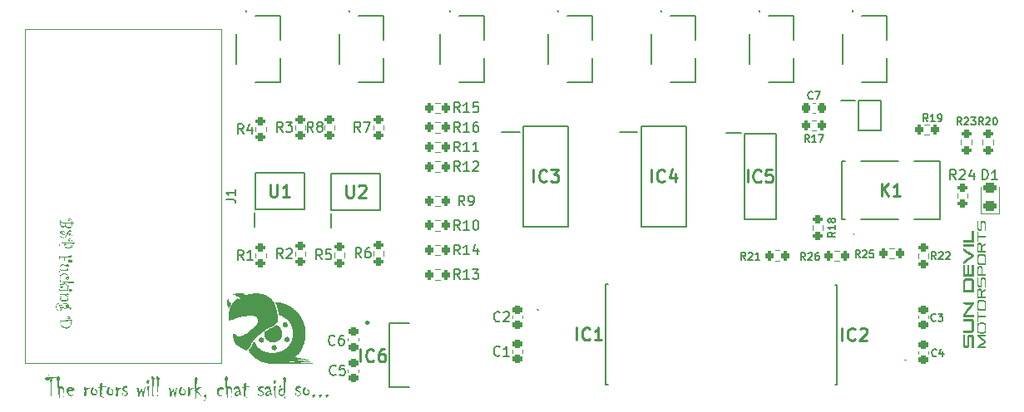
<source format=gto>
G04 #@! TF.GenerationSoftware,KiCad,Pcbnew,9.0.0*
G04 #@! TF.CreationDate,2025-04-17T12:04:47-07:00*
G04 #@! TF.ProjectId,BSPD,42535044-2e6b-4696-9361-645f70636258,rev?*
G04 #@! TF.SameCoordinates,Original*
G04 #@! TF.FileFunction,Legend,Top*
G04 #@! TF.FilePolarity,Positive*
%FSLAX46Y46*%
G04 Gerber Fmt 4.6, Leading zero omitted, Abs format (unit mm)*
G04 Created by KiCad (PCBNEW 9.0.0) date 2025-04-17 12:04:47*
%MOMM*%
%LPD*%
G01*
G04 APERTURE LIST*
G04 Aperture macros list*
%AMRoundRect*
0 Rectangle with rounded corners*
0 $1 Rounding radius*
0 $2 $3 $4 $5 $6 $7 $8 $9 X,Y pos of 4 corners*
0 Add a 4 corners polygon primitive as box body*
4,1,4,$2,$3,$4,$5,$6,$7,$8,$9,$2,$3,0*
0 Add four circle primitives for the rounded corners*
1,1,$1+$1,$2,$3*
1,1,$1+$1,$4,$5*
1,1,$1+$1,$6,$7*
1,1,$1+$1,$8,$9*
0 Add four rect primitives between the rounded corners*
20,1,$1+$1,$2,$3,$4,$5,0*
20,1,$1+$1,$4,$5,$6,$7,0*
20,1,$1+$1,$6,$7,$8,$9,0*
20,1,$1+$1,$8,$9,$2,$3,0*%
G04 Aperture macros list end*
%ADD10C,0.250000*%
%ADD11C,0.150000*%
%ADD12C,0.254000*%
%ADD13C,0.120000*%
%ADD14C,0.200000*%
%ADD15C,0.000000*%
%ADD16C,0.100000*%
%ADD17RoundRect,0.200000X-0.200000X-0.275000X0.200000X-0.275000X0.200000X0.275000X-0.200000X0.275000X0*%
%ADD18C,3.430000*%
%ADD19C,2.400000*%
%ADD20C,1.400000*%
%ADD21RoundRect,0.200000X-0.275000X0.200000X-0.275000X-0.200000X0.275000X-0.200000X0.275000X0.200000X0*%
%ADD22R,0.450000X1.475000*%
%ADD23RoundRect,0.200000X0.200000X0.275000X-0.200000X0.275000X-0.200000X-0.275000X0.200000X-0.275000X0*%
%ADD24C,3.200000*%
%ADD25RoundRect,0.225000X-0.225000X-0.250000X0.225000X-0.250000X0.225000X0.250000X-0.225000X0.250000X0*%
%ADD26R,1.825000X0.700000*%
%ADD27RoundRect,0.225000X0.250000X-0.225000X0.250000X0.225000X-0.250000X0.225000X-0.250000X-0.225000X0*%
%ADD28RoundRect,0.225000X-0.250000X0.225000X-0.250000X-0.225000X0.250000X-0.225000X0.250000X0.225000X0*%
%ADD29R,3.500000X1.600000*%
%ADD30R,9.750000X12.200000*%
%ADD31RoundRect,0.200000X0.275000X-0.200000X0.275000X0.200000X-0.275000X0.200000X-0.275000X-0.200000X0*%
%ADD32RoundRect,0.243750X0.456250X-0.243750X0.456250X0.243750X-0.456250X0.243750X-0.456250X-0.243750X0*%
%ADD33R,0.700000X2.000000*%
%ADD34R,1.475000X0.450000*%
%ADD35R,2.100000X1.000000*%
%ADD36R,5.850000X4.900000*%
%ADD37R,1.525000X0.650000*%
G04 APERTURE END LIST*
D10*
G36*
X43610072Y-112271195D02*
G01*
X43664140Y-112304148D01*
X43719231Y-112365908D01*
X43759649Y-112439714D01*
X43791531Y-112539518D01*
X43812495Y-112672030D01*
X43912364Y-112668298D01*
X43993296Y-112658096D01*
X43988857Y-112762731D01*
X43978251Y-112824792D01*
X43812495Y-112822911D01*
X43794700Y-112943174D01*
X43767445Y-113039125D01*
X43732401Y-113114904D01*
X43690508Y-113173998D01*
X43636112Y-113226722D01*
X43582117Y-113261819D01*
X43527666Y-113281988D01*
X43471496Y-113288633D01*
X43416794Y-113282156D01*
X43362343Y-113262284D01*
X43306909Y-113227358D01*
X43249577Y-113174511D01*
X43187999Y-113093659D01*
X43143142Y-113001699D01*
X43114767Y-112896599D01*
X43096846Y-112983390D01*
X43067382Y-113056259D01*
X43026974Y-113117493D01*
X42975162Y-113168149D01*
X42924511Y-113195654D01*
X42873101Y-113204431D01*
X42830460Y-113197097D01*
X42775819Y-113171519D01*
X42724099Y-113133303D01*
X42676656Y-113081845D01*
X42638125Y-113020313D01*
X42607242Y-112942932D01*
X42585372Y-112862954D01*
X42573561Y-112799403D01*
X42567877Y-112726649D01*
X42567605Y-112711439D01*
X42620151Y-112711439D01*
X42622571Y-112781919D01*
X42638919Y-112858072D01*
X42671100Y-112941393D01*
X42705496Y-112997156D01*
X42745942Y-113034434D01*
X42793241Y-113056512D01*
X42849678Y-113064150D01*
X42926742Y-113056301D01*
X42985103Y-113034924D01*
X43029193Y-113001529D01*
X43061621Y-112955163D01*
X43082740Y-112892598D01*
X43090575Y-112808806D01*
X43139814Y-112808806D01*
X43147106Y-112897361D01*
X43167102Y-112967047D01*
X43198050Y-113021759D01*
X43239746Y-113064321D01*
X43309452Y-113110111D01*
X43371402Y-113134856D01*
X43427727Y-113142540D01*
X43517662Y-113135252D01*
X43585112Y-113115700D01*
X43635199Y-113086120D01*
X43697455Y-113027620D01*
X43732823Y-112977041D01*
X43755196Y-112917509D01*
X43774027Y-112820945D01*
X43618253Y-112815269D01*
X43301808Y-112791795D01*
X42959840Y-112757112D01*
X42620151Y-112711439D01*
X42567605Y-112711439D01*
X42565355Y-112585776D01*
X42571168Y-112467807D01*
X42631520Y-112480373D01*
X42618968Y-112561142D01*
X42614594Y-112651343D01*
X42944233Y-112683428D01*
X43266503Y-112694000D01*
X43522790Y-112689486D01*
X43774284Y-112676048D01*
X43758163Y-112559352D01*
X43730484Y-112475000D01*
X43693951Y-112415542D01*
X43649437Y-112375357D01*
X43595814Y-112351211D01*
X43530138Y-112342742D01*
X43490418Y-112349253D01*
X43463943Y-112366918D01*
X43447164Y-112396545D01*
X43440721Y-112443272D01*
X43445115Y-112462515D01*
X43462434Y-112493623D01*
X43486013Y-112518870D01*
X43506288Y-112525680D01*
X43517401Y-112514738D01*
X43522787Y-112494905D01*
X43517146Y-112479310D01*
X43495004Y-112458745D01*
X43504727Y-112443802D01*
X43523300Y-112438656D01*
X43542815Y-112444591D01*
X43555635Y-112463255D01*
X43561084Y-112502599D01*
X43556243Y-112522958D01*
X43541080Y-112540469D01*
X43519818Y-112552159D01*
X43496286Y-112556027D01*
X43453657Y-112547112D01*
X43420376Y-112520636D01*
X43398637Y-112482984D01*
X43391482Y-112441392D01*
X43396563Y-112405333D01*
X43412854Y-112366256D01*
X43442944Y-112322824D01*
X43480431Y-112286735D01*
X43517246Y-112267060D01*
X43554758Y-112260762D01*
X43610072Y-112271195D01*
G37*
G36*
X43625112Y-113947979D02*
G01*
X43634862Y-113922147D01*
X43637678Y-113902159D01*
X43633138Y-113890601D01*
X43617026Y-113882049D01*
X43579634Y-113878138D01*
X43562100Y-113882290D01*
X43544585Y-113895919D01*
X43532242Y-113914987D01*
X43528258Y-113935669D01*
X43536002Y-113970136D01*
X43558993Y-113995555D01*
X43602356Y-114013531D01*
X43676916Y-114020898D01*
X43714485Y-114015619D01*
X43748451Y-113999871D01*
X43780011Y-113972513D01*
X43804387Y-113938215D01*
X43818797Y-113900805D01*
X43823694Y-113859160D01*
X43816459Y-113803972D01*
X43795018Y-113754318D01*
X43758212Y-113708536D01*
X43711633Y-113672417D01*
X43663044Y-113651662D01*
X43611007Y-113644764D01*
X43568133Y-113650001D01*
X43524680Y-113666203D01*
X43479617Y-113694944D01*
X43440557Y-113732727D01*
X43392058Y-113797229D01*
X43332070Y-113898056D01*
X43205295Y-114116128D01*
X43156361Y-114176604D01*
X43097755Y-114227259D01*
X43053590Y-114252597D01*
X43005252Y-114267855D01*
X42951576Y-114273079D01*
X42878103Y-114264996D01*
X42805360Y-114240339D01*
X42731886Y-114197401D01*
X42656567Y-114133140D01*
X42593015Y-114058360D01*
X42549809Y-113982667D01*
X42524536Y-113904974D01*
X42516115Y-113823770D01*
X42522059Y-113764153D01*
X42539622Y-113709042D01*
X42569150Y-113657263D01*
X42611944Y-113608005D01*
X42680278Y-113556308D01*
X42753783Y-113526115D01*
X42834718Y-113515938D01*
X42899056Y-113525389D01*
X42959856Y-113554161D01*
X43019109Y-113605184D01*
X43066638Y-113668282D01*
X43093038Y-113729063D01*
X43101517Y-113789319D01*
X43096308Y-113846534D01*
X43081759Y-113893116D01*
X43058689Y-113931224D01*
X43026950Y-113961249D01*
X42989402Y-113979066D01*
X42944139Y-113985251D01*
X42896345Y-113978633D01*
X42853016Y-113958890D01*
X42812663Y-113924642D01*
X42781275Y-113881722D01*
X42762983Y-113836111D01*
X42756841Y-113786498D01*
X42763095Y-113755564D01*
X42781803Y-113730420D01*
X42808630Y-113713672D01*
X42838394Y-113708194D01*
X42867388Y-113713973D01*
X42890112Y-113731018D01*
X42904853Y-113756477D01*
X42910030Y-113789319D01*
X42903404Y-113813987D01*
X42883102Y-113831549D01*
X42863402Y-113789045D01*
X42847370Y-113779659D01*
X42817096Y-113785346D01*
X42800942Y-113800099D01*
X42795138Y-113825650D01*
X42804516Y-113858166D01*
X42835231Y-113886174D01*
X42876822Y-113904028D01*
X42920972Y-113909938D01*
X42974933Y-113900079D01*
X43020990Y-113870530D01*
X43044659Y-113842061D01*
X43058514Y-113810587D01*
X43063219Y-113774958D01*
X43055611Y-113729551D01*
X43033337Y-113692246D01*
X42994318Y-113660921D01*
X42946754Y-113639716D01*
X42887331Y-113625928D01*
X42813347Y-113620914D01*
X42748144Y-113628169D01*
X42690495Y-113649325D01*
X42638615Y-113684685D01*
X42597470Y-113731218D01*
X42573495Y-113782973D01*
X42565355Y-113841978D01*
X42571845Y-113913086D01*
X42590818Y-113977593D01*
X42622254Y-114036880D01*
X42667082Y-114091936D01*
X42721083Y-114136774D01*
X42782761Y-114168969D01*
X42853609Y-114188907D01*
X42935676Y-114195886D01*
X42984860Y-114190692D01*
X43027590Y-114175691D01*
X43065271Y-114150921D01*
X43113667Y-114101192D01*
X43153748Y-114039790D01*
X43235643Y-113857878D01*
X43320273Y-113670666D01*
X43364215Y-113604404D01*
X43419777Y-113549363D01*
X43463171Y-113522103D01*
X43512751Y-113505477D01*
X43570145Y-113499696D01*
X43628470Y-113506391D01*
X43681573Y-113526178D01*
X43730917Y-113559725D01*
X43777361Y-113609117D01*
X43824178Y-113685775D01*
X43852337Y-113770280D01*
X43861991Y-113864888D01*
X43856545Y-113926469D01*
X43840990Y-113979441D01*
X43815829Y-114025429D01*
X43781095Y-114062709D01*
X43741328Y-114084140D01*
X43694612Y-114091423D01*
X43639990Y-114086279D01*
X43592322Y-114071462D01*
X43550227Y-114047227D01*
X43516416Y-114014109D01*
X43496716Y-113975646D01*
X43489960Y-113929942D01*
X43496446Y-113876509D01*
X43514922Y-113832489D01*
X43544852Y-113801309D01*
X43582455Y-113791371D01*
X43615986Y-113797529D01*
X43646911Y-113816503D01*
X43668657Y-113845110D01*
X43675976Y-113881130D01*
X43669309Y-113920772D01*
X43652651Y-113941013D01*
X43625112Y-113947979D01*
G37*
G36*
X43851049Y-114827791D02*
G01*
X43843334Y-114941058D01*
X43821190Y-115041219D01*
X43785555Y-115130267D01*
X43736585Y-115209823D01*
X43673259Y-115280621D01*
X43608047Y-115327797D01*
X43539882Y-115355102D01*
X43466879Y-115364209D01*
X43372756Y-115356276D01*
X43287280Y-115333128D01*
X43208794Y-115294979D01*
X43136053Y-115241025D01*
X43073146Y-115174416D01*
X43030642Y-115106455D01*
X43005842Y-115036092D01*
X42997567Y-114961746D01*
X43007608Y-114914193D01*
X43039113Y-114870362D01*
X43083865Y-114839704D01*
X43131778Y-114829928D01*
X43150781Y-114834648D01*
X43170809Y-114850593D01*
X43192986Y-114883014D01*
X43215334Y-114935645D01*
X43221879Y-114978073D01*
X43215626Y-115002849D01*
X43197474Y-115017821D01*
X43161954Y-115023808D01*
X43144082Y-115016747D01*
X43111091Y-114985169D01*
X43145969Y-114964139D01*
X43166887Y-114946751D01*
X43172640Y-114930202D01*
X43166399Y-114909246D01*
X43146956Y-114895611D01*
X43106304Y-114889853D01*
X43076013Y-114896204D01*
X43051679Y-114915242D01*
X43035873Y-114943204D01*
X43030393Y-114977988D01*
X43036591Y-115024018D01*
X43055378Y-115067669D01*
X43088339Y-115110225D01*
X43138617Y-115152377D01*
X43213952Y-115193749D01*
X43298523Y-115219023D01*
X43394559Y-115227775D01*
X43480091Y-115220979D01*
X43555045Y-115201477D01*
X43621245Y-115169941D01*
X43680079Y-115126133D01*
X43727782Y-115072017D01*
X43764298Y-115005352D01*
X43789412Y-114923646D01*
X43801724Y-114823602D01*
X43566229Y-114809729D01*
X43156911Y-114803855D01*
X43032743Y-114808820D01*
X42845233Y-114826765D01*
X42569287Y-114852496D01*
X42548685Y-115092367D01*
X42488333Y-115077578D01*
X42504554Y-114961425D01*
X42518680Y-114795136D01*
X42526654Y-114629391D01*
X42526972Y-114518335D01*
X42587239Y-114512095D01*
X42580400Y-114692554D01*
X42575015Y-114798213D01*
X42840189Y-114766840D01*
X43125040Y-114731985D01*
X43371548Y-114712597D01*
X43583652Y-114706573D01*
X43801724Y-114710078D01*
X43791341Y-114617357D01*
X43768892Y-114535172D01*
X43734960Y-114461915D01*
X43699793Y-114411837D01*
X43663728Y-114379538D01*
X43626247Y-114361320D01*
X43586046Y-114355315D01*
X43549468Y-114364114D01*
X43520308Y-114391133D01*
X43501763Y-114429423D01*
X43495431Y-114473968D01*
X43502753Y-114548676D01*
X43518532Y-114580221D01*
X43539285Y-114588860D01*
X43549300Y-114586245D01*
X43558434Y-114577747D01*
X43566555Y-114554324D01*
X43557777Y-114533438D01*
X43527745Y-114525516D01*
X43540513Y-114498925D01*
X43566128Y-114490382D01*
X43593570Y-114496763D01*
X43609574Y-114514684D01*
X43615794Y-114548597D01*
X43610759Y-114574202D01*
X43594680Y-114599717D01*
X43572295Y-114618556D01*
X43551937Y-114623995D01*
X43520197Y-114619053D01*
X43491738Y-114604230D01*
X43465426Y-114578089D01*
X43438980Y-114528144D01*
X43429779Y-114466360D01*
X43434691Y-114420698D01*
X43448924Y-114380807D01*
X43472521Y-114345399D01*
X43503768Y-114317127D01*
X43538010Y-114300806D01*
X43576557Y-114295305D01*
X43625510Y-114303913D01*
X43678048Y-114331877D01*
X43736499Y-114384979D01*
X43769615Y-114430986D01*
X43800461Y-114497031D01*
X43828028Y-114588647D01*
X43850707Y-114712301D01*
X44042792Y-114714181D01*
X44031935Y-114865832D01*
X43851049Y-114827791D01*
G37*
G36*
X43747356Y-115933881D02*
G01*
X43738830Y-116043803D01*
X43736157Y-116140327D01*
X43743680Y-116239809D01*
X43771719Y-116397808D01*
X43800066Y-116554005D01*
X43807281Y-116641441D01*
X43802517Y-116690399D01*
X43789279Y-116729501D01*
X43768300Y-116760863D01*
X43739559Y-116784616D01*
X43702767Y-116799450D01*
X43655459Y-116804802D01*
X43606398Y-116798306D01*
X43552101Y-116777363D01*
X43490730Y-116738637D01*
X43438572Y-116689952D01*
X43411026Y-116643886D01*
X43402424Y-116598442D01*
X43411950Y-116536793D01*
X43438327Y-116492269D01*
X43477530Y-116462581D01*
X43519880Y-116453203D01*
X43555419Y-116463041D01*
X43599894Y-116498937D01*
X43633867Y-116545441D01*
X43643150Y-116581259D01*
X43637599Y-116606514D01*
X43619898Y-116630498D01*
X43595936Y-116647805D01*
X43575103Y-116652810D01*
X43541819Y-116646371D01*
X43523846Y-116629492D01*
X43517316Y-116599895D01*
X43565258Y-116585206D01*
X43587415Y-116567768D01*
X43593910Y-116547749D01*
X43590844Y-116532586D01*
X43581258Y-116518513D01*
X43567513Y-116508700D01*
X43552023Y-116505519D01*
X43523102Y-116512770D01*
X43482010Y-116540141D01*
X43449801Y-116576835D01*
X43440721Y-116608956D01*
X43446533Y-116642609D01*
X43463847Y-116671370D01*
X43494662Y-116696664D01*
X43551899Y-116721121D01*
X43619128Y-116729576D01*
X43658122Y-116720995D01*
X43693244Y-116694099D01*
X43716532Y-116653144D01*
X43725215Y-116592714D01*
X43719731Y-116464322D01*
X43698116Y-116229232D01*
X43288949Y-116245246D01*
X43074161Y-116249235D01*
X43079588Y-116422040D01*
X43094879Y-116572056D01*
X43118699Y-116701793D01*
X43036121Y-116695638D01*
X43014794Y-116443608D01*
X43008509Y-116251202D01*
X42543471Y-116258639D01*
X42548985Y-116344252D01*
X42565670Y-116430149D01*
X42593992Y-116516974D01*
X42522014Y-116516974D01*
X42500341Y-116350192D01*
X42494231Y-116234019D01*
X42489507Y-116180525D01*
X42471578Y-116092627D01*
X42532272Y-116092627D01*
X42543214Y-116206236D01*
X42899547Y-116178448D01*
X43206885Y-116142261D01*
X43470178Y-116099068D01*
X43694099Y-116050141D01*
X43697945Y-115933881D01*
X43747356Y-115933881D01*
G37*
G36*
X42533469Y-117767107D02*
G01*
X42498411Y-117660322D01*
X42465423Y-117583400D01*
X42686145Y-117561687D01*
X42608381Y-117496284D01*
X42556463Y-117427460D01*
X42526260Y-117354058D01*
X42516115Y-117273859D01*
X42522314Y-117211211D01*
X42540904Y-117151150D01*
X42572583Y-117092598D01*
X42618954Y-117034757D01*
X42673925Y-116986598D01*
X42733184Y-116953029D01*
X42797762Y-116932837D01*
X42869168Y-116925935D01*
X42930281Y-116934163D01*
X43003209Y-116961582D01*
X43071635Y-117000952D01*
X43122033Y-117042622D01*
X43170039Y-117084773D01*
X43224530Y-117120840D01*
X43279947Y-117146867D01*
X43314545Y-117153581D01*
X43360733Y-117147353D01*
X43389838Y-117131212D01*
X43407055Y-117105938D01*
X43413366Y-117068267D01*
X43408133Y-117032000D01*
X43392080Y-116996887D01*
X43367476Y-116970831D01*
X43340020Y-116962950D01*
X43320831Y-116967125D01*
X43303432Y-116980218D01*
X43291346Y-116998637D01*
X43287532Y-117017660D01*
X43291379Y-117046896D01*
X43303945Y-117052196D01*
X43319557Y-117043765D01*
X43332070Y-117009026D01*
X43358277Y-117032761D01*
X43364127Y-117046297D01*
X43360065Y-117063426D01*
X43347030Y-117079380D01*
X43328644Y-117090338D01*
X43307450Y-117093998D01*
X43275783Y-117087510D01*
X43245131Y-117066899D01*
X43223244Y-117037726D01*
X43216408Y-117007145D01*
X43223470Y-116978386D01*
X43246670Y-116950127D01*
X43278454Y-116930249D01*
X43309929Y-116924054D01*
X43368427Y-116934723D01*
X43427556Y-116968677D01*
X43460935Y-117001396D01*
X43478833Y-117032916D01*
X43484489Y-117064506D01*
X43479345Y-117099485D01*
X43464208Y-117129674D01*
X43438071Y-117156402D01*
X43387778Y-117183223D01*
X43326684Y-117192477D01*
X43268722Y-117187334D01*
X43211738Y-117171807D01*
X43154945Y-117145289D01*
X43030391Y-117082788D01*
X42940181Y-117051917D01*
X42875836Y-117043306D01*
X42780004Y-117052031D01*
X42704203Y-117076105D01*
X42644172Y-117113831D01*
X42597610Y-117165853D01*
X42569656Y-117228045D01*
X42559884Y-117303607D01*
X42566794Y-117356234D01*
X42587753Y-117406394D01*
X42624495Y-117455516D01*
X42680428Y-117504407D01*
X42760346Y-117553224D01*
X43059216Y-117511044D01*
X43353355Y-117453463D01*
X43347542Y-117351137D01*
X43391396Y-117355582D01*
X43399133Y-117469425D01*
X43417794Y-117576472D01*
X43447047Y-117677519D01*
X43403193Y-117688461D01*
X43376265Y-117590324D01*
X43031407Y-117597913D01*
X42538512Y-117624603D01*
X42554248Y-117689137D01*
X42577237Y-117751805D01*
X42533469Y-117767107D01*
G37*
G36*
X42583136Y-118394652D02*
G01*
X42560685Y-118291974D01*
X42554413Y-118220434D01*
X42563109Y-118143632D01*
X42588768Y-118073870D01*
X42632166Y-118009235D01*
X42695890Y-117948592D01*
X42769434Y-117900289D01*
X42848188Y-117865964D01*
X42933235Y-117845108D01*
X43025948Y-117837974D01*
X43109471Y-117846214D01*
X43188111Y-117870740D01*
X43263375Y-117912232D01*
X43336344Y-117972613D01*
X43397963Y-118044571D01*
X43440214Y-118118923D01*
X43465163Y-118196769D01*
X43473547Y-118279675D01*
X43468344Y-118331195D01*
X43452211Y-118384671D01*
X43423795Y-118441071D01*
X43385800Y-118489346D01*
X43346703Y-118515136D01*
X43304800Y-118523393D01*
X43267942Y-118517782D01*
X43231103Y-118500279D01*
X43193071Y-118468511D01*
X43162526Y-118429582D01*
X43145386Y-118390925D01*
X43139814Y-118351397D01*
X43147306Y-118298655D01*
X43169477Y-118252063D01*
X43191937Y-118227132D01*
X43217433Y-118212924D01*
X43247183Y-118208124D01*
X43288003Y-118215590D01*
X43317195Y-118236676D01*
X43335569Y-118269111D01*
X43342242Y-118314125D01*
X43338701Y-118341465D01*
X43328223Y-118366015D01*
X43311622Y-118383940D01*
X43291550Y-118389523D01*
X43278348Y-118385480D01*
X43263254Y-118370887D01*
X43252418Y-118352099D01*
X43249235Y-118336095D01*
X43249235Y-118320879D01*
X43290011Y-118331479D01*
X43304030Y-118325450D01*
X43309416Y-118304551D01*
X43305241Y-118290334D01*
X43291037Y-118276512D01*
X43272293Y-118267210D01*
X43254278Y-118264288D01*
X43213890Y-118272398D01*
X43191743Y-118293951D01*
X43183582Y-118332334D01*
X43192181Y-118374723D01*
X43217691Y-118408244D01*
X43255050Y-118430148D01*
X43300611Y-118437651D01*
X43337161Y-118432268D01*
X43369796Y-118416224D01*
X43399774Y-118388241D01*
X43430608Y-118335633D01*
X43440721Y-118277794D01*
X43432755Y-118217813D01*
X43408979Y-118163010D01*
X43367855Y-118111618D01*
X43305740Y-118062800D01*
X43212823Y-118014321D01*
X43117866Y-117985858D01*
X43019280Y-117976374D01*
X42909557Y-117984180D01*
X42810263Y-118006830D01*
X42719741Y-118043736D01*
X42657640Y-118083376D01*
X42617553Y-118125486D01*
X42594809Y-118170596D01*
X42587239Y-118220434D01*
X42596081Y-118272730D01*
X42621822Y-118314896D01*
X42666825Y-118349516D01*
X42583136Y-118394652D01*
G37*
G36*
X43330531Y-119373797D02*
G01*
X43297961Y-119369181D01*
X43318159Y-119294681D01*
X43344294Y-119243604D01*
X43034411Y-118824984D01*
X43023569Y-118891298D01*
X43003209Y-118946372D01*
X42973341Y-118993216D01*
X42939095Y-119024762D01*
X42901125Y-119045905D01*
X42871904Y-119053400D01*
X42749318Y-119055879D01*
X42679118Y-119060266D01*
X42641009Y-119070411D01*
X42612594Y-119089339D01*
X42592368Y-119117172D01*
X42580328Y-119150496D01*
X42576297Y-119186072D01*
X42581479Y-119221807D01*
X42596567Y-119251894D01*
X42622373Y-119277798D01*
X42670455Y-119304116D01*
X42719142Y-119312505D01*
X42758964Y-119304076D01*
X42781282Y-119281240D01*
X42789667Y-119239672D01*
X42785137Y-119204965D01*
X42777897Y-119197618D01*
X42761543Y-119194621D01*
X42746588Y-119201924D01*
X42740428Y-119229157D01*
X42745899Y-119247194D01*
X42751370Y-119266428D01*
X42732307Y-119270104D01*
X42714275Y-119266657D01*
X42699224Y-119256341D01*
X42689180Y-119241003D01*
X42685718Y-119221463D01*
X42691505Y-119194736D01*
X42708286Y-119175900D01*
X42732709Y-119164438D01*
X42762654Y-119160427D01*
X42790820Y-119168198D01*
X42826255Y-119196587D01*
X42852924Y-119234270D01*
X42860791Y-119268309D01*
X42851277Y-119305083D01*
X42821810Y-119333534D01*
X42780760Y-119351113D01*
X42733675Y-119357128D01*
X42674493Y-119349546D01*
X42626265Y-119327956D01*
X42586384Y-119292159D01*
X42557499Y-119246063D01*
X42539150Y-119188468D01*
X42532528Y-119116317D01*
X42537951Y-119076162D01*
X42553938Y-119040699D01*
X42581340Y-119008606D01*
X42632604Y-118974245D01*
X42682555Y-118962444D01*
X42758228Y-118956178D01*
X42854978Y-118934918D01*
X42899120Y-118915780D01*
X42937079Y-118884196D01*
X42969715Y-118837972D01*
X42996712Y-118773351D01*
X42597754Y-118723428D01*
X42586982Y-118878668D01*
X42543043Y-118868838D01*
X42566633Y-118685635D01*
X42570740Y-118528778D01*
X42614680Y-118535361D01*
X42607584Y-118688208D01*
X42845210Y-118702131D01*
X43311040Y-118716161D01*
X43960470Y-118727189D01*
X43971754Y-118592123D01*
X44015522Y-118596482D01*
X44007242Y-118690268D01*
X44004238Y-118803613D01*
X44007443Y-118929804D01*
X44015608Y-119016727D01*
X43982439Y-119016727D01*
X43971754Y-118872172D01*
X43717053Y-118852435D01*
X43055868Y-118784036D01*
X43378317Y-119178464D01*
X43412511Y-119134952D01*
X43442457Y-119098710D01*
X43465512Y-119077336D01*
X43496628Y-119105631D01*
X43417094Y-119200561D01*
X43363076Y-119289491D01*
X43330531Y-119373797D01*
G37*
G36*
X43671018Y-119760703D02*
G01*
X43668282Y-119744546D01*
X43699982Y-119716371D01*
X43718678Y-119681520D01*
X43725215Y-119637775D01*
X43717346Y-119586559D01*
X43693671Y-119540066D01*
X43658362Y-119506247D01*
X43620923Y-119496041D01*
X43575841Y-119505496D01*
X43541422Y-119533398D01*
X43518684Y-119571678D01*
X43511845Y-119606231D01*
X43519253Y-119647058D01*
X43538242Y-119668541D01*
X43570658Y-119676158D01*
X43610088Y-119669263D01*
X43630533Y-119651809D01*
X43637678Y-119622473D01*
X43630327Y-119601273D01*
X43613486Y-119589818D01*
X43599202Y-119595571D01*
X43593910Y-119614780D01*
X43608528Y-119649401D01*
X43573144Y-119636857D01*
X43555650Y-119620648D01*
X43550142Y-119600418D01*
X43554549Y-119585411D01*
X43569461Y-119571097D01*
X43602288Y-119558531D01*
X43625702Y-119563631D01*
X43646312Y-119579474D01*
X43660285Y-119602434D01*
X43665034Y-119630167D01*
X43659697Y-119667688D01*
X43643577Y-119702658D01*
X43617661Y-119727810D01*
X43582797Y-119736168D01*
X43545719Y-119726326D01*
X43513041Y-119694537D01*
X43491564Y-119651017D01*
X43484489Y-119604351D01*
X43494422Y-119550593D01*
X43524411Y-119503906D01*
X43553391Y-119480047D01*
X43586454Y-119465872D01*
X43624941Y-119460992D01*
X43665345Y-119465935D01*
X43702259Y-119480610D01*
X43736756Y-119505701D01*
X43764825Y-119537894D01*
X43780373Y-119569767D01*
X43785397Y-119602384D01*
X43777506Y-119663404D01*
X43756009Y-119707718D01*
X43721497Y-119739663D01*
X43671018Y-119760703D01*
G37*
G36*
X42516115Y-119828920D02*
G01*
X42513241Y-119625830D01*
X42507652Y-119551008D01*
X42487991Y-119453299D01*
X42548856Y-119453299D01*
X42553216Y-119576653D01*
X42830553Y-119571764D01*
X43095655Y-119557382D01*
X43349081Y-119533911D01*
X43353270Y-119427482D01*
X43397038Y-119427482D01*
X43394987Y-119566994D01*
X43401409Y-119640136D01*
X43425077Y-119752411D01*
X43381138Y-119752411D01*
X43357972Y-119666156D01*
X43049285Y-119646238D01*
X42562106Y-119623414D01*
X42565808Y-119728450D01*
X42576724Y-119828920D01*
X42516115Y-119828920D01*
G37*
G36*
X43135625Y-120066397D02*
G01*
X43234542Y-120107724D01*
X43307899Y-120152738D01*
X43360542Y-120200817D01*
X43396191Y-120252089D01*
X43417194Y-120307472D01*
X43424308Y-120368586D01*
X43417046Y-120437398D01*
X43395328Y-120502546D01*
X43358292Y-120565380D01*
X43303860Y-120626837D01*
X43240122Y-120677583D01*
X43172528Y-120712997D01*
X43100044Y-120734246D01*
X43021246Y-120741472D01*
X42934637Y-120735029D01*
X42849461Y-120715652D01*
X42764857Y-120682859D01*
X42680076Y-120635642D01*
X42601121Y-120575419D01*
X42551591Y-120518913D01*
X42524663Y-120464979D01*
X42516115Y-120411671D01*
X42526702Y-120362207D01*
X42561422Y-120310713D01*
X42593952Y-120282257D01*
X42625533Y-120266643D01*
X42657251Y-120261645D01*
X42694855Y-120271446D01*
X42730341Y-120303618D01*
X42754690Y-120347156D01*
X42762312Y-120389616D01*
X42757074Y-120441037D01*
X42744223Y-120471164D01*
X42725877Y-120487309D01*
X42700763Y-120492796D01*
X42668777Y-120484851D01*
X42649583Y-120461939D01*
X42641949Y-120417398D01*
X42647465Y-120387414D01*
X42660756Y-120375083D01*
X42673579Y-120384829D01*
X42669304Y-120407824D01*
X42675190Y-120419369D01*
X42697685Y-120424237D01*
X42721319Y-120415835D01*
X42729486Y-120389701D01*
X42723556Y-120373248D01*
X42701618Y-120355507D01*
X42673168Y-120343603D01*
X42645112Y-120339778D01*
X42605850Y-120345387D01*
X42580707Y-120360110D01*
X42565527Y-120383628D01*
X42559884Y-120419279D01*
X42568944Y-120465745D01*
X42596521Y-120505846D01*
X42647487Y-120541595D01*
X42731391Y-120572173D01*
X42861203Y-120594337D01*
X43052619Y-120603072D01*
X43129938Y-120595174D01*
X43203989Y-120571474D01*
X43276162Y-120531008D01*
X43324741Y-120490699D01*
X43356515Y-120450101D01*
X43374586Y-120408555D01*
X43380540Y-120364825D01*
X43373698Y-120314474D01*
X43352926Y-120266556D01*
X43316426Y-120219672D01*
X43247039Y-120160975D01*
X43165887Y-120115807D01*
X43068263Y-120077766D01*
X42560995Y-120040666D01*
X42593394Y-120142821D01*
X42549882Y-120155900D01*
X42522916Y-120057583D01*
X42516115Y-120002283D01*
X42527485Y-119861233D01*
X42570997Y-119871064D01*
X42560140Y-119997838D01*
X42645967Y-119999548D01*
X42905001Y-119991287D01*
X43150462Y-119967040D01*
X43383361Y-119927484D01*
X43363699Y-119819687D01*
X43407467Y-119806608D01*
X43424461Y-119895561D01*
X43453963Y-119988958D01*
X43497227Y-120087597D01*
X43135625Y-120066397D01*
G37*
G36*
X42583905Y-121144790D02*
G01*
X42652635Y-121276608D01*
X42707773Y-121399877D01*
X42732655Y-121484329D01*
X42740428Y-121559991D01*
X42733924Y-121605270D01*
X42714968Y-121643590D01*
X42682555Y-121676763D01*
X42641876Y-121701090D01*
X42594130Y-121716164D01*
X42537572Y-121721472D01*
X42469163Y-121713280D01*
X42403830Y-121688551D01*
X42339977Y-121645695D01*
X42276586Y-121581448D01*
X42226989Y-121508758D01*
X42190891Y-121426123D01*
X42168382Y-121331743D01*
X42160498Y-121223351D01*
X42168626Y-121136433D01*
X42192123Y-121059840D01*
X42230681Y-120991516D01*
X42282988Y-120935120D01*
X42338287Y-120903826D01*
X42398830Y-120893550D01*
X42453155Y-120902622D01*
X42505365Y-120930747D01*
X42557431Y-120982060D01*
X42610063Y-121063836D01*
X42585273Y-121077770D01*
X42543277Y-121036173D01*
X42491134Y-121011129D01*
X42425587Y-121002287D01*
X42365356Y-121009154D01*
X42311553Y-121029286D01*
X42262567Y-121063152D01*
X42224486Y-121107841D01*
X42201426Y-121161599D01*
X42193324Y-121227198D01*
X42200431Y-121320112D01*
X42220675Y-121400340D01*
X42253122Y-121470030D01*
X42297787Y-121530840D01*
X42354813Y-121585649D01*
X42407988Y-121621120D01*
X42458371Y-121640866D01*
X42507310Y-121647185D01*
X42550171Y-121639228D01*
X42584247Y-121615898D01*
X42606750Y-121580780D01*
X42614594Y-121535115D01*
X42609837Y-121462014D01*
X42595787Y-121392782D01*
X42572510Y-121323700D01*
X42536033Y-121241730D01*
X42493943Y-121162325D01*
X42455421Y-121100081D01*
X42472945Y-121070504D01*
X42530474Y-121091790D01*
X42634085Y-121109228D01*
X42801293Y-121128548D01*
X42825347Y-121059887D01*
X42860723Y-121001891D01*
X42907808Y-120952962D01*
X42964150Y-120915527D01*
X43024653Y-120893420D01*
X43090916Y-120885942D01*
X43166377Y-120892721D01*
X43235477Y-120912607D01*
X43299581Y-120945639D01*
X43359681Y-120992798D01*
X43411631Y-121050378D01*
X43446579Y-121107999D01*
X43466838Y-121166528D01*
X43473547Y-121227198D01*
X43468517Y-121279930D01*
X43454333Y-121323627D01*
X43431574Y-121360127D01*
X43476496Y-121333023D01*
X43520866Y-121317504D01*
X43565615Y-121312426D01*
X43602465Y-121317382D01*
X43634703Y-121331936D01*
X43663580Y-121356793D01*
X43685396Y-121388365D01*
X43698690Y-121425025D01*
X43703331Y-121468180D01*
X43695893Y-121515591D01*
X43674437Y-121553750D01*
X43642865Y-121580368D01*
X43609725Y-121588543D01*
X43580665Y-121582065D01*
X43553390Y-121561444D01*
X43534602Y-121531683D01*
X43528258Y-121495963D01*
X43537360Y-121476400D01*
X43573052Y-121458435D01*
X43566299Y-121493996D01*
X43575261Y-121512412D01*
X43608614Y-121519984D01*
X43633119Y-121516432D01*
X43652638Y-121506306D01*
X43666039Y-121490425D01*
X43670505Y-121470146D01*
X43661890Y-121431357D01*
X43636482Y-121402869D01*
X43598607Y-121385538D01*
X43545697Y-121379105D01*
X43457425Y-121385750D01*
X43410545Y-121401074D01*
X43390712Y-121369274D01*
X43417809Y-121333386D01*
X43434682Y-121288776D01*
X43440721Y-121232925D01*
X43430497Y-121167090D01*
X43400271Y-121110279D01*
X43347542Y-121059904D01*
X43282628Y-121022995D01*
X43209746Y-121000498D01*
X43126906Y-120992712D01*
X43035985Y-120999343D01*
X42965466Y-121017329D01*
X42911142Y-121044687D01*
X42866378Y-121083879D01*
X42841593Y-121125935D01*
X42833436Y-121172658D01*
X42843190Y-121229674D01*
X42872968Y-121281996D01*
X42926785Y-121331746D01*
X42991720Y-121368851D01*
X43061339Y-121390994D01*
X43137164Y-121398510D01*
X43187297Y-121393129D01*
X43234050Y-121377126D01*
X43278471Y-121349954D01*
X43315201Y-121314124D01*
X43335578Y-121276877D01*
X43342242Y-121236772D01*
X43336694Y-121211825D01*
X43318819Y-121187533D01*
X43293551Y-121170394D01*
X43265990Y-121164879D01*
X43230885Y-121168539D01*
X43203500Y-121178642D01*
X43184079Y-121195407D01*
X43178111Y-121215743D01*
X43189908Y-121239678D01*
X43203404Y-121250519D01*
X43220255Y-121254125D01*
X43234407Y-121250787D01*
X43238293Y-121242500D01*
X43233747Y-121226475D01*
X43217349Y-121207280D01*
X43247055Y-121210699D01*
X43265819Y-121219419D01*
X43278340Y-121232796D01*
X43282061Y-121246346D01*
X43275388Y-121280992D01*
X43257921Y-121299668D01*
X43227351Y-121306442D01*
X43199101Y-121299156D01*
X43171016Y-121274898D01*
X43151399Y-121242135D01*
X43145285Y-121210015D01*
X43153466Y-121164889D01*
X43177342Y-121129146D01*
X43213282Y-121105419D01*
X43258894Y-121097260D01*
X43290053Y-121106604D01*
X43330445Y-121141627D01*
X43360289Y-121188262D01*
X43369598Y-121234806D01*
X43361675Y-121300337D01*
X43338252Y-121359673D01*
X43298389Y-121414581D01*
X43246865Y-121457971D01*
X43189892Y-121483334D01*
X43125367Y-121491945D01*
X43063168Y-121485445D01*
X43005346Y-121466156D01*
X42950625Y-121433519D01*
X42898148Y-121385858D01*
X42841827Y-121311010D01*
X42810613Y-121239260D01*
X42800609Y-121168469D01*
X42583905Y-121144790D01*
G37*
G36*
X43477017Y-122265077D02*
G01*
X43527476Y-122293351D01*
X43585276Y-122348077D01*
X43632624Y-122412636D01*
X43671057Y-122488777D01*
X43700254Y-122578288D01*
X43816171Y-122551446D01*
X43840449Y-122715919D01*
X43727096Y-122729255D01*
X43730686Y-122805251D01*
X43722119Y-122939860D01*
X43697132Y-123063747D01*
X43656314Y-123178478D01*
X43613879Y-123260748D01*
X43566275Y-123328316D01*
X43513649Y-123383033D01*
X43455766Y-123426299D01*
X43368974Y-123470782D01*
X43282217Y-123496659D01*
X43194097Y-123505202D01*
X43109301Y-123496437D01*
X43023624Y-123469532D01*
X42935498Y-123422532D01*
X42843624Y-123352205D01*
X42747010Y-123254218D01*
X42670446Y-123151481D01*
X42608640Y-123034592D01*
X42561647Y-122901620D01*
X42536918Y-122782255D01*
X42579203Y-122782255D01*
X42608091Y-122910655D01*
X42651337Y-123020562D01*
X42708149Y-123114631D01*
X42778640Y-123194891D01*
X42862643Y-123260152D01*
X42958411Y-123307241D01*
X43068187Y-123336477D01*
X43194952Y-123346713D01*
X43304182Y-123336549D01*
X43398948Y-123307362D01*
X43482083Y-123259784D01*
X43555527Y-123192669D01*
X43614937Y-123111950D01*
X43657374Y-123022920D01*
X43683392Y-122923961D01*
X43692389Y-122812944D01*
X43688884Y-122737461D01*
X43068925Y-122771920D01*
X42579203Y-122782255D01*
X42536918Y-122782255D01*
X42530270Y-122750164D01*
X42516030Y-122577433D01*
X42565184Y-122564610D01*
X42574758Y-122735495D01*
X42976332Y-122700654D01*
X43340705Y-122651705D01*
X43670676Y-122590000D01*
X43645481Y-122520888D01*
X43613398Y-122463507D01*
X43574676Y-122416209D01*
X43527849Y-122378997D01*
X43477034Y-122357288D01*
X43420547Y-122349958D01*
X43395698Y-122354180D01*
X43371222Y-122367397D01*
X43352728Y-122386060D01*
X43347713Y-122401762D01*
X43352812Y-122429656D01*
X43369427Y-122459635D01*
X43394446Y-122481704D01*
X43424992Y-122488871D01*
X43450004Y-122486362D01*
X43470555Y-122479296D01*
X43485920Y-122468321D01*
X43489960Y-122458096D01*
X43483599Y-122443560D01*
X43461323Y-122437922D01*
X43451015Y-122441036D01*
X43439097Y-122452283D01*
X43424308Y-122442367D01*
X43429557Y-122412340D01*
X43442843Y-122396773D01*
X43465170Y-122391332D01*
X43489937Y-122397056D01*
X43510391Y-122414670D01*
X43523748Y-122439758D01*
X43528258Y-122468696D01*
X43521296Y-122500959D01*
X43499449Y-122530416D01*
X43469010Y-122551110D01*
X43438669Y-122557515D01*
X43409298Y-122552076D01*
X43380180Y-122534843D01*
X43350107Y-122502548D01*
X43319055Y-122446051D01*
X43309416Y-122392187D01*
X43319560Y-122340616D01*
X43350278Y-122296530D01*
X43392862Y-122265612D01*
X43431318Y-122256523D01*
X43477017Y-122265077D01*
G37*
D11*
G36*
X42490840Y-128548016D02*
G01*
X42464829Y-128560106D01*
X42445778Y-128554061D01*
X42389724Y-128545061D01*
X42311810Y-128534583D01*
X42221685Y-128534583D01*
X42112386Y-128541971D01*
X41994905Y-128559569D01*
X41889637Y-128562524D01*
X41796824Y-128583077D01*
X41721598Y-128597720D01*
X41639654Y-128625661D01*
X41578105Y-128643259D01*
X41519364Y-128658035D01*
X41500314Y-128683021D01*
X41463433Y-128706530D01*
X41415561Y-128734337D01*
X41359508Y-128752069D01*
X41284403Y-128763756D01*
X41209298Y-128766711D01*
X41142376Y-128742934D01*
X41102686Y-128714590D01*
X41063119Y-128684768D01*
X41027581Y-128650513D01*
X41022086Y-128608735D01*
X41027581Y-128559569D01*
X41052128Y-128522359D01*
X41075331Y-128498447D01*
X41110868Y-128486491D01*
X41166922Y-128455192D01*
X41220167Y-128440415D01*
X41304919Y-128431415D01*
X41396388Y-128431415D01*
X41513991Y-128441758D01*
X41631472Y-128441758D01*
X41757135Y-128431415D01*
X41860938Y-128428459D01*
X41906123Y-128419459D01*
X41964863Y-128425370D01*
X42028977Y-128413414D01*
X42098709Y-128428459D01*
X42162944Y-128425370D01*
X42221685Y-128431415D01*
X42333670Y-128448609D01*
X42387037Y-128448609D01*
X42477163Y-128498447D01*
X42490840Y-128525583D01*
X42490840Y-128548016D01*
G37*
G36*
X41427896Y-128219974D02*
G01*
X41410188Y-128242273D01*
X41388328Y-128219974D01*
X41402006Y-128190689D01*
X41427896Y-128199018D01*
X41427896Y-128219974D01*
G37*
G36*
X41772156Y-128789682D02*
G01*
X41757135Y-128816818D01*
X41746266Y-128878611D01*
X41746266Y-128934360D01*
X41738084Y-129005288D01*
X41738084Y-129067081D01*
X41732588Y-129116919D01*
X41721720Y-129159100D01*
X41732588Y-129193758D01*
X41713415Y-129232983D01*
X41709385Y-129285776D01*
X41709385Y-129332524D01*
X41698394Y-129391362D01*
X41693021Y-129459201D01*
X41687526Y-129511994D01*
X41693021Y-129573922D01*
X41682030Y-129644715D01*
X41679344Y-129712688D01*
X41679344Y-129768437D01*
X41682030Y-129839365D01*
X41687526Y-129916204D01*
X41682030Y-129990087D01*
X41682030Y-130070016D01*
X41673848Y-130139466D01*
X41679344Y-130204349D01*
X41679344Y-130275143D01*
X41682030Y-130340026D01*
X41679344Y-130404909D01*
X41660170Y-130426000D01*
X41654675Y-130410954D01*
X41647836Y-130382207D01*
X41654675Y-130333981D01*
X41657484Y-130275143D01*
X41645150Y-130240485D01*
X41647836Y-130181647D01*
X41639654Y-130148466D01*
X41631472Y-130101718D01*
X41631472Y-129947906D01*
X41620481Y-129898203D01*
X41620481Y-129842320D01*
X41615108Y-129783482D01*
X41615108Y-129712688D01*
X41609612Y-129653850D01*
X41609612Y-129591922D01*
X41615108Y-129530129D01*
X41615108Y-129447245D01*
X41609612Y-129362749D01*
X41609612Y-129230028D01*
X41606926Y-129181802D01*
X41617794Y-129135054D01*
X41617794Y-129076216D01*
X41615108Y-129002332D01*
X41591905Y-128931404D01*
X41578227Y-128866521D01*
X41556367Y-128816818D01*
X41550872Y-128766980D01*
X41550872Y-128724799D01*
X41570045Y-128690141D01*
X41604117Y-128652393D01*
X41647836Y-128646348D01*
X41682030Y-128659916D01*
X41721598Y-128696186D01*
X41751639Y-128736889D01*
X41772156Y-128789682D01*
G37*
G36*
X43025244Y-130369714D02*
G01*
X43017062Y-130416596D01*
X42995202Y-130449777D01*
X42982990Y-130460389D01*
X42958321Y-130460389D01*
X42933775Y-130435269D01*
X42969312Y-130408805D01*
X42971999Y-130374147D01*
X42977494Y-130349967D01*
X42963817Y-130276083D01*
X42958443Y-130205155D01*
X42944766Y-130087479D01*
X42955635Y-130037641D01*
X42921441Y-129990893D01*
X42916067Y-129948578D01*
X42924249Y-129919965D01*
X42910572Y-129883695D01*
X42910572Y-129833991D01*
X42899581Y-129796244D01*
X42875034Y-129766019D01*
X42857327Y-129737406D01*
X42827163Y-129684613D01*
X42818981Y-129639342D01*
X42782100Y-129604550D01*
X42763049Y-129583459D01*
X42726046Y-129583459D01*
X42656437Y-129598505D01*
X42627739Y-129616505D01*
X42592201Y-129678030D01*
X42566189Y-129759168D01*
X42555321Y-129813170D01*
X42544330Y-129841648D01*
X42536147Y-129894173D01*
X42533461Y-129949787D01*
X42533461Y-129991833D01*
X42527965Y-130044358D01*
X42527965Y-130216976D01*
X42544330Y-130334115D01*
X42547016Y-130385162D01*
X42552512Y-130437687D01*
X42552512Y-130475300D01*
X42549825Y-130524735D01*
X42538834Y-130551870D01*
X42522470Y-130586394D01*
X42491085Y-130589349D01*
X42469225Y-130575916D01*
X42448709Y-130548915D01*
X42459699Y-130502435D01*
X42451517Y-130460523D01*
X42446022Y-130355609D01*
X42432344Y-130303219D01*
X42443335Y-130264262D01*
X42426849Y-130211737D01*
X42424162Y-130150347D01*
X42410484Y-130079956D01*
X42410484Y-130015476D01*
X42404989Y-129986997D01*
X42379099Y-129858172D01*
X42370795Y-129825260D01*
X42370795Y-129760780D01*
X42362613Y-129714435D01*
X42348935Y-129656000D01*
X42344905Y-129597564D01*
X42348935Y-129533084D01*
X42339410Y-129503128D01*
X42325732Y-129392303D01*
X42333914Y-129299344D01*
X42314863Y-129257432D01*
X42306559Y-129187041D01*
X42295690Y-129128606D01*
X42295690Y-129067081D01*
X42298377Y-128990780D01*
X42286165Y-128956256D01*
X42298377Y-128929255D01*
X42295690Y-128876865D01*
X42272487Y-128824475D01*
X42264305Y-128766040D01*
X42253314Y-128739039D01*
X42256001Y-128710560D01*
X42245132Y-128652125D01*
X42234141Y-128590734D01*
X42231454Y-128545733D01*
X42261496Y-128499253D01*
X42275174Y-128461908D01*
X42295690Y-128470774D01*
X42306559Y-128446863D01*
X42328419Y-128403473D01*
X42370795Y-128388428D01*
X42418667Y-128397428D01*
X42463729Y-128400384D01*
X42501953Y-128431683D01*
X42536147Y-128480984D01*
X42552512Y-128519806D01*
X42558007Y-128581062D01*
X42547016Y-128621362D01*
X42530652Y-128660185D01*
X42515631Y-128718486D01*
X42507449Y-128788608D01*
X42501953Y-128846908D01*
X42501953Y-128927509D01*
X42491085Y-129000720D01*
X42504762Y-129055931D01*
X42507449Y-129126188D01*
X42507449Y-129202355D01*
X42510136Y-129269522D01*
X42507449Y-129342734D01*
X42507449Y-129502456D01*
X42538834Y-129464306D01*
X42577180Y-129407751D01*
X42656315Y-129377123D01*
X42739724Y-129386123D01*
X42795778Y-129395258D01*
X42849023Y-129416348D01*
X42910450Y-129457186D01*
X42952826Y-129522203D01*
X42971999Y-129559951D01*
X42985676Y-129646059D01*
X42997889Y-129707987D01*
X42997889Y-129769914D01*
X43006193Y-129849977D01*
X43008879Y-129923995D01*
X43008879Y-129985923D01*
X43014375Y-130044895D01*
X43014375Y-130109913D01*
X43006193Y-130198976D01*
X43014375Y-130268561D01*
X43017062Y-130322966D01*
X43025244Y-130369714D01*
G37*
G36*
X43698377Y-129443349D02*
G01*
X43757117Y-129461484D01*
X43919661Y-129550413D01*
X43962037Y-129579026D01*
X44001605Y-129618252D01*
X44023464Y-129649954D01*
X44037142Y-129702748D01*
X44037142Y-129747884D01*
X44012595Y-129788587D01*
X43972906Y-129812767D01*
X43925157Y-129835335D01*
X43866416Y-129856425D01*
X43802180Y-129862470D01*
X43743440Y-129877650D01*
X43702407Y-129900218D01*
X43654658Y-129918353D01*
X43614968Y-129930309D01*
X43550854Y-129933264D01*
X43500296Y-129927353D01*
X43466102Y-129930309D01*
X43436060Y-129942399D01*
X43422383Y-129977057D01*
X43427878Y-130041671D01*
X43444242Y-130076329D01*
X43475628Y-130118376D01*
X43534368Y-130189169D01*
X43564410Y-130220738D01*
X43623150Y-130253784D01*
X43654658Y-130270441D01*
X43692882Y-130288442D01*
X43737944Y-130288442D01*
X43780321Y-130276621D01*
X43815858Y-130270710D01*
X43855425Y-130254321D01*
X43895115Y-130245455D01*
X43919661Y-130245455D01*
X43922348Y-130257680D01*
X43908792Y-130274606D01*
X43884124Y-130293009D01*
X43841748Y-130317592D01*
X43796685Y-130343653D01*
X43754309Y-130362191D01*
X43713398Y-130374415D01*
X43651849Y-130371326D01*
X43590422Y-130356280D01*
X43539863Y-130327533D01*
X43481123Y-130285218D01*
X43427878Y-130235380D01*
X43390997Y-130208110D01*
X43363642Y-130179497D01*
X43340439Y-130143227D01*
X43323953Y-130129525D01*
X43289881Y-130037372D01*
X43259839Y-129957310D01*
X43240666Y-129892292D01*
X43233827Y-129842320D01*
X43237979Y-129786437D01*
X43248848Y-129727465D01*
X43258476Y-129683807D01*
X43433251Y-129683807D01*
X43441434Y-129703822D01*
X43460607Y-129700733D01*
X43491992Y-129703822D01*
X43545359Y-129703822D01*
X43590422Y-129715912D01*
X43636828Y-129715912D01*
X43687386Y-129712823D01*
X43732449Y-129700733D01*
X43772138Y-129688374D01*
X43777512Y-129656000D01*
X43754309Y-129628192D01*
X43718771Y-129608177D01*
X43679204Y-129589639D01*
X43634141Y-129583459D01*
X43590422Y-129583459D01*
X43550732Y-129595818D01*
X43511165Y-129614356D01*
X43475628Y-129643641D01*
X43455111Y-129656000D01*
X43433251Y-129683807D01*
X43258476Y-129683807D01*
X43259839Y-129677627D01*
X43273394Y-129644312D01*
X43287072Y-129606565D01*
X43299406Y-129588430D01*
X43323953Y-129564250D01*
X43343126Y-129561294D01*
X43377320Y-129508367D01*
X43416887Y-129470619D01*
X43457920Y-129446439D01*
X43508478Y-129437304D01*
X43572592Y-129437304D01*
X43625959Y-129434215D01*
X43698377Y-129443349D01*
G37*
G36*
X43897801Y-130204752D02*
G01*
X43881437Y-130219663D01*
X43866416Y-130204752D01*
X43874598Y-130185274D01*
X43895115Y-130185274D01*
X43897801Y-130204752D01*
G37*
G36*
X45578803Y-129605759D02*
G01*
X45559630Y-129612207D01*
X45533740Y-129609251D01*
X45509193Y-129609251D01*
X45472313Y-129615162D01*
X45427128Y-129643372D01*
X45405268Y-129676015D01*
X45360205Y-129696703D01*
X45341154Y-129721957D01*
X45304274Y-129757421D01*
X45287787Y-129794497D01*
X45276919Y-129828618D01*
X45276919Y-129873083D01*
X45266050Y-129907203D01*
X45253715Y-129942802D01*
X45242725Y-129982833D01*
X45240038Y-130025820D01*
X45240038Y-130122137D01*
X45237351Y-130165124D01*
X45226360Y-130208110D01*
X45223674Y-130249620D01*
X45218178Y-130295562D01*
X45218178Y-130338548D01*
X45197662Y-130383013D01*
X45173115Y-130408267D01*
X45136113Y-130420089D01*
X45111566Y-130426000D01*
X45089706Y-130419954D01*
X45069190Y-130395909D01*
X45058321Y-130367161D01*
X45047330Y-130337071D01*
X45050017Y-130302413D01*
X45047330Y-130252575D01*
X45047330Y-130181781D01*
X45044644Y-130148601D01*
X45047330Y-130110853D01*
X45050139Y-130061150D01*
X45050139Y-130018969D01*
X45055512Y-129969265D01*
X45058321Y-129919428D01*
X45055512Y-129863679D01*
X45055512Y-129818409D01*
X45050139Y-129780795D01*
X45047330Y-129746137D01*
X45024127Y-129703822D01*
X45005076Y-129669164D01*
X44994085Y-129633028D01*
X44991399Y-129592325D01*
X44996894Y-129554578D01*
X45010572Y-129527442D01*
X45033775Y-129509442D01*
X45071999Y-129494262D01*
X45114375Y-129471694D01*
X45151256Y-129478008D01*
X45197662Y-129501382D01*
X45203157Y-129532681D01*
X45223674Y-129574862D01*
X45223674Y-129638939D01*
X45240038Y-129657746D01*
X45256402Y-129660836D01*
X45279727Y-129654656D01*
X45306960Y-129629939D01*
X45343841Y-129603744D01*
X45386217Y-129582116D01*
X45421755Y-129559011D01*
X45464009Y-129552831D01*
X45509193Y-129540473D01*
X45533740Y-129540473D01*
X45567934Y-129554578D01*
X45578803Y-129581041D01*
X45578803Y-129605759D01*
G37*
G36*
X46096231Y-129629670D02*
G01*
X46079867Y-129635043D01*
X46062037Y-129620132D01*
X46073028Y-129609251D01*
X46090736Y-129611938D01*
X46096231Y-129629670D01*
G37*
G36*
X46376378Y-129965101D02*
G01*
X46370882Y-130018028D01*
X46361357Y-130066389D01*
X46342184Y-130104136D01*
X46328506Y-130144974D01*
X46305303Y-130187289D01*
X46272575Y-130212946D01*
X46250715Y-130249217D01*
X46205530Y-130274874D01*
X46160467Y-130293009D01*
X46107222Y-130299054D01*
X46053977Y-130308189D01*
X46003419Y-130314234D01*
X45950052Y-130302278D01*
X45906332Y-130293144D01*
X45863956Y-130275143D01*
X45829884Y-130258620D01*
X45794347Y-130222618D01*
X45762962Y-130182050D01*
X45730111Y-130161094D01*
X45706908Y-130120525D01*
X45690544Y-130078479D01*
X45671371Y-130037910D01*
X45668684Y-129991296D01*
X45664532Y-129932727D01*
X45671371Y-129890680D01*
X45685048Y-129832111D01*
X45685048Y-129773541D01*
X45701413Y-129714972D01*
X45730111Y-129621879D01*
X45760153Y-129591788D01*
X45765648Y-129557264D01*
X45794347Y-129533219D01*
X45829884Y-129506218D01*
X45864078Y-129483650D01*
X45914515Y-129471694D01*
X45947365Y-129477739D01*
X45976064Y-129496008D01*
X45992428Y-129530801D01*
X45997923Y-129561160D01*
X45995237Y-129602132D01*
X45973377Y-129633969D01*
X45947365Y-129670239D01*
X45931001Y-129711211D01*
X45928192Y-129750705D01*
X45900837Y-129779452D01*
X45885816Y-129835603D01*
X45872138Y-129872008D01*
X45869452Y-129928025D01*
X45869452Y-129975042D01*
X45877634Y-130025014D01*
X45896807Y-130064508D01*
X45920010Y-130096345D01*
X45950052Y-130120525D01*
X45978750Y-130152362D01*
X46014288Y-130164586D01*
X46059351Y-130167542D01*
X46064846Y-130176676D01*
X46115404Y-130173587D01*
X46160467Y-130164318D01*
X46211025Y-130125898D01*
X46241067Y-130091912D01*
X46264270Y-130041134D01*
X46272452Y-129993445D01*
X46272452Y-129930174D01*
X46258775Y-129893233D01*
X46235572Y-129845544D01*
X46211025Y-129806990D01*
X46179518Y-129773138D01*
X46146789Y-129743854D01*
X46120778Y-129722360D01*
X46101727Y-129703822D01*
X46096231Y-129672926D01*
X46107222Y-129652238D01*
X46133112Y-129652238D01*
X46157780Y-129670373D01*
X46191852Y-129685553D01*
X46213712Y-129705166D01*
X46258897Y-129738346D01*
X46288939Y-129764138D01*
X46309455Y-129797318D01*
X46334002Y-129838156D01*
X46355861Y-129874426D01*
X46368196Y-129909218D01*
X46376378Y-129965101D01*
G37*
G36*
X47214375Y-129612475D02*
G01*
X47198011Y-129643641D01*
X47163939Y-129637730D01*
X47158443Y-129609520D01*
X47182990Y-129600654D01*
X47214375Y-129612475D01*
G37*
G36*
X47256751Y-129423199D02*
G01*
X47254064Y-129447245D01*
X47233548Y-129463231D01*
X47198011Y-129472903D01*
X47158321Y-129476127D01*
X47116067Y-129488889D01*
X47077721Y-129488889D01*
X47035467Y-129491978D01*
X46982100Y-129505546D01*
X46950715Y-129494934D01*
X46912491Y-129508636D01*
X46883792Y-129529726D01*
X46870115Y-129554040D01*
X46870115Y-129582788D01*
X46867306Y-129629804D01*
X46856437Y-129653984D01*
X46856437Y-129690389D01*
X46848255Y-129731226D01*
X46833234Y-129790333D01*
X46827739Y-129840305D01*
X46827739Y-130035760D01*
X46830547Y-130082777D01*
X46827739Y-130140272D01*
X46816870Y-130184199D01*
X46814183Y-130219126D01*
X46808688Y-130278098D01*
X46819556Y-130382610D01*
X46830547Y-130408402D01*
X46848255Y-130450851D01*
X46875610Y-130473554D01*
X46926168Y-130494778D01*
X46956210Y-130491823D01*
X47016294Y-130491823D01*
X47001273Y-130512645D01*
X46953401Y-130529168D01*
X46889288Y-130529168D01*
X46848255Y-130521645D01*
X46805879Y-130506600D01*
X46766311Y-130479464D01*
X46725279Y-130464419D01*
X46682903Y-130414715D01*
X46662386Y-130365012D01*
X46659699Y-130309264D01*
X46648831Y-130253650D01*
X46637840Y-130214424D01*
X46643335Y-130155720D01*
X46643335Y-130093927D01*
X46637840Y-130047313D01*
X46646022Y-130003655D01*
X46632344Y-129944951D01*
X46626971Y-129877113D01*
X46624162Y-129822976D01*
X46626971Y-129773273D01*
X46637840Y-129717524D01*
X46637840Y-129523278D01*
X46600959Y-129529189D01*
X46565422Y-129540876D01*
X46525854Y-129555518D01*
X46498499Y-129577549D01*
X46472487Y-129583459D01*
X46453436Y-129580504D01*
X46442445Y-129565324D01*
X46442445Y-129548667D01*
X46447941Y-129521532D01*
X46464305Y-129503397D01*
X46493004Y-129486739D01*
X46523046Y-129489829D01*
X46560048Y-129480694D01*
X46595586Y-129474649D01*
X46637840Y-129471694D01*
X46643335Y-129444961D01*
X46637840Y-129401706D01*
X46643335Y-129352540D01*
X46646022Y-129288597D01*
X46643335Y-129246954D01*
X46637840Y-129209743D01*
X46626971Y-129172533D01*
X46626971Y-129139756D01*
X46643335Y-129102545D01*
X46683025Y-129081724D01*
X46710258Y-129050424D01*
X46752634Y-129032423D01*
X46786828Y-129035378D01*
X46816870Y-129050424D01*
X46848255Y-129072454D01*
X46859124Y-129093008D01*
X46880983Y-129120949D01*
X46889166Y-129144457D01*
X46909682Y-129181265D01*
X46915177Y-129198862D01*
X46912491Y-129241446D01*
X46901500Y-129273821D01*
X46897470Y-129310494D01*
X46883792Y-129339913D01*
X46889288Y-129367854D01*
X46912491Y-129385452D01*
X46950715Y-129394318D01*
X46987595Y-129388273D01*
X47091399Y-129388273D01*
X47121441Y-129394318D01*
X47174808Y-129397542D01*
X47214375Y-129410303D01*
X47233548Y-129413527D01*
X47256751Y-129423199D01*
G37*
G36*
X47739497Y-129629670D02*
G01*
X47723133Y-129635043D01*
X47705303Y-129620132D01*
X47716294Y-129609251D01*
X47734002Y-129611938D01*
X47739497Y-129629670D01*
G37*
G36*
X48019644Y-129965101D02*
G01*
X48014148Y-130018028D01*
X48004623Y-130066389D01*
X47985450Y-130104136D01*
X47971772Y-130144974D01*
X47948569Y-130187289D01*
X47915840Y-130212946D01*
X47893981Y-130249217D01*
X47848796Y-130274874D01*
X47803733Y-130293009D01*
X47750488Y-130299054D01*
X47697243Y-130308189D01*
X47646685Y-130314234D01*
X47593318Y-130302278D01*
X47549598Y-130293144D01*
X47507222Y-130275143D01*
X47473150Y-130258620D01*
X47437613Y-130222618D01*
X47406228Y-130182050D01*
X47373377Y-130161094D01*
X47350174Y-130120525D01*
X47333810Y-130078479D01*
X47314637Y-130037910D01*
X47311950Y-129991296D01*
X47307798Y-129932727D01*
X47314637Y-129890680D01*
X47328314Y-129832111D01*
X47328314Y-129773541D01*
X47344678Y-129714972D01*
X47373377Y-129621879D01*
X47403419Y-129591788D01*
X47408914Y-129557264D01*
X47437613Y-129533219D01*
X47473150Y-129506218D01*
X47507344Y-129483650D01*
X47557780Y-129471694D01*
X47590631Y-129477739D01*
X47619330Y-129496008D01*
X47635694Y-129530801D01*
X47641189Y-129561160D01*
X47638503Y-129602132D01*
X47616643Y-129633969D01*
X47590631Y-129670239D01*
X47574267Y-129711211D01*
X47571458Y-129750705D01*
X47544103Y-129779452D01*
X47529082Y-129835603D01*
X47515404Y-129872008D01*
X47512718Y-129928025D01*
X47512718Y-129975042D01*
X47520900Y-130025014D01*
X47540073Y-130064508D01*
X47563276Y-130096345D01*
X47593318Y-130120525D01*
X47622016Y-130152362D01*
X47657554Y-130164586D01*
X47702616Y-130167542D01*
X47708112Y-130176676D01*
X47758670Y-130173587D01*
X47803733Y-130164318D01*
X47854291Y-130125898D01*
X47884333Y-130091912D01*
X47907536Y-130041134D01*
X47915718Y-129993445D01*
X47915718Y-129930174D01*
X47902041Y-129893233D01*
X47878838Y-129845544D01*
X47854291Y-129806990D01*
X47822784Y-129773138D01*
X47790055Y-129743854D01*
X47764043Y-129722360D01*
X47744993Y-129703822D01*
X47739497Y-129672926D01*
X47750488Y-129652238D01*
X47776378Y-129652238D01*
X47801046Y-129670373D01*
X47835118Y-129685553D01*
X47856978Y-129705166D01*
X47902163Y-129738346D01*
X47932205Y-129764138D01*
X47952721Y-129797318D01*
X47977267Y-129838156D01*
X47999127Y-129874426D01*
X48011461Y-129909218D01*
X48019644Y-129965101D01*
G37*
G36*
X48798900Y-129605759D02*
G01*
X48779727Y-129612207D01*
X48753838Y-129609251D01*
X48729291Y-129609251D01*
X48692411Y-129615162D01*
X48647226Y-129643372D01*
X48625366Y-129676015D01*
X48580303Y-129696703D01*
X48561252Y-129721957D01*
X48524371Y-129757421D01*
X48507885Y-129794497D01*
X48497016Y-129828618D01*
X48497016Y-129873083D01*
X48486147Y-129907203D01*
X48473813Y-129942802D01*
X48462822Y-129982833D01*
X48460136Y-130025820D01*
X48460136Y-130122137D01*
X48457449Y-130165124D01*
X48446458Y-130208110D01*
X48443771Y-130249620D01*
X48438276Y-130295562D01*
X48438276Y-130338548D01*
X48417759Y-130383013D01*
X48393213Y-130408267D01*
X48356210Y-130420089D01*
X48331664Y-130426000D01*
X48309804Y-130419954D01*
X48289288Y-130395909D01*
X48278419Y-130367161D01*
X48267428Y-130337071D01*
X48270115Y-130302413D01*
X48267428Y-130252575D01*
X48267428Y-130181781D01*
X48264741Y-130148601D01*
X48267428Y-130110853D01*
X48270237Y-130061150D01*
X48270237Y-130018969D01*
X48275610Y-129969265D01*
X48278419Y-129919428D01*
X48275610Y-129863679D01*
X48275610Y-129818409D01*
X48270237Y-129780795D01*
X48267428Y-129746137D01*
X48244225Y-129703822D01*
X48225174Y-129669164D01*
X48214183Y-129633028D01*
X48211496Y-129592325D01*
X48216992Y-129554578D01*
X48230669Y-129527442D01*
X48253872Y-129509442D01*
X48292096Y-129494262D01*
X48334473Y-129471694D01*
X48371353Y-129478008D01*
X48417759Y-129501382D01*
X48423255Y-129532681D01*
X48443771Y-129574862D01*
X48443771Y-129638939D01*
X48460136Y-129657746D01*
X48476500Y-129660836D01*
X48499825Y-129654656D01*
X48527058Y-129629939D01*
X48563939Y-129603744D01*
X48606315Y-129582116D01*
X48641852Y-129559011D01*
X48684106Y-129552831D01*
X48729291Y-129540473D01*
X48753838Y-129540473D01*
X48788032Y-129554578D01*
X48798900Y-129581041D01*
X48798900Y-129605759D01*
G37*
G36*
X48840910Y-129434080D02*
G01*
X48820394Y-129445902D01*
X48798534Y-129426692D01*
X48814898Y-129402915D01*
X48840910Y-129408826D01*
X48840910Y-129434080D01*
G37*
G36*
X49461165Y-130138123D02*
G01*
X49455669Y-130180169D01*
X49441992Y-130226783D01*
X49422941Y-130267352D01*
X49394242Y-130297308D01*
X49358705Y-130331966D01*
X49327320Y-130343922D01*
X49293126Y-130365012D01*
X49263084Y-130380057D01*
X49220708Y-130383013D01*
X49134612Y-130383013D01*
X49105914Y-130359370D01*
X49067690Y-130356415D01*
X49014445Y-130341504D01*
X48969382Y-130322294D01*
X48943370Y-130298651D01*
X48916015Y-130286696D01*
X48899651Y-130252709D01*
X48884630Y-130220066D01*
X48884630Y-130177214D01*
X48899651Y-130134227D01*
X48910642Y-130107629D01*
X48929692Y-130077941D01*
X48952896Y-130073508D01*
X48963886Y-130098763D01*
X48952896Y-130131406D01*
X48950209Y-130168616D01*
X48950209Y-130211737D01*
X48969382Y-130244381D01*
X49006263Y-130259292D01*
X49044487Y-130275546D01*
X49078681Y-130290457D01*
X49134612Y-130296368D01*
X49170150Y-130314234D01*
X49215212Y-130302144D01*
X49252093Y-130290054D01*
X49279448Y-130271919D01*
X49316329Y-130243172D01*
X49343684Y-130218991D01*
X49364200Y-130196289D01*
X49366887Y-130153974D01*
X49366887Y-130104002D01*
X49353210Y-130066254D01*
X49324511Y-130026894D01*
X49284944Y-130011849D01*
X49238415Y-129986326D01*
X49220708Y-129968325D01*
X49170150Y-129939712D01*
X49134612Y-129915666D01*
X49094923Y-129897666D01*
X49070376Y-129882620D01*
X49033496Y-129872142D01*
X49008949Y-129869053D01*
X48974755Y-129848096D01*
X48943370Y-129827006D01*
X48924197Y-129789527D01*
X48905024Y-129759436D01*
X48891346Y-129718868D01*
X48888660Y-129672254D01*
X48899651Y-129630207D01*
X48902337Y-129592594D01*
X48918702Y-129549070D01*
X48940561Y-129512934D01*
X48963764Y-129478411D01*
X48969260Y-129460410D01*
X48988433Y-129433274D01*
X49014323Y-129433274D01*
X49022627Y-129401706D01*
X49052669Y-129392706D01*
X49084054Y-129374705D01*
X49120935Y-129371750D01*
X49161967Y-129364227D01*
X49215212Y-129346092D01*
X49263084Y-129334136D01*
X49302651Y-129334136D01*
X49340997Y-129346226D01*
X49369574Y-129364227D01*
X49402424Y-129392840D01*
X49422941Y-129407885D01*
X49444801Y-129442409D01*
X49452983Y-129463500D01*
X49452983Y-129507158D01*
X49433810Y-129540204D01*
X49414759Y-129562772D01*
X49380565Y-129577817D01*
X49324511Y-129583862D01*
X49279448Y-129577817D01*
X49241224Y-129574862D01*
X49198848Y-129583862D01*
X49159281Y-129604818D01*
X49131926Y-129627386D01*
X49105914Y-129657343D01*
X49095045Y-129700867D01*
X49111409Y-129733913D01*
X49137421Y-129759436D01*
X49172958Y-129768437D01*
X49198848Y-129789527D01*
X49223517Y-129813573D01*
X49252093Y-129839096D01*
X49276762Y-129869187D01*
X49302651Y-129875098D01*
X49324511Y-129888665D01*
X49343684Y-129915666D01*
X49369696Y-129927756D01*
X49394242Y-129944279D01*
X49422941Y-129971280D01*
X49444801Y-130001371D01*
X49447487Y-130044895D01*
X49455669Y-130094464D01*
X49461165Y-130138123D01*
G37*
G36*
X51127878Y-129592997D02*
G01*
X51119696Y-129610192D01*
X51104675Y-129596490D01*
X51104675Y-129582653D01*
X51119696Y-129575802D01*
X51127878Y-129592997D01*
G37*
G36*
X51280896Y-129511860D02*
G01*
X51272714Y-129535637D01*
X51261723Y-129559548D01*
X51248168Y-129602669D01*
X51222156Y-129636924D01*
X51211287Y-129666612D01*
X51197609Y-129712688D01*
X51181245Y-129764810D01*
X51178436Y-129815453D01*
X51166224Y-129858575D01*
X51166224Y-129904651D01*
X51163415Y-129931518D01*
X51155233Y-129968728D01*
X51149738Y-130014804D01*
X51144364Y-130071359D01*
X51141556Y-130120525D01*
X51136182Y-130163646D01*
X51119696Y-130209722D01*
X51099302Y-130251366D01*
X51096493Y-130291532D01*
X51096493Y-130327264D01*
X51085624Y-130367430D01*
X51085624Y-130410685D01*
X51080129Y-130437418D01*
X51071946Y-130462673D01*
X51040439Y-130477584D01*
X51018579Y-130477584D01*
X51002215Y-130452329D01*
X50992690Y-130404640D01*
X50989881Y-130367430D01*
X50970830Y-130346608D01*
X50968021Y-130321354D01*
X50959839Y-130288576D01*
X50946161Y-130227589D01*
X50940666Y-130187423D01*
X50933949Y-130157601D01*
X50925645Y-130123480D01*
X50917463Y-130087748D01*
X50909281Y-130062359D01*
X50909281Y-130032671D01*
X50895603Y-130007416D01*
X50887421Y-129983505D01*
X50875087Y-129940384D01*
X50872400Y-129910696D01*
X50861531Y-129882352D01*
X50845045Y-129855619D01*
X50828681Y-129840708D01*
X50810973Y-129858440D01*
X50802669Y-129889606D01*
X50791800Y-129922249D01*
X50789113Y-129950459D01*
X50783618Y-129971146D01*
X50767254Y-129994923D01*
X50752233Y-130037910D01*
X50738555Y-130073508D01*
X50724877Y-130116495D01*
X50722191Y-130159482D01*
X50708513Y-130198035D01*
X50698866Y-130241022D01*
X50687997Y-130286964D01*
X50679815Y-130335862D01*
X50666137Y-130371460D01*
X50655268Y-130411491D01*
X50637438Y-130438090D01*
X50610083Y-130460389D01*
X50593719Y-130463344D01*
X50570516Y-130463344D01*
X50551343Y-130450045D01*
X50548656Y-130429224D01*
X50537665Y-130396580D01*
X50529483Y-130359370D01*
X50519958Y-130325249D01*
X50514462Y-130271785D01*
X50500785Y-130240619D01*
X50500785Y-130207976D01*
X50498098Y-130162034D01*
X50498098Y-130121868D01*
X50492602Y-130083315D01*
X50478925Y-129994251D01*
X50469399Y-129955563D01*
X50466713Y-129915532D01*
X50469399Y-129878456D01*
X50463904Y-129833857D01*
X50455722Y-129793826D01*
X50442044Y-129764138D01*
X50433862Y-129730017D01*
X50422993Y-129703285D01*
X50405163Y-129686896D01*
X50386113Y-129663119D01*
X50375122Y-129633431D01*
X50375122Y-129581444D01*
X50394295Y-129550279D01*
X50410659Y-129529592D01*
X50447540Y-129514681D01*
X50489916Y-129520591D01*
X50525331Y-129541413D01*
X50551343Y-129559279D01*
X50573203Y-129587624D01*
X50581385Y-129611401D01*
X50599214Y-129639745D01*
X50610083Y-129678433D01*
X50610083Y-129721554D01*
X50615579Y-129764675D01*
X50610083Y-129815319D01*
X50615579Y-129864485D01*
X50615579Y-129922517D01*
X50621074Y-129956772D01*
X50626448Y-129986460D01*
X50631943Y-130020715D01*
X50631943Y-130047448D01*
X50640125Y-130059403D01*
X50657833Y-130050403D01*
X50674319Y-130038447D01*
X50687997Y-130007013D01*
X50696179Y-129974101D01*
X50708391Y-129933801D01*
X50738555Y-129845544D01*
X50760415Y-129799199D01*
X50780809Y-129766287D01*
X50802791Y-129719942D01*
X50819155Y-129676553D01*
X50828681Y-129649686D01*
X50842358Y-129624162D01*
X50853349Y-129609251D01*
X50884734Y-129612207D01*
X50898412Y-129634640D01*
X50898412Y-129664463D01*
X50895603Y-129698852D01*
X50895603Y-129728674D01*
X50898412Y-129766019D01*
X50909403Y-129798930D01*
X50925767Y-129845141D01*
X50931263Y-129891486D01*
X50946284Y-129939175D01*
X50957152Y-129997475D01*
X50968143Y-130046776D01*
X50979012Y-130092987D01*
X50990003Y-130122809D01*
X50990003Y-130160153D01*
X50999528Y-130198976D01*
X51005024Y-130233365D01*
X51013206Y-130260232D01*
X51018702Y-130291532D01*
X51029570Y-130300532D01*
X51045935Y-130273800D01*
X51045935Y-130245455D01*
X51040439Y-130212678D01*
X51024075Y-130178557D01*
X51021388Y-130145780D01*
X51024075Y-130111525D01*
X51035066Y-130062493D01*
X51037752Y-130023805D01*
X51037752Y-129980549D01*
X51040439Y-129934473D01*
X51051430Y-129889874D01*
X51071946Y-129846619D01*
X51080129Y-129800542D01*
X51085624Y-129764810D01*
X51104675Y-129730555D01*
X51122383Y-129700867D01*
X51141556Y-129657746D01*
X51157920Y-129617580D01*
X51178436Y-129590713D01*
X51200296Y-129556458D01*
X51211165Y-129526771D01*
X51231681Y-129501516D01*
X51245359Y-129471694D01*
X51267219Y-129468604D01*
X51269905Y-129480560D01*
X51280896Y-129511860D01*
G37*
G36*
X51518789Y-128759995D02*
G01*
X51496929Y-128775309D01*
X51473726Y-128769129D01*
X51480565Y-128741591D01*
X51499616Y-128732322D01*
X51518789Y-128759995D01*
G37*
G36*
X51656786Y-128818698D02*
G01*
X51651290Y-128842878D01*
X51628087Y-128871626D01*
X51608914Y-128901851D01*
X51608914Y-128930464D01*
X51622592Y-128957599D01*
X51636270Y-128978824D01*
X51636270Y-129022617D01*
X51622592Y-129060364D01*
X51600732Y-129090455D01*
X51572034Y-129116247D01*
X51536496Y-129119203D01*
X51496929Y-129116247D01*
X51473726Y-129099590D01*
X51446371Y-129078500D01*
X51421824Y-129046797D01*
X51390439Y-129004482D01*
X51376762Y-128963644D01*
X51371266Y-128933554D01*
X51376762Y-128904806D01*
X51390439Y-128871626D01*
X51409490Y-128845968D01*
X51449180Y-128821788D01*
X51483251Y-128815743D01*
X51533810Y-128809698D01*
X51583025Y-128794787D01*
X51617219Y-128791697D01*
X51641765Y-128794787D01*
X51656786Y-128818698D01*
G37*
G36*
X51673150Y-129465783D02*
G01*
X51664968Y-129480291D01*
X51636270Y-129496949D01*
X51617219Y-129515218D01*
X51609036Y-129551622D01*
X51603541Y-129601729D01*
X51588520Y-129651835D01*
X51598046Y-129695897D01*
X51585711Y-129732301D01*
X51583025Y-129782407D01*
X51577529Y-129835469D01*
X51577529Y-129888665D01*
X51583025Y-129953817D01*
X51577529Y-130002446D01*
X51577529Y-130055642D01*
X51585711Y-130096614D01*
X51598046Y-130135973D01*
X51585711Y-130183124D01*
X51600854Y-130224096D01*
X51600854Y-130295427D01*
X51603541Y-130322697D01*
X51614532Y-130363669D01*
X51617219Y-130407730D01*
X51628087Y-130438090D01*
X51628087Y-130466971D01*
X51639078Y-130494241D01*
X51625401Y-130521645D01*
X51609036Y-130529168D01*
X51598046Y-130521645D01*
X51585711Y-130491554D01*
X51577529Y-130456896D01*
X51572034Y-130429761D01*
X51558356Y-130399536D01*
X51558356Y-130370923D01*
X51539305Y-130324175D01*
X51539305Y-130281994D01*
X51533810Y-130250426D01*
X51533810Y-130208245D01*
X51524284Y-130170497D01*
X51518789Y-130078613D01*
X51513293Y-130052955D01*
X51510607Y-129994251D01*
X51513293Y-129955026D01*
X51510607Y-129911368D01*
X51510607Y-129873620D01*
X51496929Y-129843529D01*
X51473726Y-129828484D01*
X51457362Y-129808871D01*
X51440997Y-129750033D01*
X51435502Y-129716987D01*
X51435502Y-129596355D01*
X51440997Y-129543562D01*
X51432693Y-129487814D01*
X51430006Y-129451678D01*
X51419016Y-129417020D01*
X51430006Y-129380884D01*
X51446371Y-129352271D01*
X51468230Y-129343137D01*
X51499738Y-129334136D01*
X51533810Y-129342465D01*
X51558478Y-129364764D01*
X51583025Y-129385720D01*
X51614410Y-129385720D01*
X51636270Y-129408960D01*
X51656786Y-129423602D01*
X51673150Y-129439588D01*
X51673150Y-129465783D01*
G37*
G36*
X52184106Y-128536061D02*
G01*
X52175924Y-128564539D01*
X52175924Y-128600406D01*
X52173115Y-128655752D01*
X52160903Y-128705052D01*
X52149912Y-128772353D01*
X52160903Y-128824743D01*
X52149912Y-128871088D01*
X52144417Y-128929389D01*
X52133548Y-129072992D01*
X52122557Y-129116382D01*
X52119870Y-129164204D01*
X52122557Y-129234461D01*
X52099354Y-129283896D01*
X52091172Y-129351197D01*
X52077494Y-129424408D01*
X52066625Y-129505143D01*
X52055635Y-129560488D01*
X52037927Y-129602400D01*
X52040614Y-129633834D01*
X52040614Y-129675612D01*
X52029745Y-129716047D01*
X52024249Y-129768437D01*
X52021563Y-129810214D01*
X52013381Y-129868515D01*
X52013381Y-129917950D01*
X51999703Y-129973295D01*
X51999703Y-130107898D01*
X52002390Y-130151153D01*
X52002390Y-130193065D01*
X52007885Y-130236455D01*
X52024249Y-130270844D01*
X52061130Y-130306711D01*
X52080303Y-130335190D01*
X52125366Y-130383013D01*
X52119870Y-130408805D01*
X52091172Y-130408805D01*
X52058443Y-130393759D01*
X52018754Y-130359370D01*
X51981873Y-130300935D01*
X51957327Y-130251500D01*
X51954518Y-130203543D01*
X51951831Y-130142153D01*
X51951831Y-130095673D01*
X51943649Y-130043283D01*
X51936810Y-129990893D01*
X51936810Y-129932458D01*
X51951831Y-129874023D01*
X51954640Y-129815588D01*
X51962822Y-129773676D01*
X51971004Y-129727196D01*
X51965509Y-129677762D01*
X51971004Y-129622416D01*
X51971004Y-129562503D01*
X51979187Y-129516024D01*
X51971004Y-129466589D01*
X51965509Y-129405199D01*
X51971004Y-129328763D01*
X51957327Y-129243461D01*
X51954640Y-129159503D01*
X51957327Y-129089112D01*
X51951831Y-128933285D01*
X51954640Y-128868939D01*
X51951831Y-128804459D01*
X51936810Y-128746158D01*
X51923133Y-128684633D01*
X51912264Y-128620288D01*
X51890282Y-128576898D01*
X51867079Y-128536329D01*
X51853401Y-128491462D01*
X51853401Y-128435982D01*
X51877948Y-128401593D01*
X51917637Y-128380637D01*
X51957205Y-128362636D01*
X51992742Y-128362636D01*
X52026936Y-128365591D01*
X52066625Y-128386547D01*
X52104849Y-128423892D01*
X52133548Y-128447938D01*
X52160903Y-128479237D01*
X52184106Y-128536061D01*
G37*
G36*
X52253715Y-129816528D02*
G01*
X52234665Y-129832782D01*
X52211461Y-129820961D01*
X52225139Y-129789796D01*
X52251029Y-129792751D01*
X52253715Y-129816528D01*
G37*
G36*
X52682362Y-128536061D02*
G01*
X52674180Y-128564539D01*
X52674180Y-128600406D01*
X52671371Y-128655752D01*
X52659159Y-128705052D01*
X52648168Y-128772353D01*
X52659159Y-128824743D01*
X52648168Y-128871088D01*
X52642672Y-128929389D01*
X52631803Y-129072992D01*
X52620812Y-129116382D01*
X52618126Y-129164204D01*
X52620812Y-129234461D01*
X52597609Y-129283896D01*
X52589427Y-129351197D01*
X52575750Y-129424408D01*
X52564881Y-129505143D01*
X52553890Y-129560488D01*
X52536182Y-129602400D01*
X52538869Y-129633834D01*
X52538869Y-129675612D01*
X52528000Y-129716047D01*
X52522505Y-129768437D01*
X52519818Y-129810214D01*
X52511636Y-129868515D01*
X52511636Y-129917950D01*
X52497958Y-129973295D01*
X52497958Y-130107898D01*
X52500645Y-130151153D01*
X52500645Y-130193065D01*
X52506140Y-130236455D01*
X52522505Y-130270844D01*
X52559385Y-130306711D01*
X52578558Y-130335190D01*
X52623621Y-130383013D01*
X52618126Y-130408805D01*
X52589427Y-130408805D01*
X52556699Y-130393759D01*
X52517009Y-130359370D01*
X52480129Y-130300935D01*
X52455582Y-130251500D01*
X52452773Y-130203543D01*
X52450087Y-130142153D01*
X52450087Y-130095673D01*
X52441905Y-130043283D01*
X52435066Y-129990893D01*
X52435066Y-129932458D01*
X52450087Y-129874023D01*
X52452896Y-129815588D01*
X52461078Y-129773676D01*
X52469260Y-129727196D01*
X52463764Y-129677762D01*
X52469260Y-129622416D01*
X52469260Y-129562503D01*
X52477442Y-129516024D01*
X52469260Y-129466589D01*
X52463764Y-129405199D01*
X52469260Y-129328763D01*
X52455582Y-129243461D01*
X52452896Y-129159503D01*
X52455582Y-129089112D01*
X52450087Y-128933285D01*
X52452896Y-128868939D01*
X52450087Y-128804459D01*
X52435066Y-128746158D01*
X52421388Y-128684633D01*
X52410519Y-128620288D01*
X52388538Y-128576898D01*
X52365334Y-128536329D01*
X52351657Y-128491462D01*
X52351657Y-128435982D01*
X52376203Y-128401593D01*
X52415893Y-128380637D01*
X52455460Y-128362636D01*
X52490997Y-128362636D01*
X52525191Y-128365591D01*
X52564881Y-128386547D01*
X52603105Y-128423892D01*
X52631803Y-128447938D01*
X52659159Y-128479237D01*
X52682362Y-128536061D01*
G37*
G36*
X52751971Y-129816528D02*
G01*
X52732920Y-129832782D01*
X52709717Y-129820961D01*
X52723394Y-129789796D01*
X52749284Y-129792751D01*
X52751971Y-129816528D01*
G37*
G36*
X54373377Y-129592997D02*
G01*
X54365195Y-129610192D01*
X54350174Y-129596490D01*
X54350174Y-129582653D01*
X54365195Y-129575802D01*
X54373377Y-129592997D01*
G37*
G36*
X54526395Y-129511860D02*
G01*
X54518213Y-129535637D01*
X54507222Y-129559548D01*
X54493667Y-129602669D01*
X54467655Y-129636924D01*
X54456786Y-129666612D01*
X54443108Y-129712688D01*
X54426744Y-129764810D01*
X54423935Y-129815453D01*
X54411723Y-129858575D01*
X54411723Y-129904651D01*
X54408914Y-129931518D01*
X54400732Y-129968728D01*
X54395237Y-130014804D01*
X54389863Y-130071359D01*
X54387055Y-130120525D01*
X54381681Y-130163646D01*
X54365195Y-130209722D01*
X54344801Y-130251366D01*
X54341992Y-130291532D01*
X54341992Y-130327264D01*
X54331123Y-130367430D01*
X54331123Y-130410685D01*
X54325628Y-130437418D01*
X54317445Y-130462673D01*
X54285938Y-130477584D01*
X54264078Y-130477584D01*
X54247714Y-130452329D01*
X54238189Y-130404640D01*
X54235380Y-130367430D01*
X54216329Y-130346608D01*
X54213520Y-130321354D01*
X54205338Y-130288576D01*
X54191660Y-130227589D01*
X54186165Y-130187423D01*
X54179448Y-130157601D01*
X54171144Y-130123480D01*
X54162962Y-130087748D01*
X54154780Y-130062359D01*
X54154780Y-130032671D01*
X54141102Y-130007416D01*
X54132920Y-129983505D01*
X54120586Y-129940384D01*
X54117899Y-129910696D01*
X54107030Y-129882352D01*
X54090544Y-129855619D01*
X54074180Y-129840708D01*
X54056472Y-129858440D01*
X54048168Y-129889606D01*
X54037299Y-129922249D01*
X54034612Y-129950459D01*
X54029117Y-129971146D01*
X54012752Y-129994923D01*
X53997732Y-130037910D01*
X53984054Y-130073508D01*
X53970376Y-130116495D01*
X53967690Y-130159482D01*
X53954012Y-130198035D01*
X53944364Y-130241022D01*
X53933496Y-130286964D01*
X53925314Y-130335862D01*
X53911636Y-130371460D01*
X53900767Y-130411491D01*
X53882937Y-130438090D01*
X53855582Y-130460389D01*
X53839218Y-130463344D01*
X53816015Y-130463344D01*
X53796842Y-130450045D01*
X53794155Y-130429224D01*
X53783164Y-130396580D01*
X53774982Y-130359370D01*
X53765457Y-130325249D01*
X53759961Y-130271785D01*
X53746284Y-130240619D01*
X53746284Y-130207976D01*
X53743597Y-130162034D01*
X53743597Y-130121868D01*
X53738101Y-130083315D01*
X53724424Y-129994251D01*
X53714898Y-129955563D01*
X53712212Y-129915532D01*
X53714898Y-129878456D01*
X53709403Y-129833857D01*
X53701221Y-129793826D01*
X53687543Y-129764138D01*
X53679361Y-129730017D01*
X53668492Y-129703285D01*
X53650662Y-129686896D01*
X53631612Y-129663119D01*
X53620621Y-129633431D01*
X53620621Y-129581444D01*
X53639794Y-129550279D01*
X53656158Y-129529592D01*
X53693039Y-129514681D01*
X53735415Y-129520591D01*
X53770830Y-129541413D01*
X53796842Y-129559279D01*
X53818702Y-129587624D01*
X53826884Y-129611401D01*
X53844713Y-129639745D01*
X53855582Y-129678433D01*
X53855582Y-129721554D01*
X53861078Y-129764675D01*
X53855582Y-129815319D01*
X53861078Y-129864485D01*
X53861078Y-129922517D01*
X53866573Y-129956772D01*
X53871946Y-129986460D01*
X53877442Y-130020715D01*
X53877442Y-130047448D01*
X53885624Y-130059403D01*
X53903332Y-130050403D01*
X53919818Y-130038447D01*
X53933496Y-130007013D01*
X53941678Y-129974101D01*
X53953890Y-129933801D01*
X53984054Y-129845544D01*
X54005914Y-129799199D01*
X54026308Y-129766287D01*
X54048290Y-129719942D01*
X54064654Y-129676553D01*
X54074180Y-129649686D01*
X54087857Y-129624162D01*
X54098848Y-129609251D01*
X54130233Y-129612207D01*
X54143911Y-129634640D01*
X54143911Y-129664463D01*
X54141102Y-129698852D01*
X54141102Y-129728674D01*
X54143911Y-129766019D01*
X54154902Y-129798930D01*
X54171266Y-129845141D01*
X54176762Y-129891486D01*
X54191782Y-129939175D01*
X54202651Y-129997475D01*
X54213642Y-130046776D01*
X54224511Y-130092987D01*
X54235502Y-130122809D01*
X54235502Y-130160153D01*
X54245027Y-130198976D01*
X54250523Y-130233365D01*
X54258705Y-130260232D01*
X54264200Y-130291532D01*
X54275069Y-130300532D01*
X54291434Y-130273800D01*
X54291434Y-130245455D01*
X54285938Y-130212678D01*
X54269574Y-130178557D01*
X54266887Y-130145780D01*
X54269574Y-130111525D01*
X54280565Y-130062493D01*
X54283251Y-130023805D01*
X54283251Y-129980549D01*
X54285938Y-129934473D01*
X54296929Y-129889874D01*
X54317445Y-129846619D01*
X54325628Y-129800542D01*
X54331123Y-129764810D01*
X54350174Y-129730555D01*
X54367882Y-129700867D01*
X54387055Y-129657746D01*
X54403419Y-129617580D01*
X54423935Y-129590713D01*
X54445795Y-129556458D01*
X54456664Y-129526771D01*
X54477180Y-129501516D01*
X54490858Y-129471694D01*
X54512718Y-129468604D01*
X54515404Y-129480560D01*
X54526395Y-129511860D01*
G37*
G36*
X55092184Y-129629670D02*
G01*
X55075819Y-129635043D01*
X55057990Y-129620132D01*
X55068981Y-129609251D01*
X55086688Y-129611938D01*
X55092184Y-129629670D01*
G37*
G36*
X55372330Y-129965101D02*
G01*
X55366835Y-130018028D01*
X55357309Y-130066389D01*
X55338136Y-130104136D01*
X55324459Y-130144974D01*
X55301256Y-130187289D01*
X55268527Y-130212946D01*
X55246667Y-130249217D01*
X55201482Y-130274874D01*
X55156420Y-130293009D01*
X55103175Y-130299054D01*
X55049930Y-130308189D01*
X54999371Y-130314234D01*
X54946004Y-130302278D01*
X54902285Y-130293144D01*
X54859909Y-130275143D01*
X54825837Y-130258620D01*
X54790300Y-130222618D01*
X54758914Y-130182050D01*
X54726064Y-130161094D01*
X54702861Y-130120525D01*
X54686496Y-130078479D01*
X54667323Y-130037910D01*
X54664637Y-129991296D01*
X54660484Y-129932727D01*
X54667323Y-129890680D01*
X54681001Y-129832111D01*
X54681001Y-129773541D01*
X54697365Y-129714972D01*
X54726064Y-129621879D01*
X54756106Y-129591788D01*
X54761601Y-129557264D01*
X54790300Y-129533219D01*
X54825837Y-129506218D01*
X54860031Y-129483650D01*
X54910467Y-129471694D01*
X54943318Y-129477739D01*
X54972016Y-129496008D01*
X54988381Y-129530801D01*
X54993876Y-129561160D01*
X54991189Y-129602132D01*
X54969330Y-129633969D01*
X54943318Y-129670239D01*
X54926953Y-129711211D01*
X54924145Y-129750705D01*
X54896789Y-129779452D01*
X54881769Y-129835603D01*
X54868091Y-129872008D01*
X54865404Y-129928025D01*
X54865404Y-129975042D01*
X54873586Y-130025014D01*
X54892759Y-130064508D01*
X54915963Y-130096345D01*
X54946004Y-130120525D01*
X54974703Y-130152362D01*
X55010240Y-130164586D01*
X55055303Y-130167542D01*
X55060799Y-130176676D01*
X55111357Y-130173587D01*
X55156420Y-130164318D01*
X55206978Y-130125898D01*
X55237020Y-130091912D01*
X55260223Y-130041134D01*
X55268405Y-129993445D01*
X55268405Y-129930174D01*
X55254727Y-129893233D01*
X55231524Y-129845544D01*
X55206978Y-129806990D01*
X55175471Y-129773138D01*
X55142742Y-129743854D01*
X55116730Y-129722360D01*
X55097679Y-129703822D01*
X55092184Y-129672926D01*
X55103175Y-129652238D01*
X55129064Y-129652238D01*
X55153733Y-129670373D01*
X55187805Y-129685553D01*
X55209665Y-129705166D01*
X55254849Y-129738346D01*
X55284891Y-129764138D01*
X55305408Y-129797318D01*
X55329954Y-129838156D01*
X55351814Y-129874426D01*
X55364148Y-129909218D01*
X55372330Y-129965101D01*
G37*
G36*
X56151587Y-129605759D02*
G01*
X56132414Y-129612207D01*
X56106524Y-129609251D01*
X56081978Y-129609251D01*
X56045097Y-129615162D01*
X55999912Y-129643372D01*
X55978053Y-129676015D01*
X55932990Y-129696703D01*
X55913939Y-129721957D01*
X55877058Y-129757421D01*
X55860572Y-129794497D01*
X55849703Y-129828618D01*
X55849703Y-129873083D01*
X55838834Y-129907203D01*
X55826500Y-129942802D01*
X55815509Y-129982833D01*
X55812822Y-130025820D01*
X55812822Y-130122137D01*
X55810136Y-130165124D01*
X55799145Y-130208110D01*
X55796458Y-130249620D01*
X55790963Y-130295562D01*
X55790963Y-130338548D01*
X55770446Y-130383013D01*
X55745900Y-130408267D01*
X55708897Y-130420089D01*
X55684351Y-130426000D01*
X55662491Y-130419954D01*
X55641974Y-130395909D01*
X55631106Y-130367161D01*
X55620115Y-130337071D01*
X55622801Y-130302413D01*
X55620115Y-130252575D01*
X55620115Y-130181781D01*
X55617428Y-130148601D01*
X55620115Y-130110853D01*
X55622923Y-130061150D01*
X55622923Y-130018969D01*
X55628297Y-129969265D01*
X55631106Y-129919428D01*
X55628297Y-129863679D01*
X55628297Y-129818409D01*
X55622923Y-129780795D01*
X55620115Y-129746137D01*
X55596912Y-129703822D01*
X55577861Y-129669164D01*
X55566870Y-129633028D01*
X55564183Y-129592325D01*
X55569678Y-129554578D01*
X55583356Y-129527442D01*
X55606559Y-129509442D01*
X55644783Y-129494262D01*
X55687159Y-129471694D01*
X55724040Y-129478008D01*
X55770446Y-129501382D01*
X55775942Y-129532681D01*
X55796458Y-129574862D01*
X55796458Y-129638939D01*
X55812822Y-129657746D01*
X55829187Y-129660836D01*
X55852512Y-129654656D01*
X55879745Y-129629939D01*
X55916625Y-129603744D01*
X55959002Y-129582116D01*
X55994539Y-129559011D01*
X56036793Y-129552831D01*
X56081978Y-129540473D01*
X56106524Y-129540473D01*
X56140718Y-129554578D01*
X56151587Y-129581041D01*
X56151587Y-129605759D01*
G37*
G36*
X57005094Y-130391744D02*
G01*
X56999598Y-130414447D01*
X56979082Y-130417402D01*
X56943667Y-130417402D01*
X56903977Y-130399267D01*
X56861601Y-130373744D01*
X56850732Y-130346608D01*
X56816538Y-130317995D01*
X56789183Y-130275815D01*
X56752302Y-130238201D01*
X56701744Y-130158273D01*
X56682693Y-130120659D01*
X56649842Y-130090434D01*
X56610275Y-130058866D01*
X56578890Y-130028641D01*
X56543353Y-130003117D01*
X56487299Y-129944279D01*
X56439549Y-129887053D01*
X56431367Y-130092449D01*
X56425872Y-130131406D01*
X56425872Y-130270844D01*
X56417690Y-130312891D01*
X56410851Y-130414850D01*
X56402669Y-130461329D01*
X56378000Y-130582767D01*
X56375314Y-130623201D01*
X56361636Y-130660680D01*
X56335746Y-130666725D01*
X56313886Y-130660680D01*
X56308391Y-130629112D01*
X56308391Y-130576587D01*
X56335746Y-130511839D01*
X56349424Y-130456225D01*
X56349424Y-130405178D01*
X56356140Y-130343519D01*
X56352110Y-130287905D01*
X56356140Y-130214290D01*
X56356140Y-130130063D01*
X56352110Y-130047448D01*
X56341242Y-129946697D01*
X56313886Y-129877516D01*
X56311078Y-129806856D01*
X56311078Y-129721151D01*
X56313886Y-129665537D01*
X56319382Y-129613013D01*
X56308391Y-129557399D01*
X56308391Y-129492650D01*
X56311078Y-129421990D01*
X56313764Y-129392034D01*
X56311078Y-129333330D01*
X56296057Y-129283761D01*
X56293370Y-129228147D01*
X56293370Y-129136397D01*
X56276884Y-129065738D01*
X56285066Y-128972645D01*
X56255024Y-128921464D01*
X56257833Y-128840326D01*
X56257833Y-128787667D01*
X56252337Y-128736621D01*
X56263206Y-128665961D01*
X56255024Y-128604302D01*
X56271388Y-128560644D01*
X56300087Y-128526120D01*
X56327442Y-128487029D01*
X56358827Y-128446460D01*
X56397173Y-128431415D01*
X56439427Y-128440415D01*
X56466782Y-128455460D01*
X56506472Y-128481118D01*
X56540544Y-128517254D01*
X56565212Y-128560912D01*
X56578890Y-128597048D01*
X56581577Y-128637617D01*
X56567899Y-128681275D01*
X56557030Y-128723456D01*
X56540666Y-128779070D01*
X56517341Y-128828773D01*
X56514654Y-128881432D01*
X56500976Y-128928180D01*
X56487299Y-128995884D01*
X56492794Y-129044110D01*
X56473743Y-129105769D01*
X56442236Y-129158428D01*
X56442236Y-129235267D01*
X56436741Y-129263745D01*
X56439549Y-129310494D01*
X56439549Y-129464037D01*
X56436741Y-129507695D01*
X56445045Y-129578355D01*
X56439549Y-129649148D01*
X56540666Y-129587355D01*
X56578890Y-129543697D01*
X56607588Y-129531607D01*
X56634944Y-129507561D01*
X56708705Y-129472903D01*
X56733251Y-129448723D01*
X56760607Y-129445767D01*
X56789305Y-129429110D01*
X56823377Y-129423065D01*
X56861601Y-129420110D01*
X56893108Y-129423199D01*
X56920341Y-129436767D01*
X56940858Y-129461081D01*
X56946353Y-129482306D01*
X56934019Y-129508098D01*
X56914968Y-129523278D01*
X56875279Y-129538323D01*
X56837055Y-129559414D01*
X56800174Y-129579026D01*
X56775505Y-129606027D01*
X56738625Y-129631685D01*
X56711392Y-129634640D01*
X56682693Y-129661776D01*
X56645812Y-129688777D01*
X56610275Y-129723435D01*
X56570586Y-129764138D01*
X56551535Y-129794229D01*
X56540544Y-129818274D01*
X56540544Y-129843798D01*
X56559717Y-129873889D01*
X56578768Y-129890546D01*
X56618457Y-129923592D01*
X56645812Y-129967250D01*
X56682693Y-130003386D01*
X56772819Y-130120794D01*
X56791992Y-130161362D01*
X56828872Y-130203543D01*
X56856228Y-130244246D01*
X56887613Y-130262247D01*
X56920341Y-130293815D01*
X56954535Y-130314906D01*
X56970900Y-130346608D01*
X56995568Y-130373744D01*
X57005094Y-130391744D01*
G37*
G36*
X57470010Y-130397252D02*
G01*
X57464515Y-130445747D01*
X57445341Y-130560736D01*
X57426168Y-130625888D01*
X57402965Y-130675860D01*
X57386601Y-130715220D01*
X57360589Y-130756057D01*
X57338729Y-130790984D01*
X57314183Y-130827254D01*
X57296475Y-130859091D01*
X57274616Y-130892406D01*
X57243108Y-130918063D01*
X57221249Y-130933243D01*
X57207571Y-130930288D01*
X57196702Y-130918198D01*
X57199389Y-130886495D01*
X57232240Y-130859225D01*
X57252756Y-130830612D01*
X57271807Y-130791252D01*
X57301971Y-130744504D01*
X57336043Y-130691711D01*
X57355216Y-130632739D01*
X57367550Y-130593513D01*
X57375732Y-130555766D01*
X57375732Y-130487927D01*
X57355216Y-130469927D01*
X57327861Y-130487927D01*
X57301971Y-130502973D01*
X57274616Y-130511973D01*
X57243230Y-130511973D01*
X57218562Y-130499749D01*
X57199511Y-130475434D01*
X57184490Y-130428418D01*
X57178995Y-130384356D01*
X57194016Y-130341772D01*
X57232240Y-130297711D01*
X57250069Y-130253650D01*
X57316992Y-130211066D01*
X57375732Y-130211066D01*
X57405774Y-130205021D01*
X57442655Y-130214155D01*
X57459019Y-130241291D01*
X57467201Y-130276218D01*
X57467201Y-130362460D01*
X57470010Y-130397252D01*
G37*
G36*
X59233810Y-129603072D02*
G01*
X59228314Y-129643909D01*
X59214637Y-129674135D01*
X59177756Y-129745063D01*
X59139532Y-129758630D01*
X59086287Y-129758630D01*
X59041224Y-129742107D01*
X59005687Y-129736062D01*
X58957815Y-129721017D01*
X58915561Y-129721017D01*
X58886863Y-129732973D01*
X58837648Y-129764407D01*
X58808949Y-129797318D01*
X58778907Y-129840842D01*
X58758391Y-129884232D01*
X58747522Y-129920099D01*
X58739340Y-129945623D01*
X58720167Y-129963623D01*
X58707833Y-130024879D01*
X58705146Y-130069881D01*
X58705146Y-130156661D01*
X58722854Y-130203140D01*
X58758391Y-130242097D01*
X58789898Y-130257008D01*
X58837648Y-130273531D01*
X58867690Y-130288442D01*
X58971493Y-130288442D01*
X59016678Y-130280248D01*
X59041224Y-130269232D01*
X59060397Y-130254053D01*
X59086287Y-130257008D01*
X59099965Y-130281591D01*
X59094469Y-130301875D01*
X59067236Y-130324981D01*
X59030233Y-130343787D01*
X58982484Y-130364072D01*
X58940108Y-130378580D01*
X58904570Y-130384356D01*
X58834961Y-130391610D01*
X58769382Y-130384087D01*
X58731158Y-130366087D01*
X58694155Y-130348086D01*
X58655931Y-130319607D01*
X58627233Y-130307652D01*
X58610868Y-130265740D01*
X58593161Y-130228260D01*
X58582170Y-130184736D01*
X58576674Y-130129391D01*
X58562997Y-130067866D01*
X58554815Y-130000431D01*
X58554815Y-129952474D01*
X58552128Y-129887994D01*
X58554815Y-129838559D01*
X58562997Y-129786169D01*
X58582170Y-129742645D01*
X58590352Y-129712688D01*
X58590352Y-129654253D01*
X58602686Y-129610729D01*
X58655931Y-129559817D01*
X58680600Y-129546383D01*
X58699651Y-129540338D01*
X58750209Y-129519382D01*
X58784403Y-129507292D01*
X58814445Y-129504337D01*
X58865003Y-129490904D01*
X58915561Y-129469948D01*
X58955129Y-129457857D01*
X58996161Y-129445902D01*
X59035729Y-129448991D01*
X59080792Y-129457992D01*
X59123168Y-129473172D01*
X59164078Y-129507830D01*
X59198272Y-129532010D01*
X59225628Y-129563847D01*
X59233810Y-129603072D01*
G37*
G36*
X58515247Y-129733241D02*
G01*
X58501570Y-129755406D01*
X58487892Y-129742107D01*
X58472871Y-129724510D01*
X58490701Y-129703822D01*
X58515247Y-129703822D01*
X58515247Y-129733241D01*
G37*
G36*
X60124197Y-130369714D02*
G01*
X60116015Y-130416596D01*
X60094155Y-130449777D01*
X60081943Y-130460389D01*
X60057274Y-130460389D01*
X60032728Y-130435269D01*
X60068265Y-130408805D01*
X60070952Y-130374147D01*
X60076448Y-130349967D01*
X60062770Y-130276083D01*
X60057397Y-130205155D01*
X60043719Y-130087479D01*
X60054588Y-130037641D01*
X60020394Y-129990893D01*
X60015020Y-129948578D01*
X60023203Y-129919965D01*
X60009525Y-129883695D01*
X60009525Y-129833991D01*
X59998534Y-129796244D01*
X59973988Y-129766019D01*
X59956280Y-129737406D01*
X59926116Y-129684613D01*
X59917934Y-129639342D01*
X59881053Y-129604550D01*
X59862002Y-129583459D01*
X59825000Y-129583459D01*
X59755390Y-129598505D01*
X59726692Y-129616505D01*
X59691154Y-129678030D01*
X59665143Y-129759168D01*
X59654274Y-129813170D01*
X59643283Y-129841648D01*
X59635101Y-129894173D01*
X59632414Y-129949787D01*
X59632414Y-129991833D01*
X59626919Y-130044358D01*
X59626919Y-130216976D01*
X59643283Y-130334115D01*
X59645969Y-130385162D01*
X59651465Y-130437687D01*
X59651465Y-130475300D01*
X59648778Y-130524735D01*
X59637787Y-130551870D01*
X59621423Y-130586394D01*
X59590038Y-130589349D01*
X59568178Y-130575916D01*
X59547662Y-130548915D01*
X59558653Y-130502435D01*
X59550471Y-130460523D01*
X59544975Y-130355609D01*
X59531297Y-130303219D01*
X59542288Y-130264262D01*
X59525802Y-130211737D01*
X59523115Y-130150347D01*
X59509438Y-130079956D01*
X59509438Y-130015476D01*
X59503942Y-129986997D01*
X59478053Y-129858172D01*
X59469748Y-129825260D01*
X59469748Y-129760780D01*
X59461566Y-129714435D01*
X59447889Y-129656000D01*
X59443859Y-129597564D01*
X59447889Y-129533084D01*
X59438363Y-129503128D01*
X59424685Y-129392303D01*
X59432868Y-129299344D01*
X59413817Y-129257432D01*
X59405512Y-129187041D01*
X59394644Y-129128606D01*
X59394644Y-129067081D01*
X59397330Y-128990780D01*
X59385118Y-128956256D01*
X59397330Y-128929255D01*
X59394644Y-128876865D01*
X59371441Y-128824475D01*
X59363258Y-128766040D01*
X59352267Y-128739039D01*
X59354954Y-128710560D01*
X59344085Y-128652125D01*
X59333094Y-128590734D01*
X59330408Y-128545733D01*
X59360450Y-128499253D01*
X59374127Y-128461908D01*
X59394644Y-128470774D01*
X59405512Y-128446863D01*
X59427372Y-128403473D01*
X59469748Y-128388428D01*
X59517620Y-128397428D01*
X59562683Y-128400384D01*
X59600907Y-128431683D01*
X59635101Y-128480984D01*
X59651465Y-128519806D01*
X59656960Y-128581062D01*
X59645969Y-128621362D01*
X59629605Y-128660185D01*
X59614584Y-128718486D01*
X59606402Y-128788608D01*
X59600907Y-128846908D01*
X59600907Y-128927509D01*
X59590038Y-129000720D01*
X59603715Y-129055931D01*
X59606402Y-129126188D01*
X59606402Y-129202355D01*
X59609089Y-129269522D01*
X59606402Y-129342734D01*
X59606402Y-129502456D01*
X59637787Y-129464306D01*
X59676133Y-129407751D01*
X59755268Y-129377123D01*
X59838677Y-129386123D01*
X59894731Y-129395258D01*
X59947976Y-129416348D01*
X60009403Y-129457186D01*
X60051779Y-129522203D01*
X60070952Y-129559951D01*
X60084630Y-129646059D01*
X60096842Y-129707987D01*
X60096842Y-129769914D01*
X60105146Y-129849977D01*
X60107833Y-129923995D01*
X60107833Y-129985923D01*
X60113328Y-130044895D01*
X60113328Y-130109913D01*
X60105146Y-130198976D01*
X60113328Y-130268561D01*
X60116015Y-130322966D01*
X60124197Y-130369714D01*
G37*
G36*
X60671545Y-129366376D02*
G01*
X60711235Y-129388944D01*
X60753489Y-129403855D01*
X60801360Y-129438513D01*
X60825907Y-129465515D01*
X60850575Y-129509039D01*
X60868283Y-129564653D01*
X60881960Y-129618789D01*
X60901133Y-129690926D01*
X60918841Y-129745063D01*
X60921650Y-129791542D01*
X60918841Y-129850246D01*
X60932519Y-129917816D01*
X60940701Y-129988475D01*
X60965247Y-130111659D01*
X60980268Y-130158273D01*
X60993946Y-130200319D01*
X61004937Y-130252844D01*
X61007623Y-130296502D01*
X61004937Y-130317458D01*
X60985764Y-130340026D01*
X60965247Y-130340026D01*
X60943387Y-130313965D01*
X60932519Y-130274203D01*
X60914811Y-130241963D01*
X60903820Y-130197498D01*
X60892951Y-130185274D01*
X60876587Y-130194543D01*
X60853384Y-130211469D01*
X60828715Y-130245187D01*
X60789148Y-130271382D01*
X60764480Y-130299054D01*
X60722103Y-130323637D01*
X60674354Y-130343653D01*
X60633321Y-130359101D01*
X60596441Y-130371326D01*
X60569085Y-130383550D01*
X60540387Y-130374415D01*
X60500819Y-130368370D01*
X60454291Y-130347146D01*
X60412037Y-130318264D01*
X60386025Y-130281725D01*
X60366852Y-130240754D01*
X60364166Y-130175467D01*
X60364166Y-130157870D01*
X60489829Y-130157870D01*
X60489829Y-130193602D01*
X60503506Y-130224902D01*
X60540387Y-130236858D01*
X60579954Y-130236858D01*
X60623796Y-130224902D01*
X60644190Y-130201125D01*
X60671545Y-130193602D01*
X60735781Y-130145914D01*
X60767166Y-130123480D01*
X60789026Y-130084792D01*
X60812351Y-130053358D01*
X60815038Y-130011715D01*
X60817725Y-129974370D01*
X60806856Y-129956504D01*
X60767166Y-129944548D01*
X60733094Y-129947503D01*
X60702930Y-129962414D01*
X60668859Y-129974370D01*
X60633321Y-129995192D01*
X60599127Y-130001237D01*
X60569085Y-130017625D01*
X60543073Y-130038447D01*
X60526709Y-130065314D01*
X60506193Y-130099703D01*
X60500819Y-130129525D01*
X60489829Y-130157870D01*
X60364166Y-130157870D01*
X60364166Y-130131406D01*
X60372348Y-130082912D01*
X60398360Y-130032805D01*
X60422906Y-129985654D01*
X60457100Y-129952205D01*
X60492637Y-129923458D01*
X60540387Y-129914323D01*
X60582763Y-129908278D01*
X60630512Y-129896054D01*
X60671545Y-129867172D01*
X60724790Y-129836812D01*
X60750802Y-129824722D01*
X60778157Y-129815588D01*
X60789026Y-129784288D01*
X60767166Y-129741167D01*
X60741154Y-129702345D01*
X60686566Y-129647268D01*
X60630512Y-129629401D01*
X60585450Y-129626446D01*
X60569085Y-129629804D01*
X60540387Y-129629804D01*
X60506193Y-129649954D01*
X60476151Y-129673463D01*
X60439270Y-129680180D01*
X60398360Y-129680180D01*
X60350488Y-129695225D01*
X60308112Y-129695225D01*
X60274040Y-129675478D01*
X60249371Y-129648074D01*
X60246685Y-129610057D01*
X60254867Y-129576474D01*
X60283565Y-129538458D01*
X60313607Y-129494396D01*
X60350488Y-129460947D01*
X60391521Y-129436498D01*
X60436584Y-129395392D01*
X60478960Y-129374168D01*
X60556751Y-129357376D01*
X60623796Y-129351331D01*
X60671545Y-129366376D01*
G37*
G36*
X60890143Y-130287770D02*
G01*
X60879274Y-130296771D01*
X60856071Y-130287770D01*
X60862909Y-130269635D01*
X60879274Y-130259157D01*
X60890143Y-130287770D01*
G37*
G36*
X60999441Y-130029178D02*
G01*
X60983077Y-130041268D01*
X60968056Y-130035223D01*
X60968056Y-130017222D01*
X60994068Y-130003655D01*
X60999441Y-130029178D01*
G37*
G36*
X61847452Y-129612475D02*
G01*
X61831088Y-129643641D01*
X61797016Y-129637730D01*
X61791521Y-129609520D01*
X61816067Y-129600654D01*
X61847452Y-129612475D01*
G37*
G36*
X61889829Y-129423199D02*
G01*
X61887142Y-129447245D01*
X61866625Y-129463231D01*
X61831088Y-129472903D01*
X61791399Y-129476127D01*
X61749145Y-129488889D01*
X61710799Y-129488889D01*
X61668545Y-129491978D01*
X61615177Y-129505546D01*
X61583792Y-129494934D01*
X61545568Y-129508636D01*
X61516870Y-129529726D01*
X61503192Y-129554040D01*
X61503192Y-129582788D01*
X61500383Y-129629804D01*
X61489515Y-129653984D01*
X61489515Y-129690389D01*
X61481332Y-129731226D01*
X61466311Y-129790333D01*
X61460816Y-129840305D01*
X61460816Y-130035760D01*
X61463625Y-130082777D01*
X61460816Y-130140272D01*
X61449947Y-130184199D01*
X61447260Y-130219126D01*
X61441765Y-130278098D01*
X61452634Y-130382610D01*
X61463625Y-130408402D01*
X61481332Y-130450851D01*
X61508688Y-130473554D01*
X61559246Y-130494778D01*
X61589288Y-130491823D01*
X61649371Y-130491823D01*
X61634351Y-130512645D01*
X61586479Y-130529168D01*
X61522365Y-130529168D01*
X61481332Y-130521645D01*
X61438956Y-130506600D01*
X61399389Y-130479464D01*
X61358356Y-130464419D01*
X61315980Y-130414715D01*
X61295464Y-130365012D01*
X61292777Y-130309264D01*
X61281908Y-130253650D01*
X61270917Y-130214424D01*
X61276413Y-130155720D01*
X61276413Y-130093927D01*
X61270917Y-130047313D01*
X61279099Y-130003655D01*
X61265422Y-129944951D01*
X61260048Y-129877113D01*
X61257240Y-129822976D01*
X61260048Y-129773273D01*
X61270917Y-129717524D01*
X61270917Y-129523278D01*
X61234036Y-129529189D01*
X61198499Y-129540876D01*
X61158932Y-129555518D01*
X61131577Y-129577549D01*
X61105565Y-129583459D01*
X61086514Y-129580504D01*
X61075523Y-129565324D01*
X61075523Y-129548667D01*
X61081018Y-129521532D01*
X61097383Y-129503397D01*
X61126081Y-129486739D01*
X61156123Y-129489829D01*
X61193126Y-129480694D01*
X61228663Y-129474649D01*
X61270917Y-129471694D01*
X61276413Y-129444961D01*
X61270917Y-129401706D01*
X61276413Y-129352540D01*
X61279099Y-129288597D01*
X61276413Y-129246954D01*
X61270917Y-129209743D01*
X61260048Y-129172533D01*
X61260048Y-129139756D01*
X61276413Y-129102545D01*
X61316102Y-129081724D01*
X61343335Y-129050424D01*
X61385711Y-129032423D01*
X61419905Y-129035378D01*
X61449947Y-129050424D01*
X61481332Y-129072454D01*
X61492201Y-129093008D01*
X61514061Y-129120949D01*
X61522243Y-129144457D01*
X61542759Y-129181265D01*
X61548255Y-129198862D01*
X61545568Y-129241446D01*
X61534577Y-129273821D01*
X61530547Y-129310494D01*
X61516870Y-129339913D01*
X61522365Y-129367854D01*
X61545568Y-129385452D01*
X61583792Y-129394318D01*
X61620673Y-129388273D01*
X61724476Y-129388273D01*
X61754518Y-129394318D01*
X61807885Y-129397542D01*
X61847452Y-129410303D01*
X61866625Y-129413527D01*
X61889829Y-129423199D01*
G37*
G36*
X62678733Y-129434080D02*
G01*
X62658217Y-129445902D01*
X62636357Y-129426692D01*
X62652721Y-129402915D01*
X62678733Y-129408826D01*
X62678733Y-129434080D01*
G37*
G36*
X63298988Y-130138123D02*
G01*
X63293492Y-130180169D01*
X63279815Y-130226783D01*
X63260764Y-130267352D01*
X63232065Y-130297308D01*
X63196528Y-130331966D01*
X63165143Y-130343922D01*
X63130949Y-130365012D01*
X63100907Y-130380057D01*
X63058531Y-130383013D01*
X62972435Y-130383013D01*
X62943736Y-130359370D01*
X62905512Y-130356415D01*
X62852267Y-130341504D01*
X62807205Y-130322294D01*
X62781193Y-130298651D01*
X62753838Y-130286696D01*
X62737473Y-130252709D01*
X62722452Y-130220066D01*
X62722452Y-130177214D01*
X62737473Y-130134227D01*
X62748464Y-130107629D01*
X62767515Y-130077941D01*
X62790718Y-130073508D01*
X62801709Y-130098763D01*
X62790718Y-130131406D01*
X62788032Y-130168616D01*
X62788032Y-130211737D01*
X62807205Y-130244381D01*
X62844085Y-130259292D01*
X62882309Y-130275546D01*
X62916503Y-130290457D01*
X62972435Y-130296368D01*
X63007972Y-130314234D01*
X63053035Y-130302144D01*
X63089916Y-130290054D01*
X63117271Y-130271919D01*
X63154152Y-130243172D01*
X63181507Y-130218991D01*
X63202023Y-130196289D01*
X63204710Y-130153974D01*
X63204710Y-130104002D01*
X63191032Y-130066254D01*
X63162334Y-130026894D01*
X63122766Y-130011849D01*
X63076238Y-129986326D01*
X63058531Y-129968325D01*
X63007972Y-129939712D01*
X62972435Y-129915666D01*
X62932745Y-129897666D01*
X62908199Y-129882620D01*
X62871318Y-129872142D01*
X62846772Y-129869053D01*
X62812578Y-129848096D01*
X62781193Y-129827006D01*
X62762020Y-129789527D01*
X62742847Y-129759436D01*
X62729169Y-129718868D01*
X62726482Y-129672254D01*
X62737473Y-129630207D01*
X62740160Y-129592594D01*
X62756524Y-129549070D01*
X62778384Y-129512934D01*
X62801587Y-129478411D01*
X62807083Y-129460410D01*
X62826256Y-129433274D01*
X62852145Y-129433274D01*
X62860450Y-129401706D01*
X62890491Y-129392706D01*
X62921877Y-129374705D01*
X62958757Y-129371750D01*
X62999790Y-129364227D01*
X63053035Y-129346092D01*
X63100907Y-129334136D01*
X63140474Y-129334136D01*
X63178820Y-129346226D01*
X63207397Y-129364227D01*
X63240247Y-129392840D01*
X63260764Y-129407885D01*
X63282623Y-129442409D01*
X63290806Y-129463500D01*
X63290806Y-129507158D01*
X63271632Y-129540204D01*
X63252581Y-129562772D01*
X63218387Y-129577817D01*
X63162334Y-129583862D01*
X63117271Y-129577817D01*
X63079047Y-129574862D01*
X63036671Y-129583862D01*
X62997103Y-129604818D01*
X62969748Y-129627386D01*
X62943736Y-129657343D01*
X62932868Y-129700867D01*
X62949232Y-129733913D01*
X62975244Y-129759436D01*
X63010781Y-129768437D01*
X63036671Y-129789527D01*
X63061339Y-129813573D01*
X63089916Y-129839096D01*
X63114584Y-129869187D01*
X63140474Y-129875098D01*
X63162334Y-129888665D01*
X63181507Y-129915666D01*
X63207519Y-129927756D01*
X63232065Y-129944279D01*
X63260764Y-129971280D01*
X63282623Y-130001371D01*
X63285310Y-130044895D01*
X63293492Y-130094464D01*
X63298988Y-130138123D01*
G37*
G36*
X63805669Y-129366376D02*
G01*
X63845359Y-129388944D01*
X63887613Y-129403855D01*
X63935484Y-129438513D01*
X63960031Y-129465515D01*
X63984699Y-129509039D01*
X64002407Y-129564653D01*
X64016085Y-129618789D01*
X64035258Y-129690926D01*
X64052965Y-129745063D01*
X64055774Y-129791542D01*
X64052965Y-129850246D01*
X64066643Y-129917816D01*
X64074825Y-129988475D01*
X64099371Y-130111659D01*
X64114392Y-130158273D01*
X64128070Y-130200319D01*
X64139061Y-130252844D01*
X64141748Y-130296502D01*
X64139061Y-130317458D01*
X64119888Y-130340026D01*
X64099371Y-130340026D01*
X64077512Y-130313965D01*
X64066643Y-130274203D01*
X64048935Y-130241963D01*
X64037944Y-130197498D01*
X64027076Y-130185274D01*
X64010711Y-130194543D01*
X63987508Y-130211469D01*
X63962840Y-130245187D01*
X63923272Y-130271382D01*
X63898604Y-130299054D01*
X63856228Y-130323637D01*
X63808478Y-130343653D01*
X63767445Y-130359101D01*
X63730565Y-130371326D01*
X63703210Y-130383550D01*
X63674511Y-130374415D01*
X63634944Y-130368370D01*
X63588415Y-130347146D01*
X63546161Y-130318264D01*
X63520150Y-130281725D01*
X63500976Y-130240754D01*
X63498290Y-130175467D01*
X63498290Y-130157870D01*
X63623953Y-130157870D01*
X63623953Y-130193602D01*
X63637630Y-130224902D01*
X63674511Y-130236858D01*
X63714078Y-130236858D01*
X63757920Y-130224902D01*
X63778314Y-130201125D01*
X63805669Y-130193602D01*
X63869905Y-130145914D01*
X63901290Y-130123480D01*
X63923150Y-130084792D01*
X63946475Y-130053358D01*
X63949162Y-130011715D01*
X63951849Y-129974370D01*
X63940980Y-129956504D01*
X63901290Y-129944548D01*
X63867219Y-129947503D01*
X63837055Y-129962414D01*
X63802983Y-129974370D01*
X63767445Y-129995192D01*
X63733251Y-130001237D01*
X63703210Y-130017625D01*
X63677198Y-130038447D01*
X63660833Y-130065314D01*
X63640317Y-130099703D01*
X63634944Y-130129525D01*
X63623953Y-130157870D01*
X63498290Y-130157870D01*
X63498290Y-130131406D01*
X63506472Y-130082912D01*
X63532484Y-130032805D01*
X63557030Y-129985654D01*
X63591224Y-129952205D01*
X63626762Y-129923458D01*
X63674511Y-129914323D01*
X63716887Y-129908278D01*
X63764637Y-129896054D01*
X63805669Y-129867172D01*
X63858914Y-129836812D01*
X63884926Y-129824722D01*
X63912281Y-129815588D01*
X63923150Y-129784288D01*
X63901290Y-129741167D01*
X63875279Y-129702345D01*
X63820690Y-129647268D01*
X63764637Y-129629401D01*
X63719574Y-129626446D01*
X63703210Y-129629804D01*
X63674511Y-129629804D01*
X63640317Y-129649954D01*
X63610275Y-129673463D01*
X63573394Y-129680180D01*
X63532484Y-129680180D01*
X63484612Y-129695225D01*
X63442236Y-129695225D01*
X63408164Y-129675478D01*
X63383496Y-129648074D01*
X63380809Y-129610057D01*
X63388991Y-129576474D01*
X63417690Y-129538458D01*
X63447732Y-129494396D01*
X63484612Y-129460947D01*
X63525645Y-129436498D01*
X63570708Y-129395392D01*
X63613084Y-129374168D01*
X63690875Y-129357376D01*
X63757920Y-129351331D01*
X63805669Y-129366376D01*
G37*
G36*
X64024267Y-130287770D02*
G01*
X64013398Y-130296771D01*
X63990195Y-130287770D01*
X63997034Y-130269635D01*
X64013398Y-130259157D01*
X64024267Y-130287770D01*
G37*
G36*
X64133565Y-130029178D02*
G01*
X64117201Y-130041268D01*
X64102180Y-130035223D01*
X64102180Y-130017222D01*
X64128192Y-130003655D01*
X64133565Y-130029178D01*
G37*
G36*
X64418719Y-128759995D02*
G01*
X64396859Y-128775309D01*
X64373656Y-128769129D01*
X64380495Y-128741591D01*
X64399546Y-128732322D01*
X64418719Y-128759995D01*
G37*
G36*
X64556716Y-128818698D02*
G01*
X64551221Y-128842878D01*
X64528018Y-128871626D01*
X64508845Y-128901851D01*
X64508845Y-128930464D01*
X64522522Y-128957599D01*
X64536200Y-128978824D01*
X64536200Y-129022617D01*
X64522522Y-129060364D01*
X64500662Y-129090455D01*
X64471964Y-129116247D01*
X64436427Y-129119203D01*
X64396859Y-129116247D01*
X64373656Y-129099590D01*
X64346301Y-129078500D01*
X64321755Y-129046797D01*
X64290369Y-129004482D01*
X64276692Y-128963644D01*
X64271196Y-128933554D01*
X64276692Y-128904806D01*
X64290369Y-128871626D01*
X64309420Y-128845968D01*
X64349110Y-128821788D01*
X64383182Y-128815743D01*
X64433740Y-128809698D01*
X64482955Y-128794787D01*
X64517149Y-128791697D01*
X64541695Y-128794787D01*
X64556716Y-128818698D01*
G37*
G36*
X64573080Y-129465783D02*
G01*
X64564898Y-129480291D01*
X64536200Y-129496949D01*
X64517149Y-129515218D01*
X64508967Y-129551622D01*
X64503471Y-129601729D01*
X64488450Y-129651835D01*
X64497976Y-129695897D01*
X64485642Y-129732301D01*
X64482955Y-129782407D01*
X64477459Y-129835469D01*
X64477459Y-129888665D01*
X64482955Y-129953817D01*
X64477459Y-130002446D01*
X64477459Y-130055642D01*
X64485642Y-130096614D01*
X64497976Y-130135973D01*
X64485642Y-130183124D01*
X64500785Y-130224096D01*
X64500785Y-130295427D01*
X64503471Y-130322697D01*
X64514462Y-130363669D01*
X64517149Y-130407730D01*
X64528018Y-130438090D01*
X64528018Y-130466971D01*
X64539009Y-130494241D01*
X64525331Y-130521645D01*
X64508967Y-130529168D01*
X64497976Y-130521645D01*
X64485642Y-130491554D01*
X64477459Y-130456896D01*
X64471964Y-130429761D01*
X64458286Y-130399536D01*
X64458286Y-130370923D01*
X64439235Y-130324175D01*
X64439235Y-130281994D01*
X64433740Y-130250426D01*
X64433740Y-130208245D01*
X64424214Y-130170497D01*
X64418719Y-130078613D01*
X64413224Y-130052955D01*
X64410537Y-129994251D01*
X64413224Y-129955026D01*
X64410537Y-129911368D01*
X64410537Y-129873620D01*
X64396859Y-129843529D01*
X64373656Y-129828484D01*
X64357292Y-129808871D01*
X64340928Y-129750033D01*
X64335432Y-129716987D01*
X64335432Y-129596355D01*
X64340928Y-129543562D01*
X64332623Y-129487814D01*
X64329937Y-129451678D01*
X64318946Y-129417020D01*
X64329937Y-129380884D01*
X64346301Y-129352271D01*
X64368161Y-129343137D01*
X64399668Y-129334136D01*
X64433740Y-129342465D01*
X64458408Y-129364764D01*
X64482955Y-129385720D01*
X64514340Y-129385720D01*
X64536200Y-129408960D01*
X64556716Y-129423602D01*
X64573080Y-129439588D01*
X64573080Y-129465783D01*
G37*
G36*
X65388729Y-128451565D02*
G01*
X65447470Y-128489312D01*
X65509019Y-128468222D01*
X65584124Y-128510403D01*
X65607327Y-128590197D01*
X65592306Y-128671603D01*
X65575942Y-128784578D01*
X65548586Y-128862894D01*
X65530757Y-128939733D01*
X65511584Y-129022617D01*
X65495219Y-129122024D01*
X65495219Y-129210952D01*
X65489724Y-129296792D01*
X65492533Y-129349585D01*
X65487037Y-129433946D01*
X65481542Y-129534831D01*
X65466521Y-129605759D01*
X65477512Y-129772870D01*
X65472016Y-129843798D01*
X65469207Y-129920637D01*
X65461147Y-130011043D01*
X65452843Y-130075792D01*
X65447470Y-130133018D01*
X65441974Y-130232425D01*
X65452843Y-130321354D01*
X65466521Y-130500689D01*
X65477512Y-130544347D01*
X65492533Y-130559393D01*
X65484351Y-130597006D01*
X65461025Y-130615141D01*
X65436479Y-130594319D01*
X65428297Y-130554154D01*
X65425610Y-130507943D01*
X65410589Y-130475166D01*
X65396912Y-130374012D01*
X65386043Y-130318936D01*
X65364183Y-130271247D01*
X65343667Y-130303219D01*
X65321807Y-130326458D01*
X65273935Y-130339489D01*
X65237055Y-130345399D01*
X65159141Y-130374415D01*
X65105896Y-130374415D01*
X65030669Y-130350370D01*
X64977424Y-130344325D01*
X64958251Y-130303622D01*
X64915997Y-130279576D01*
X64889986Y-130257008D01*
X64870812Y-130205827D01*
X64836741Y-130165124D01*
X64817568Y-130112465D01*
X64793021Y-130065851D01*
X64794855Y-130023670D01*
X64937857Y-130023670D01*
X64946039Y-130071359D01*
X64961060Y-130105614D01*
X64982920Y-130132481D01*
X65049842Y-130207036D01*
X65148272Y-130236858D01*
X65212386Y-130233903D01*
X65252076Y-130233903D01*
X65292986Y-130230947D01*
X65327180Y-130236858D01*
X65318998Y-130184602D01*
X65335362Y-130175736D01*
X65335362Y-130087748D01*
X65340858Y-130029581D01*
X65340858Y-129904382D01*
X65335362Y-129843260D01*
X65316311Y-129802960D01*
X65313503Y-129741839D01*
X65295795Y-129692538D01*
X65254762Y-129686628D01*
X65196022Y-129686628D01*
X65127756Y-129712017D01*
X65058025Y-129770183D01*
X65017114Y-129820827D01*
X64988415Y-129869993D01*
X64974738Y-129922249D01*
X64943353Y-129974370D01*
X64937857Y-130023670D01*
X64794855Y-130023670D01*
X64795708Y-130004058D01*
X64782030Y-129918353D01*
X64798394Y-129826469D01*
X64817568Y-129779855D01*
X64843579Y-129696971D01*
X64896824Y-129641357D01*
X64958251Y-129621744D01*
X64996598Y-129597699D01*
X65081228Y-129564653D01*
X65137281Y-129576608D01*
X65175628Y-129573653D01*
X65217882Y-129600654D01*
X65282117Y-129612744D01*
X65338171Y-129647268D01*
X65332676Y-129556861D01*
X65338171Y-129467933D01*
X65340858Y-129394049D01*
X65335484Y-129240237D01*
X65327180Y-129167831D01*
X65327180Y-129075947D01*
X65340858Y-128976406D01*
X65340858Y-128911523D01*
X65332676Y-128831594D01*
X65321685Y-128754756D01*
X65284926Y-128652125D01*
X65279431Y-128593421D01*
X65279431Y-128560241D01*
X65282117Y-128516448D01*
X65295795Y-128474267D01*
X65321807Y-128448609D01*
X65388729Y-128451565D01*
G37*
G36*
X65038852Y-129305120D02*
G01*
X65058025Y-129347167D01*
X65044347Y-129426826D01*
X65019801Y-129446305D01*
X65019801Y-129470351D01*
X65027983Y-129513875D01*
X64991102Y-129531875D01*
X64961060Y-129531875D01*
X64921493Y-129501785D01*
X64915997Y-129449260D01*
X64915997Y-129417692D01*
X64926866Y-129323121D01*
X64946039Y-129282552D01*
X64996598Y-129279597D01*
X65038852Y-129305120D01*
G37*
G36*
X66457658Y-129434080D02*
G01*
X66437142Y-129445902D01*
X66415282Y-129426692D01*
X66431646Y-129402915D01*
X66457658Y-129408826D01*
X66457658Y-129434080D01*
G37*
G36*
X67077913Y-130138123D02*
G01*
X67072418Y-130180169D01*
X67058740Y-130226783D01*
X67039689Y-130267352D01*
X67010990Y-130297308D01*
X66975453Y-130331966D01*
X66944068Y-130343922D01*
X66909874Y-130365012D01*
X66879832Y-130380057D01*
X66837456Y-130383013D01*
X66751360Y-130383013D01*
X66722662Y-130359370D01*
X66684438Y-130356415D01*
X66631193Y-130341504D01*
X66586130Y-130322294D01*
X66560118Y-130298651D01*
X66532763Y-130286696D01*
X66516399Y-130252709D01*
X66501378Y-130220066D01*
X66501378Y-130177214D01*
X66516399Y-130134227D01*
X66527390Y-130107629D01*
X66546441Y-130077941D01*
X66569644Y-130073508D01*
X66580635Y-130098763D01*
X66569644Y-130131406D01*
X66566957Y-130168616D01*
X66566957Y-130211737D01*
X66586130Y-130244381D01*
X66623011Y-130259292D01*
X66661235Y-130275546D01*
X66695429Y-130290457D01*
X66751360Y-130296368D01*
X66786898Y-130314234D01*
X66831960Y-130302144D01*
X66868841Y-130290054D01*
X66896196Y-130271919D01*
X66933077Y-130243172D01*
X66960432Y-130218991D01*
X66980949Y-130196289D01*
X66983635Y-130153974D01*
X66983635Y-130104002D01*
X66969958Y-130066254D01*
X66941259Y-130026894D01*
X66901692Y-130011849D01*
X66855163Y-129986326D01*
X66837456Y-129968325D01*
X66786898Y-129939712D01*
X66751360Y-129915666D01*
X66711671Y-129897666D01*
X66687124Y-129882620D01*
X66650244Y-129872142D01*
X66625697Y-129869053D01*
X66591503Y-129848096D01*
X66560118Y-129827006D01*
X66540945Y-129789527D01*
X66521772Y-129759436D01*
X66508094Y-129718868D01*
X66505408Y-129672254D01*
X66516399Y-129630207D01*
X66519085Y-129592594D01*
X66535450Y-129549070D01*
X66557309Y-129512934D01*
X66580512Y-129478411D01*
X66586008Y-129460410D01*
X66605181Y-129433274D01*
X66631071Y-129433274D01*
X66639375Y-129401706D01*
X66669417Y-129392706D01*
X66700802Y-129374705D01*
X66737683Y-129371750D01*
X66778715Y-129364227D01*
X66831960Y-129346092D01*
X66879832Y-129334136D01*
X66919399Y-129334136D01*
X66957745Y-129346226D01*
X66986322Y-129364227D01*
X67019173Y-129392840D01*
X67039689Y-129407885D01*
X67061549Y-129442409D01*
X67069731Y-129463500D01*
X67069731Y-129507158D01*
X67050558Y-129540204D01*
X67031507Y-129562772D01*
X66997313Y-129577817D01*
X66941259Y-129583862D01*
X66896196Y-129577817D01*
X66857972Y-129574862D01*
X66815596Y-129583862D01*
X66776029Y-129604818D01*
X66748674Y-129627386D01*
X66722662Y-129657343D01*
X66711793Y-129700867D01*
X66728157Y-129733913D01*
X66754169Y-129759436D01*
X66789706Y-129768437D01*
X66815596Y-129789527D01*
X66840265Y-129813573D01*
X66868841Y-129839096D01*
X66893510Y-129869187D01*
X66919399Y-129875098D01*
X66941259Y-129888665D01*
X66960432Y-129915666D01*
X66986444Y-129927756D01*
X67010990Y-129944279D01*
X67039689Y-129971280D01*
X67061549Y-130001371D01*
X67064235Y-130044895D01*
X67072418Y-130094464D01*
X67077913Y-130138123D01*
G37*
G36*
X67677529Y-129629670D02*
G01*
X67661165Y-129635043D01*
X67643335Y-129620132D01*
X67654326Y-129609251D01*
X67672034Y-129611938D01*
X67677529Y-129629670D01*
G37*
G36*
X67957676Y-129965101D02*
G01*
X67952180Y-130018028D01*
X67942655Y-130066389D01*
X67923482Y-130104136D01*
X67909804Y-130144974D01*
X67886601Y-130187289D01*
X67853872Y-130212946D01*
X67832013Y-130249217D01*
X67786828Y-130274874D01*
X67741765Y-130293009D01*
X67688520Y-130299054D01*
X67635275Y-130308189D01*
X67584717Y-130314234D01*
X67531350Y-130302278D01*
X67487630Y-130293144D01*
X67445254Y-130275143D01*
X67411182Y-130258620D01*
X67375645Y-130222618D01*
X67344260Y-130182050D01*
X67311409Y-130161094D01*
X67288206Y-130120525D01*
X67271842Y-130078479D01*
X67252669Y-130037910D01*
X67249982Y-129991296D01*
X67245830Y-129932727D01*
X67252669Y-129890680D01*
X67266346Y-129832111D01*
X67266346Y-129773541D01*
X67282711Y-129714972D01*
X67311409Y-129621879D01*
X67341451Y-129591788D01*
X67346946Y-129557264D01*
X67375645Y-129533219D01*
X67411182Y-129506218D01*
X67445376Y-129483650D01*
X67495812Y-129471694D01*
X67528663Y-129477739D01*
X67557362Y-129496008D01*
X67573726Y-129530801D01*
X67579221Y-129561160D01*
X67576535Y-129602132D01*
X67554675Y-129633969D01*
X67528663Y-129670239D01*
X67512299Y-129711211D01*
X67509490Y-129750705D01*
X67482135Y-129779452D01*
X67467114Y-129835603D01*
X67453436Y-129872008D01*
X67450750Y-129928025D01*
X67450750Y-129975042D01*
X67458932Y-130025014D01*
X67478105Y-130064508D01*
X67501308Y-130096345D01*
X67531350Y-130120525D01*
X67560048Y-130152362D01*
X67595586Y-130164586D01*
X67640648Y-130167542D01*
X67646144Y-130176676D01*
X67696702Y-130173587D01*
X67741765Y-130164318D01*
X67792323Y-130125898D01*
X67822365Y-130091912D01*
X67845568Y-130041134D01*
X67853750Y-129993445D01*
X67853750Y-129930174D01*
X67840073Y-129893233D01*
X67816870Y-129845544D01*
X67792323Y-129806990D01*
X67760816Y-129773138D01*
X67728087Y-129743854D01*
X67702076Y-129722360D01*
X67683025Y-129703822D01*
X67677529Y-129672926D01*
X67688520Y-129652238D01*
X67714410Y-129652238D01*
X67739078Y-129670373D01*
X67773150Y-129685553D01*
X67795010Y-129705166D01*
X67840195Y-129738346D01*
X67870237Y-129764138D01*
X67890753Y-129797318D01*
X67915300Y-129838156D01*
X67937159Y-129874426D01*
X67949494Y-129909218D01*
X67957676Y-129965101D01*
G37*
G36*
X68555216Y-130302144D02*
G01*
X68549720Y-130333578D01*
X68499162Y-130381266D01*
X68485484Y-130409745D01*
X68465090Y-130439567D01*
X68454099Y-130451523D01*
X68434926Y-130482823D01*
X68381681Y-130526212D01*
X68350296Y-130529168D01*
X68312072Y-130523257D01*
X68288747Y-130500823D01*
X68275069Y-130458911D01*
X68266887Y-130439567D01*
X68232815Y-130409745D01*
X68224633Y-130390267D01*
X68224633Y-130369311D01*
X68216329Y-130345534D01*
X68213642Y-130314100D01*
X68247836Y-130281322D01*
X68312072Y-130240888D01*
X68370812Y-130211066D01*
X68445917Y-130211066D01*
X68478646Y-130225977D01*
X68490980Y-130246933D01*
X68521022Y-130252844D01*
X68549720Y-130272322D01*
X68555216Y-130302144D01*
G37*
G36*
X68478768Y-130543273D02*
G01*
X68465090Y-130555228D01*
X68448726Y-130531183D01*
X68462404Y-130520705D01*
X68478768Y-130528227D01*
X68478768Y-130543273D01*
G37*
G36*
X69241050Y-130302144D02*
G01*
X69235554Y-130333578D01*
X69184996Y-130381266D01*
X69171318Y-130409745D01*
X69150924Y-130439567D01*
X69139933Y-130451523D01*
X69120760Y-130482823D01*
X69067515Y-130526212D01*
X69036130Y-130529168D01*
X68997906Y-130523257D01*
X68974581Y-130500823D01*
X68960903Y-130458911D01*
X68952721Y-130439567D01*
X68918649Y-130409745D01*
X68910467Y-130390267D01*
X68910467Y-130369311D01*
X68902163Y-130345534D01*
X68899476Y-130314100D01*
X68933670Y-130281322D01*
X68997906Y-130240888D01*
X69056646Y-130211066D01*
X69131751Y-130211066D01*
X69164480Y-130225977D01*
X69176814Y-130246933D01*
X69206856Y-130252844D01*
X69235554Y-130272322D01*
X69241050Y-130302144D01*
G37*
G36*
X69164602Y-130543273D02*
G01*
X69150924Y-130555228D01*
X69134560Y-130531183D01*
X69148237Y-130520705D01*
X69164602Y-130528227D01*
X69164602Y-130543273D01*
G37*
G36*
X69926884Y-130302144D02*
G01*
X69921388Y-130333578D01*
X69870830Y-130381266D01*
X69857152Y-130409745D01*
X69836758Y-130439567D01*
X69825767Y-130451523D01*
X69806594Y-130482823D01*
X69753349Y-130526212D01*
X69721964Y-130529168D01*
X69683740Y-130523257D01*
X69660415Y-130500823D01*
X69646737Y-130458911D01*
X69638555Y-130439567D01*
X69604483Y-130409745D01*
X69596301Y-130390267D01*
X69596301Y-130369311D01*
X69587997Y-130345534D01*
X69585310Y-130314100D01*
X69619504Y-130281322D01*
X69683740Y-130240888D01*
X69742480Y-130211066D01*
X69817585Y-130211066D01*
X69850314Y-130225977D01*
X69862648Y-130246933D01*
X69892690Y-130252844D01*
X69921388Y-130272322D01*
X69926884Y-130302144D01*
G37*
G36*
X69850436Y-130543273D02*
G01*
X69836758Y-130555228D01*
X69820394Y-130531183D01*
X69834071Y-130520705D01*
X69850436Y-130528227D01*
X69850436Y-130543273D01*
G37*
X83257142Y-107454819D02*
X82923809Y-106978628D01*
X82685714Y-107454819D02*
X82685714Y-106454819D01*
X82685714Y-106454819D02*
X83066666Y-106454819D01*
X83066666Y-106454819D02*
X83161904Y-106502438D01*
X83161904Y-106502438D02*
X83209523Y-106550057D01*
X83209523Y-106550057D02*
X83257142Y-106645295D01*
X83257142Y-106645295D02*
X83257142Y-106788152D01*
X83257142Y-106788152D02*
X83209523Y-106883390D01*
X83209523Y-106883390D02*
X83161904Y-106931009D01*
X83161904Y-106931009D02*
X83066666Y-106978628D01*
X83066666Y-106978628D02*
X82685714Y-106978628D01*
X84209523Y-107454819D02*
X83638095Y-107454819D01*
X83923809Y-107454819D02*
X83923809Y-106454819D01*
X83923809Y-106454819D02*
X83828571Y-106597676D01*
X83828571Y-106597676D02*
X83733333Y-106692914D01*
X83733333Y-106692914D02*
X83638095Y-106740533D01*
X84590476Y-106550057D02*
X84638095Y-106502438D01*
X84638095Y-106502438D02*
X84733333Y-106454819D01*
X84733333Y-106454819D02*
X84971428Y-106454819D01*
X84971428Y-106454819D02*
X85066666Y-106502438D01*
X85066666Y-106502438D02*
X85114285Y-106550057D01*
X85114285Y-106550057D02*
X85161904Y-106645295D01*
X85161904Y-106645295D02*
X85161904Y-106740533D01*
X85161904Y-106740533D02*
X85114285Y-106883390D01*
X85114285Y-106883390D02*
X84542857Y-107454819D01*
X84542857Y-107454819D02*
X85161904Y-107454819D01*
X59454819Y-110333333D02*
X60169104Y-110333333D01*
X60169104Y-110333333D02*
X60311961Y-110380952D01*
X60311961Y-110380952D02*
X60407200Y-110476190D01*
X60407200Y-110476190D02*
X60454819Y-110619047D01*
X60454819Y-110619047D02*
X60454819Y-110714285D01*
X60454819Y-109333333D02*
X60454819Y-109904761D01*
X60454819Y-109619047D02*
X59454819Y-109619047D01*
X59454819Y-109619047D02*
X59597676Y-109714285D01*
X59597676Y-109714285D02*
X59692914Y-109809523D01*
X59692914Y-109809523D02*
X59740533Y-109904761D01*
X83257142Y-115954819D02*
X82923809Y-115478628D01*
X82685714Y-115954819D02*
X82685714Y-114954819D01*
X82685714Y-114954819D02*
X83066666Y-114954819D01*
X83066666Y-114954819D02*
X83161904Y-115002438D01*
X83161904Y-115002438D02*
X83209523Y-115050057D01*
X83209523Y-115050057D02*
X83257142Y-115145295D01*
X83257142Y-115145295D02*
X83257142Y-115288152D01*
X83257142Y-115288152D02*
X83209523Y-115383390D01*
X83209523Y-115383390D02*
X83161904Y-115431009D01*
X83161904Y-115431009D02*
X83066666Y-115478628D01*
X83066666Y-115478628D02*
X82685714Y-115478628D01*
X84209523Y-115954819D02*
X83638095Y-115954819D01*
X83923809Y-115954819D02*
X83923809Y-114954819D01*
X83923809Y-114954819D02*
X83828571Y-115097676D01*
X83828571Y-115097676D02*
X83733333Y-115192914D01*
X83733333Y-115192914D02*
X83638095Y-115240533D01*
X85066666Y-115288152D02*
X85066666Y-115954819D01*
X84828571Y-114907200D02*
X84590476Y-115621485D01*
X84590476Y-115621485D02*
X85209523Y-115621485D01*
X69233333Y-116454819D02*
X68900000Y-115978628D01*
X68661905Y-116454819D02*
X68661905Y-115454819D01*
X68661905Y-115454819D02*
X69042857Y-115454819D01*
X69042857Y-115454819D02*
X69138095Y-115502438D01*
X69138095Y-115502438D02*
X69185714Y-115550057D01*
X69185714Y-115550057D02*
X69233333Y-115645295D01*
X69233333Y-115645295D02*
X69233333Y-115788152D01*
X69233333Y-115788152D02*
X69185714Y-115883390D01*
X69185714Y-115883390D02*
X69138095Y-115931009D01*
X69138095Y-115931009D02*
X69042857Y-115978628D01*
X69042857Y-115978628D02*
X68661905Y-115978628D01*
X70138095Y-115454819D02*
X69661905Y-115454819D01*
X69661905Y-115454819D02*
X69614286Y-115931009D01*
X69614286Y-115931009D02*
X69661905Y-115883390D01*
X69661905Y-115883390D02*
X69757143Y-115835771D01*
X69757143Y-115835771D02*
X69995238Y-115835771D01*
X69995238Y-115835771D02*
X70090476Y-115883390D01*
X70090476Y-115883390D02*
X70138095Y-115931009D01*
X70138095Y-115931009D02*
X70185714Y-116026247D01*
X70185714Y-116026247D02*
X70185714Y-116264342D01*
X70185714Y-116264342D02*
X70138095Y-116359580D01*
X70138095Y-116359580D02*
X70090476Y-116407200D01*
X70090476Y-116407200D02*
X69995238Y-116454819D01*
X69995238Y-116454819D02*
X69757143Y-116454819D01*
X69757143Y-116454819D02*
X69661905Y-116407200D01*
X69661905Y-116407200D02*
X69614286Y-116359580D01*
D12*
X63943880Y-108799568D02*
X63943880Y-109827663D01*
X63943880Y-109827663D02*
X64004357Y-109948615D01*
X64004357Y-109948615D02*
X64064833Y-110009092D01*
X64064833Y-110009092D02*
X64185785Y-110069568D01*
X64185785Y-110069568D02*
X64427690Y-110069568D01*
X64427690Y-110069568D02*
X64548642Y-110009092D01*
X64548642Y-110009092D02*
X64609119Y-109948615D01*
X64609119Y-109948615D02*
X64669595Y-109827663D01*
X64669595Y-109827663D02*
X64669595Y-108799568D01*
X65939595Y-110069568D02*
X65213880Y-110069568D01*
X65576737Y-110069568D02*
X65576737Y-108799568D01*
X65576737Y-108799568D02*
X65455785Y-108980996D01*
X65455785Y-108980996D02*
X65334833Y-109101949D01*
X65334833Y-109101949D02*
X65213880Y-109162425D01*
D11*
X112342856Y-116489164D02*
X112092856Y-116132021D01*
X111914285Y-116489164D02*
X111914285Y-115739164D01*
X111914285Y-115739164D02*
X112199999Y-115739164D01*
X112199999Y-115739164D02*
X112271428Y-115774878D01*
X112271428Y-115774878D02*
X112307142Y-115810592D01*
X112307142Y-115810592D02*
X112342856Y-115882021D01*
X112342856Y-115882021D02*
X112342856Y-115989164D01*
X112342856Y-115989164D02*
X112307142Y-116060592D01*
X112307142Y-116060592D02*
X112271428Y-116096307D01*
X112271428Y-116096307D02*
X112199999Y-116132021D01*
X112199999Y-116132021D02*
X111914285Y-116132021D01*
X112628571Y-115810592D02*
X112664285Y-115774878D01*
X112664285Y-115774878D02*
X112735714Y-115739164D01*
X112735714Y-115739164D02*
X112914285Y-115739164D01*
X112914285Y-115739164D02*
X112985714Y-115774878D01*
X112985714Y-115774878D02*
X113021428Y-115810592D01*
X113021428Y-115810592D02*
X113057142Y-115882021D01*
X113057142Y-115882021D02*
X113057142Y-115953450D01*
X113057142Y-115953450D02*
X113021428Y-116060592D01*
X113021428Y-116060592D02*
X112592856Y-116489164D01*
X112592856Y-116489164D02*
X113057142Y-116489164D01*
X113771428Y-116489164D02*
X113342857Y-116489164D01*
X113557142Y-116489164D02*
X113557142Y-115739164D01*
X113557142Y-115739164D02*
X113485714Y-115846307D01*
X113485714Y-115846307D02*
X113414285Y-115917735D01*
X113414285Y-115917735D02*
X113342857Y-115953450D01*
X136517856Y-102739164D02*
X136267856Y-102382021D01*
X136089285Y-102739164D02*
X136089285Y-101989164D01*
X136089285Y-101989164D02*
X136374999Y-101989164D01*
X136374999Y-101989164D02*
X136446428Y-102024878D01*
X136446428Y-102024878D02*
X136482142Y-102060592D01*
X136482142Y-102060592D02*
X136517856Y-102132021D01*
X136517856Y-102132021D02*
X136517856Y-102239164D01*
X136517856Y-102239164D02*
X136482142Y-102310592D01*
X136482142Y-102310592D02*
X136446428Y-102346307D01*
X136446428Y-102346307D02*
X136374999Y-102382021D01*
X136374999Y-102382021D02*
X136089285Y-102382021D01*
X136803571Y-102060592D02*
X136839285Y-102024878D01*
X136839285Y-102024878D02*
X136910714Y-101989164D01*
X136910714Y-101989164D02*
X137089285Y-101989164D01*
X137089285Y-101989164D02*
X137160714Y-102024878D01*
X137160714Y-102024878D02*
X137196428Y-102060592D01*
X137196428Y-102060592D02*
X137232142Y-102132021D01*
X137232142Y-102132021D02*
X137232142Y-102203450D01*
X137232142Y-102203450D02*
X137196428Y-102310592D01*
X137196428Y-102310592D02*
X136767856Y-102739164D01*
X136767856Y-102739164D02*
X137232142Y-102739164D01*
X137696428Y-101989164D02*
X137767857Y-101989164D01*
X137767857Y-101989164D02*
X137839285Y-102024878D01*
X137839285Y-102024878D02*
X137875000Y-102060592D01*
X137875000Y-102060592D02*
X137910714Y-102132021D01*
X137910714Y-102132021D02*
X137946428Y-102274878D01*
X137946428Y-102274878D02*
X137946428Y-102453450D01*
X137946428Y-102453450D02*
X137910714Y-102596307D01*
X137910714Y-102596307D02*
X137875000Y-102667735D01*
X137875000Y-102667735D02*
X137839285Y-102703450D01*
X137839285Y-102703450D02*
X137767857Y-102739164D01*
X137767857Y-102739164D02*
X137696428Y-102739164D01*
X137696428Y-102739164D02*
X137625000Y-102703450D01*
X137625000Y-102703450D02*
X137589285Y-102667735D01*
X137589285Y-102667735D02*
X137553571Y-102596307D01*
X137553571Y-102596307D02*
X137517857Y-102453450D01*
X137517857Y-102453450D02*
X137517857Y-102274878D01*
X137517857Y-102274878D02*
X137553571Y-102132021D01*
X137553571Y-102132021D02*
X137589285Y-102060592D01*
X137589285Y-102060592D02*
X137625000Y-102024878D01*
X137625000Y-102024878D02*
X137696428Y-101989164D01*
X61233333Y-116500069D02*
X60900000Y-116023878D01*
X60661905Y-116500069D02*
X60661905Y-115500069D01*
X60661905Y-115500069D02*
X61042857Y-115500069D01*
X61042857Y-115500069D02*
X61138095Y-115547688D01*
X61138095Y-115547688D02*
X61185714Y-115595307D01*
X61185714Y-115595307D02*
X61233333Y-115690545D01*
X61233333Y-115690545D02*
X61233333Y-115833402D01*
X61233333Y-115833402D02*
X61185714Y-115928640D01*
X61185714Y-115928640D02*
X61138095Y-115976259D01*
X61138095Y-115976259D02*
X61042857Y-116023878D01*
X61042857Y-116023878D02*
X60661905Y-116023878D01*
X62185714Y-116500069D02*
X61614286Y-116500069D01*
X61900000Y-116500069D02*
X61900000Y-115500069D01*
X61900000Y-115500069D02*
X61804762Y-115642926D01*
X61804762Y-115642926D02*
X61709524Y-115738164D01*
X61709524Y-115738164D02*
X61614286Y-115785783D01*
X83257142Y-113454819D02*
X82923809Y-112978628D01*
X82685714Y-113454819D02*
X82685714Y-112454819D01*
X82685714Y-112454819D02*
X83066666Y-112454819D01*
X83066666Y-112454819D02*
X83161904Y-112502438D01*
X83161904Y-112502438D02*
X83209523Y-112550057D01*
X83209523Y-112550057D02*
X83257142Y-112645295D01*
X83257142Y-112645295D02*
X83257142Y-112788152D01*
X83257142Y-112788152D02*
X83209523Y-112883390D01*
X83209523Y-112883390D02*
X83161904Y-112931009D01*
X83161904Y-112931009D02*
X83066666Y-112978628D01*
X83066666Y-112978628D02*
X82685714Y-112978628D01*
X84209523Y-113454819D02*
X83638095Y-113454819D01*
X83923809Y-113454819D02*
X83923809Y-112454819D01*
X83923809Y-112454819D02*
X83828571Y-112597676D01*
X83828571Y-112597676D02*
X83733333Y-112692914D01*
X83733333Y-112692914D02*
X83638095Y-112740533D01*
X84828571Y-112454819D02*
X84923809Y-112454819D01*
X84923809Y-112454819D02*
X85019047Y-112502438D01*
X85019047Y-112502438D02*
X85066666Y-112550057D01*
X85066666Y-112550057D02*
X85114285Y-112645295D01*
X85114285Y-112645295D02*
X85161904Y-112835771D01*
X85161904Y-112835771D02*
X85161904Y-113073866D01*
X85161904Y-113073866D02*
X85114285Y-113264342D01*
X85114285Y-113264342D02*
X85066666Y-113359580D01*
X85066666Y-113359580D02*
X85019047Y-113407200D01*
X85019047Y-113407200D02*
X84923809Y-113454819D01*
X84923809Y-113454819D02*
X84828571Y-113454819D01*
X84828571Y-113454819D02*
X84733333Y-113407200D01*
X84733333Y-113407200D02*
X84685714Y-113359580D01*
X84685714Y-113359580D02*
X84638095Y-113264342D01*
X84638095Y-113264342D02*
X84590476Y-113073866D01*
X84590476Y-113073866D02*
X84590476Y-112835771D01*
X84590476Y-112835771D02*
X84638095Y-112645295D01*
X84638095Y-112645295D02*
X84685714Y-112550057D01*
X84685714Y-112550057D02*
X84733333Y-112502438D01*
X84733333Y-112502438D02*
X84828571Y-112454819D01*
X121469164Y-113682143D02*
X121112021Y-113932143D01*
X121469164Y-114110714D02*
X120719164Y-114110714D01*
X120719164Y-114110714D02*
X120719164Y-113825000D01*
X120719164Y-113825000D02*
X120754878Y-113753571D01*
X120754878Y-113753571D02*
X120790592Y-113717857D01*
X120790592Y-113717857D02*
X120862021Y-113682143D01*
X120862021Y-113682143D02*
X120969164Y-113682143D01*
X120969164Y-113682143D02*
X121040592Y-113717857D01*
X121040592Y-113717857D02*
X121076307Y-113753571D01*
X121076307Y-113753571D02*
X121112021Y-113825000D01*
X121112021Y-113825000D02*
X121112021Y-114110714D01*
X121469164Y-112967857D02*
X121469164Y-113396428D01*
X121469164Y-113182143D02*
X120719164Y-113182143D01*
X120719164Y-113182143D02*
X120826307Y-113253571D01*
X120826307Y-113253571D02*
X120897735Y-113325000D01*
X120897735Y-113325000D02*
X120933450Y-113396428D01*
X121040592Y-112539285D02*
X121004878Y-112610714D01*
X121004878Y-112610714D02*
X120969164Y-112646428D01*
X120969164Y-112646428D02*
X120897735Y-112682142D01*
X120897735Y-112682142D02*
X120862021Y-112682142D01*
X120862021Y-112682142D02*
X120790592Y-112646428D01*
X120790592Y-112646428D02*
X120754878Y-112610714D01*
X120754878Y-112610714D02*
X120719164Y-112539285D01*
X120719164Y-112539285D02*
X120719164Y-112396428D01*
X120719164Y-112396428D02*
X120754878Y-112325000D01*
X120754878Y-112325000D02*
X120790592Y-112289285D01*
X120790592Y-112289285D02*
X120862021Y-112253571D01*
X120862021Y-112253571D02*
X120897735Y-112253571D01*
X120897735Y-112253571D02*
X120969164Y-112289285D01*
X120969164Y-112289285D02*
X121004878Y-112325000D01*
X121004878Y-112325000D02*
X121040592Y-112396428D01*
X121040592Y-112396428D02*
X121040592Y-112539285D01*
X121040592Y-112539285D02*
X121076307Y-112610714D01*
X121076307Y-112610714D02*
X121112021Y-112646428D01*
X121112021Y-112646428D02*
X121183450Y-112682142D01*
X121183450Y-112682142D02*
X121326307Y-112682142D01*
X121326307Y-112682142D02*
X121397735Y-112646428D01*
X121397735Y-112646428D02*
X121433450Y-112610714D01*
X121433450Y-112610714D02*
X121469164Y-112539285D01*
X121469164Y-112539285D02*
X121469164Y-112396428D01*
X121469164Y-112396428D02*
X121433450Y-112325000D01*
X121433450Y-112325000D02*
X121397735Y-112289285D01*
X121397735Y-112289285D02*
X121326307Y-112253571D01*
X121326307Y-112253571D02*
X121183450Y-112253571D01*
X121183450Y-112253571D02*
X121112021Y-112289285D01*
X121112021Y-112289285D02*
X121076307Y-112325000D01*
X121076307Y-112325000D02*
X121040592Y-112396428D01*
X130892856Y-102389164D02*
X130642856Y-102032021D01*
X130464285Y-102389164D02*
X130464285Y-101639164D01*
X130464285Y-101639164D02*
X130749999Y-101639164D01*
X130749999Y-101639164D02*
X130821428Y-101674878D01*
X130821428Y-101674878D02*
X130857142Y-101710592D01*
X130857142Y-101710592D02*
X130892856Y-101782021D01*
X130892856Y-101782021D02*
X130892856Y-101889164D01*
X130892856Y-101889164D02*
X130857142Y-101960592D01*
X130857142Y-101960592D02*
X130821428Y-101996307D01*
X130821428Y-101996307D02*
X130749999Y-102032021D01*
X130749999Y-102032021D02*
X130464285Y-102032021D01*
X131607142Y-102389164D02*
X131178571Y-102389164D01*
X131392856Y-102389164D02*
X131392856Y-101639164D01*
X131392856Y-101639164D02*
X131321428Y-101746307D01*
X131321428Y-101746307D02*
X131249999Y-101817735D01*
X131249999Y-101817735D02*
X131178571Y-101853450D01*
X131964285Y-102389164D02*
X132107142Y-102389164D01*
X132107142Y-102389164D02*
X132178571Y-102353450D01*
X132178571Y-102353450D02*
X132214285Y-102317735D01*
X132214285Y-102317735D02*
X132285714Y-102210592D01*
X132285714Y-102210592D02*
X132321428Y-102067735D01*
X132321428Y-102067735D02*
X132321428Y-101782021D01*
X132321428Y-101782021D02*
X132285714Y-101710592D01*
X132285714Y-101710592D02*
X132250000Y-101674878D01*
X132250000Y-101674878D02*
X132178571Y-101639164D01*
X132178571Y-101639164D02*
X132035714Y-101639164D01*
X132035714Y-101639164D02*
X131964285Y-101674878D01*
X131964285Y-101674878D02*
X131928571Y-101710592D01*
X131928571Y-101710592D02*
X131892857Y-101782021D01*
X131892857Y-101782021D02*
X131892857Y-101960592D01*
X131892857Y-101960592D02*
X131928571Y-102032021D01*
X131928571Y-102032021D02*
X131964285Y-102067735D01*
X131964285Y-102067735D02*
X132035714Y-102103450D01*
X132035714Y-102103450D02*
X132178571Y-102103450D01*
X132178571Y-102103450D02*
X132250000Y-102067735D01*
X132250000Y-102067735D02*
X132285714Y-102032021D01*
X132285714Y-102032021D02*
X132321428Y-101960592D01*
X83257142Y-103454819D02*
X82923809Y-102978628D01*
X82685714Y-103454819D02*
X82685714Y-102454819D01*
X82685714Y-102454819D02*
X83066666Y-102454819D01*
X83066666Y-102454819D02*
X83161904Y-102502438D01*
X83161904Y-102502438D02*
X83209523Y-102550057D01*
X83209523Y-102550057D02*
X83257142Y-102645295D01*
X83257142Y-102645295D02*
X83257142Y-102788152D01*
X83257142Y-102788152D02*
X83209523Y-102883390D01*
X83209523Y-102883390D02*
X83161904Y-102931009D01*
X83161904Y-102931009D02*
X83066666Y-102978628D01*
X83066666Y-102978628D02*
X82685714Y-102978628D01*
X84209523Y-103454819D02*
X83638095Y-103454819D01*
X83923809Y-103454819D02*
X83923809Y-102454819D01*
X83923809Y-102454819D02*
X83828571Y-102597676D01*
X83828571Y-102597676D02*
X83733333Y-102692914D01*
X83733333Y-102692914D02*
X83638095Y-102740533D01*
X85066666Y-102454819D02*
X84876190Y-102454819D01*
X84876190Y-102454819D02*
X84780952Y-102502438D01*
X84780952Y-102502438D02*
X84733333Y-102550057D01*
X84733333Y-102550057D02*
X84638095Y-102692914D01*
X84638095Y-102692914D02*
X84590476Y-102883390D01*
X84590476Y-102883390D02*
X84590476Y-103264342D01*
X84590476Y-103264342D02*
X84638095Y-103359580D01*
X84638095Y-103359580D02*
X84685714Y-103407200D01*
X84685714Y-103407200D02*
X84780952Y-103454819D01*
X84780952Y-103454819D02*
X84971428Y-103454819D01*
X84971428Y-103454819D02*
X85066666Y-103407200D01*
X85066666Y-103407200D02*
X85114285Y-103359580D01*
X85114285Y-103359580D02*
X85161904Y-103264342D01*
X85161904Y-103264342D02*
X85161904Y-103026247D01*
X85161904Y-103026247D02*
X85114285Y-102931009D01*
X85114285Y-102931009D02*
X85066666Y-102883390D01*
X85066666Y-102883390D02*
X84971428Y-102835771D01*
X84971428Y-102835771D02*
X84780952Y-102835771D01*
X84780952Y-102835771D02*
X84685714Y-102883390D01*
X84685714Y-102883390D02*
X84638095Y-102931009D01*
X84638095Y-102931009D02*
X84590476Y-103026247D01*
X118417856Y-116514164D02*
X118167856Y-116157021D01*
X117989285Y-116514164D02*
X117989285Y-115764164D01*
X117989285Y-115764164D02*
X118274999Y-115764164D01*
X118274999Y-115764164D02*
X118346428Y-115799878D01*
X118346428Y-115799878D02*
X118382142Y-115835592D01*
X118382142Y-115835592D02*
X118417856Y-115907021D01*
X118417856Y-115907021D02*
X118417856Y-116014164D01*
X118417856Y-116014164D02*
X118382142Y-116085592D01*
X118382142Y-116085592D02*
X118346428Y-116121307D01*
X118346428Y-116121307D02*
X118274999Y-116157021D01*
X118274999Y-116157021D02*
X117989285Y-116157021D01*
X118703571Y-115835592D02*
X118739285Y-115799878D01*
X118739285Y-115799878D02*
X118810714Y-115764164D01*
X118810714Y-115764164D02*
X118989285Y-115764164D01*
X118989285Y-115764164D02*
X119060714Y-115799878D01*
X119060714Y-115799878D02*
X119096428Y-115835592D01*
X119096428Y-115835592D02*
X119132142Y-115907021D01*
X119132142Y-115907021D02*
X119132142Y-115978450D01*
X119132142Y-115978450D02*
X119096428Y-116085592D01*
X119096428Y-116085592D02*
X118667856Y-116514164D01*
X118667856Y-116514164D02*
X119132142Y-116514164D01*
X119775000Y-115764164D02*
X119632142Y-115764164D01*
X119632142Y-115764164D02*
X119560714Y-115799878D01*
X119560714Y-115799878D02*
X119525000Y-115835592D01*
X119525000Y-115835592D02*
X119453571Y-115942735D01*
X119453571Y-115942735D02*
X119417857Y-116085592D01*
X119417857Y-116085592D02*
X119417857Y-116371307D01*
X119417857Y-116371307D02*
X119453571Y-116442735D01*
X119453571Y-116442735D02*
X119489285Y-116478450D01*
X119489285Y-116478450D02*
X119560714Y-116514164D01*
X119560714Y-116514164D02*
X119703571Y-116514164D01*
X119703571Y-116514164D02*
X119775000Y-116478450D01*
X119775000Y-116478450D02*
X119810714Y-116442735D01*
X119810714Y-116442735D02*
X119846428Y-116371307D01*
X119846428Y-116371307D02*
X119846428Y-116192735D01*
X119846428Y-116192735D02*
X119810714Y-116121307D01*
X119810714Y-116121307D02*
X119775000Y-116085592D01*
X119775000Y-116085592D02*
X119703571Y-116049878D01*
X119703571Y-116049878D02*
X119560714Y-116049878D01*
X119560714Y-116049878D02*
X119489285Y-116085592D01*
X119489285Y-116085592D02*
X119453571Y-116121307D01*
X119453571Y-116121307D02*
X119417857Y-116192735D01*
X119174999Y-100017735D02*
X119139285Y-100053450D01*
X119139285Y-100053450D02*
X119032142Y-100089164D01*
X119032142Y-100089164D02*
X118960714Y-100089164D01*
X118960714Y-100089164D02*
X118853571Y-100053450D01*
X118853571Y-100053450D02*
X118782142Y-99982021D01*
X118782142Y-99982021D02*
X118746428Y-99910592D01*
X118746428Y-99910592D02*
X118710714Y-99767735D01*
X118710714Y-99767735D02*
X118710714Y-99660592D01*
X118710714Y-99660592D02*
X118746428Y-99517735D01*
X118746428Y-99517735D02*
X118782142Y-99446307D01*
X118782142Y-99446307D02*
X118853571Y-99374878D01*
X118853571Y-99374878D02*
X118960714Y-99339164D01*
X118960714Y-99339164D02*
X119032142Y-99339164D01*
X119032142Y-99339164D02*
X119139285Y-99374878D01*
X119139285Y-99374878D02*
X119174999Y-99410592D01*
X119424999Y-99339164D02*
X119924999Y-99339164D01*
X119924999Y-99339164D02*
X119603571Y-100089164D01*
D12*
X90760237Y-108574318D02*
X90760237Y-107304318D01*
X92090714Y-108453365D02*
X92030238Y-108513842D01*
X92030238Y-108513842D02*
X91848809Y-108574318D01*
X91848809Y-108574318D02*
X91727857Y-108574318D01*
X91727857Y-108574318D02*
X91546428Y-108513842D01*
X91546428Y-108513842D02*
X91425476Y-108392889D01*
X91425476Y-108392889D02*
X91364999Y-108271937D01*
X91364999Y-108271937D02*
X91304523Y-108030032D01*
X91304523Y-108030032D02*
X91304523Y-107848603D01*
X91304523Y-107848603D02*
X91364999Y-107606699D01*
X91364999Y-107606699D02*
X91425476Y-107485746D01*
X91425476Y-107485746D02*
X91546428Y-107364794D01*
X91546428Y-107364794D02*
X91727857Y-107304318D01*
X91727857Y-107304318D02*
X91848809Y-107304318D01*
X91848809Y-107304318D02*
X92030238Y-107364794D01*
X92030238Y-107364794D02*
X92090714Y-107425270D01*
X92514047Y-107304318D02*
X93300238Y-107304318D01*
X93300238Y-107304318D02*
X92876904Y-107788127D01*
X92876904Y-107788127D02*
X93058333Y-107788127D01*
X93058333Y-107788127D02*
X93179285Y-107848603D01*
X93179285Y-107848603D02*
X93239761Y-107909080D01*
X93239761Y-107909080D02*
X93300238Y-108030032D01*
X93300238Y-108030032D02*
X93300238Y-108332413D01*
X93300238Y-108332413D02*
X93239761Y-108453365D01*
X93239761Y-108453365D02*
X93179285Y-108513842D01*
X93179285Y-108513842D02*
X93058333Y-108574318D01*
X93058333Y-108574318D02*
X92695476Y-108574318D01*
X92695476Y-108574318D02*
X92574523Y-108513842D01*
X92574523Y-108513842D02*
X92514047Y-108453365D01*
D11*
X133757142Y-108304819D02*
X133423809Y-107828628D01*
X133185714Y-108304819D02*
X133185714Y-107304819D01*
X133185714Y-107304819D02*
X133566666Y-107304819D01*
X133566666Y-107304819D02*
X133661904Y-107352438D01*
X133661904Y-107352438D02*
X133709523Y-107400057D01*
X133709523Y-107400057D02*
X133757142Y-107495295D01*
X133757142Y-107495295D02*
X133757142Y-107638152D01*
X133757142Y-107638152D02*
X133709523Y-107733390D01*
X133709523Y-107733390D02*
X133661904Y-107781009D01*
X133661904Y-107781009D02*
X133566666Y-107828628D01*
X133566666Y-107828628D02*
X133185714Y-107828628D01*
X134138095Y-107400057D02*
X134185714Y-107352438D01*
X134185714Y-107352438D02*
X134280952Y-107304819D01*
X134280952Y-107304819D02*
X134519047Y-107304819D01*
X134519047Y-107304819D02*
X134614285Y-107352438D01*
X134614285Y-107352438D02*
X134661904Y-107400057D01*
X134661904Y-107400057D02*
X134709523Y-107495295D01*
X134709523Y-107495295D02*
X134709523Y-107590533D01*
X134709523Y-107590533D02*
X134661904Y-107733390D01*
X134661904Y-107733390D02*
X134090476Y-108304819D01*
X134090476Y-108304819D02*
X134709523Y-108304819D01*
X135566666Y-107638152D02*
X135566666Y-108304819D01*
X135328571Y-107257200D02*
X135090476Y-107971485D01*
X135090476Y-107971485D02*
X135709523Y-107971485D01*
X118817856Y-104489164D02*
X118567856Y-104132021D01*
X118389285Y-104489164D02*
X118389285Y-103739164D01*
X118389285Y-103739164D02*
X118674999Y-103739164D01*
X118674999Y-103739164D02*
X118746428Y-103774878D01*
X118746428Y-103774878D02*
X118782142Y-103810592D01*
X118782142Y-103810592D02*
X118817856Y-103882021D01*
X118817856Y-103882021D02*
X118817856Y-103989164D01*
X118817856Y-103989164D02*
X118782142Y-104060592D01*
X118782142Y-104060592D02*
X118746428Y-104096307D01*
X118746428Y-104096307D02*
X118674999Y-104132021D01*
X118674999Y-104132021D02*
X118389285Y-104132021D01*
X119532142Y-104489164D02*
X119103571Y-104489164D01*
X119317856Y-104489164D02*
X119317856Y-103739164D01*
X119317856Y-103739164D02*
X119246428Y-103846307D01*
X119246428Y-103846307D02*
X119174999Y-103917735D01*
X119174999Y-103917735D02*
X119103571Y-103953450D01*
X119782142Y-103739164D02*
X120282142Y-103739164D01*
X120282142Y-103739164D02*
X119960714Y-104489164D01*
X87333333Y-126199580D02*
X87285714Y-126247200D01*
X87285714Y-126247200D02*
X87142857Y-126294819D01*
X87142857Y-126294819D02*
X87047619Y-126294819D01*
X87047619Y-126294819D02*
X86904762Y-126247200D01*
X86904762Y-126247200D02*
X86809524Y-126151961D01*
X86809524Y-126151961D02*
X86761905Y-126056723D01*
X86761905Y-126056723D02*
X86714286Y-125866247D01*
X86714286Y-125866247D02*
X86714286Y-125723390D01*
X86714286Y-125723390D02*
X86761905Y-125532914D01*
X86761905Y-125532914D02*
X86809524Y-125437676D01*
X86809524Y-125437676D02*
X86904762Y-125342438D01*
X86904762Y-125342438D02*
X87047619Y-125294819D01*
X87047619Y-125294819D02*
X87142857Y-125294819D01*
X87142857Y-125294819D02*
X87285714Y-125342438D01*
X87285714Y-125342438D02*
X87333333Y-125390057D01*
X88285714Y-126294819D02*
X87714286Y-126294819D01*
X88000000Y-126294819D02*
X88000000Y-125294819D01*
X88000000Y-125294819D02*
X87904762Y-125437676D01*
X87904762Y-125437676D02*
X87809524Y-125532914D01*
X87809524Y-125532914D02*
X87714286Y-125580533D01*
X87333333Y-122699580D02*
X87285714Y-122747200D01*
X87285714Y-122747200D02*
X87142857Y-122794819D01*
X87142857Y-122794819D02*
X87047619Y-122794819D01*
X87047619Y-122794819D02*
X86904762Y-122747200D01*
X86904762Y-122747200D02*
X86809524Y-122651961D01*
X86809524Y-122651961D02*
X86761905Y-122556723D01*
X86761905Y-122556723D02*
X86714286Y-122366247D01*
X86714286Y-122366247D02*
X86714286Y-122223390D01*
X86714286Y-122223390D02*
X86761905Y-122032914D01*
X86761905Y-122032914D02*
X86809524Y-121937676D01*
X86809524Y-121937676D02*
X86904762Y-121842438D01*
X86904762Y-121842438D02*
X87047619Y-121794819D01*
X87047619Y-121794819D02*
X87142857Y-121794819D01*
X87142857Y-121794819D02*
X87285714Y-121842438D01*
X87285714Y-121842438D02*
X87333333Y-121890057D01*
X87714286Y-121890057D02*
X87761905Y-121842438D01*
X87761905Y-121842438D02*
X87857143Y-121794819D01*
X87857143Y-121794819D02*
X88095238Y-121794819D01*
X88095238Y-121794819D02*
X88190476Y-121842438D01*
X88190476Y-121842438D02*
X88238095Y-121890057D01*
X88238095Y-121890057D02*
X88285714Y-121985295D01*
X88285714Y-121985295D02*
X88285714Y-122080533D01*
X88285714Y-122080533D02*
X88238095Y-122223390D01*
X88238095Y-122223390D02*
X87666667Y-122794819D01*
X87666667Y-122794819D02*
X88285714Y-122794819D01*
X83257142Y-118454819D02*
X82923809Y-117978628D01*
X82685714Y-118454819D02*
X82685714Y-117454819D01*
X82685714Y-117454819D02*
X83066666Y-117454819D01*
X83066666Y-117454819D02*
X83161904Y-117502438D01*
X83161904Y-117502438D02*
X83209523Y-117550057D01*
X83209523Y-117550057D02*
X83257142Y-117645295D01*
X83257142Y-117645295D02*
X83257142Y-117788152D01*
X83257142Y-117788152D02*
X83209523Y-117883390D01*
X83209523Y-117883390D02*
X83161904Y-117931009D01*
X83161904Y-117931009D02*
X83066666Y-117978628D01*
X83066666Y-117978628D02*
X82685714Y-117978628D01*
X84209523Y-118454819D02*
X83638095Y-118454819D01*
X83923809Y-118454819D02*
X83923809Y-117454819D01*
X83923809Y-117454819D02*
X83828571Y-117597676D01*
X83828571Y-117597676D02*
X83733333Y-117692914D01*
X83733333Y-117692914D02*
X83638095Y-117740533D01*
X84542857Y-117454819D02*
X85161904Y-117454819D01*
X85161904Y-117454819D02*
X84828571Y-117835771D01*
X84828571Y-117835771D02*
X84971428Y-117835771D01*
X84971428Y-117835771D02*
X85066666Y-117883390D01*
X85066666Y-117883390D02*
X85114285Y-117931009D01*
X85114285Y-117931009D02*
X85161904Y-118026247D01*
X85161904Y-118026247D02*
X85161904Y-118264342D01*
X85161904Y-118264342D02*
X85114285Y-118359580D01*
X85114285Y-118359580D02*
X85066666Y-118407200D01*
X85066666Y-118407200D02*
X84971428Y-118454819D01*
X84971428Y-118454819D02*
X84685714Y-118454819D01*
X84685714Y-118454819D02*
X84590476Y-118407200D01*
X84590476Y-118407200D02*
X84542857Y-118359580D01*
X70633333Y-128159580D02*
X70585714Y-128207200D01*
X70585714Y-128207200D02*
X70442857Y-128254819D01*
X70442857Y-128254819D02*
X70347619Y-128254819D01*
X70347619Y-128254819D02*
X70204762Y-128207200D01*
X70204762Y-128207200D02*
X70109524Y-128111961D01*
X70109524Y-128111961D02*
X70061905Y-128016723D01*
X70061905Y-128016723D02*
X70014286Y-127826247D01*
X70014286Y-127826247D02*
X70014286Y-127683390D01*
X70014286Y-127683390D02*
X70061905Y-127492914D01*
X70061905Y-127492914D02*
X70109524Y-127397676D01*
X70109524Y-127397676D02*
X70204762Y-127302438D01*
X70204762Y-127302438D02*
X70347619Y-127254819D01*
X70347619Y-127254819D02*
X70442857Y-127254819D01*
X70442857Y-127254819D02*
X70585714Y-127302438D01*
X70585714Y-127302438D02*
X70633333Y-127350057D01*
X71538095Y-127254819D02*
X71061905Y-127254819D01*
X71061905Y-127254819D02*
X71014286Y-127731009D01*
X71014286Y-127731009D02*
X71061905Y-127683390D01*
X71061905Y-127683390D02*
X71157143Y-127635771D01*
X71157143Y-127635771D02*
X71395238Y-127635771D01*
X71395238Y-127635771D02*
X71490476Y-127683390D01*
X71490476Y-127683390D02*
X71538095Y-127731009D01*
X71538095Y-127731009D02*
X71585714Y-127826247D01*
X71585714Y-127826247D02*
X71585714Y-128064342D01*
X71585714Y-128064342D02*
X71538095Y-128159580D01*
X71538095Y-128159580D02*
X71490476Y-128207200D01*
X71490476Y-128207200D02*
X71395238Y-128254819D01*
X71395238Y-128254819D02*
X71157143Y-128254819D01*
X71157143Y-128254819D02*
X71061905Y-128207200D01*
X71061905Y-128207200D02*
X71014286Y-128159580D01*
D12*
X95160237Y-124674318D02*
X95160237Y-123404318D01*
X96490714Y-124553365D02*
X96430238Y-124613842D01*
X96430238Y-124613842D02*
X96248809Y-124674318D01*
X96248809Y-124674318D02*
X96127857Y-124674318D01*
X96127857Y-124674318D02*
X95946428Y-124613842D01*
X95946428Y-124613842D02*
X95825476Y-124492889D01*
X95825476Y-124492889D02*
X95764999Y-124371937D01*
X95764999Y-124371937D02*
X95704523Y-124130032D01*
X95704523Y-124130032D02*
X95704523Y-123948603D01*
X95704523Y-123948603D02*
X95764999Y-123706699D01*
X95764999Y-123706699D02*
X95825476Y-123585746D01*
X95825476Y-123585746D02*
X95946428Y-123464794D01*
X95946428Y-123464794D02*
X96127857Y-123404318D01*
X96127857Y-123404318D02*
X96248809Y-123404318D01*
X96248809Y-123404318D02*
X96430238Y-123464794D01*
X96430238Y-123464794D02*
X96490714Y-123525270D01*
X97700238Y-124674318D02*
X96974523Y-124674318D01*
X97337380Y-124674318D02*
X97337380Y-123404318D01*
X97337380Y-123404318D02*
X97216428Y-123585746D01*
X97216428Y-123585746D02*
X97095476Y-123706699D01*
X97095476Y-123706699D02*
X96974523Y-123767175D01*
D11*
X65233333Y-116325069D02*
X64900000Y-115848878D01*
X64661905Y-116325069D02*
X64661905Y-115325069D01*
X64661905Y-115325069D02*
X65042857Y-115325069D01*
X65042857Y-115325069D02*
X65138095Y-115372688D01*
X65138095Y-115372688D02*
X65185714Y-115420307D01*
X65185714Y-115420307D02*
X65233333Y-115515545D01*
X65233333Y-115515545D02*
X65233333Y-115658402D01*
X65233333Y-115658402D02*
X65185714Y-115753640D01*
X65185714Y-115753640D02*
X65138095Y-115801259D01*
X65138095Y-115801259D02*
X65042857Y-115848878D01*
X65042857Y-115848878D02*
X64661905Y-115848878D01*
X65614286Y-115420307D02*
X65661905Y-115372688D01*
X65661905Y-115372688D02*
X65757143Y-115325069D01*
X65757143Y-115325069D02*
X65995238Y-115325069D01*
X65995238Y-115325069D02*
X66090476Y-115372688D01*
X66090476Y-115372688D02*
X66138095Y-115420307D01*
X66138095Y-115420307D02*
X66185714Y-115515545D01*
X66185714Y-115515545D02*
X66185714Y-115610783D01*
X66185714Y-115610783D02*
X66138095Y-115753640D01*
X66138095Y-115753640D02*
X65566667Y-116325069D01*
X65566667Y-116325069D02*
X66185714Y-116325069D01*
X70533333Y-125100160D02*
X70485714Y-125147780D01*
X70485714Y-125147780D02*
X70342857Y-125195399D01*
X70342857Y-125195399D02*
X70247619Y-125195399D01*
X70247619Y-125195399D02*
X70104762Y-125147780D01*
X70104762Y-125147780D02*
X70009524Y-125052541D01*
X70009524Y-125052541D02*
X69961905Y-124957303D01*
X69961905Y-124957303D02*
X69914286Y-124766827D01*
X69914286Y-124766827D02*
X69914286Y-124623970D01*
X69914286Y-124623970D02*
X69961905Y-124433494D01*
X69961905Y-124433494D02*
X70009524Y-124338256D01*
X70009524Y-124338256D02*
X70104762Y-124243018D01*
X70104762Y-124243018D02*
X70247619Y-124195399D01*
X70247619Y-124195399D02*
X70342857Y-124195399D01*
X70342857Y-124195399D02*
X70485714Y-124243018D01*
X70485714Y-124243018D02*
X70533333Y-124290637D01*
X71390476Y-124195399D02*
X71200000Y-124195399D01*
X71200000Y-124195399D02*
X71104762Y-124243018D01*
X71104762Y-124243018D02*
X71057143Y-124290637D01*
X71057143Y-124290637D02*
X70961905Y-124433494D01*
X70961905Y-124433494D02*
X70914286Y-124623970D01*
X70914286Y-124623970D02*
X70914286Y-125004922D01*
X70914286Y-125004922D02*
X70961905Y-125100160D01*
X70961905Y-125100160D02*
X71009524Y-125147780D01*
X71009524Y-125147780D02*
X71104762Y-125195399D01*
X71104762Y-125195399D02*
X71295238Y-125195399D01*
X71295238Y-125195399D02*
X71390476Y-125147780D01*
X71390476Y-125147780D02*
X71438095Y-125100160D01*
X71438095Y-125100160D02*
X71485714Y-125004922D01*
X71485714Y-125004922D02*
X71485714Y-124766827D01*
X71485714Y-124766827D02*
X71438095Y-124671589D01*
X71438095Y-124671589D02*
X71390476Y-124623970D01*
X71390476Y-124623970D02*
X71295238Y-124576351D01*
X71295238Y-124576351D02*
X71104762Y-124576351D01*
X71104762Y-124576351D02*
X71009524Y-124623970D01*
X71009524Y-124623970D02*
X70961905Y-124671589D01*
X70961905Y-124671589D02*
X70914286Y-124766827D01*
X83257142Y-105454819D02*
X82923809Y-104978628D01*
X82685714Y-105454819D02*
X82685714Y-104454819D01*
X82685714Y-104454819D02*
X83066666Y-104454819D01*
X83066666Y-104454819D02*
X83161904Y-104502438D01*
X83161904Y-104502438D02*
X83209523Y-104550057D01*
X83209523Y-104550057D02*
X83257142Y-104645295D01*
X83257142Y-104645295D02*
X83257142Y-104788152D01*
X83257142Y-104788152D02*
X83209523Y-104883390D01*
X83209523Y-104883390D02*
X83161904Y-104931009D01*
X83161904Y-104931009D02*
X83066666Y-104978628D01*
X83066666Y-104978628D02*
X82685714Y-104978628D01*
X84209523Y-105454819D02*
X83638095Y-105454819D01*
X83923809Y-105454819D02*
X83923809Y-104454819D01*
X83923809Y-104454819D02*
X83828571Y-104597676D01*
X83828571Y-104597676D02*
X83733333Y-104692914D01*
X83733333Y-104692914D02*
X83638095Y-104740533D01*
X85161904Y-105454819D02*
X84590476Y-105454819D01*
X84876190Y-105454819D02*
X84876190Y-104454819D01*
X84876190Y-104454819D02*
X84780952Y-104597676D01*
X84780952Y-104597676D02*
X84685714Y-104692914D01*
X84685714Y-104692914D02*
X84590476Y-104740533D01*
X68333333Y-103454819D02*
X68000000Y-102978628D01*
X67761905Y-103454819D02*
X67761905Y-102454819D01*
X67761905Y-102454819D02*
X68142857Y-102454819D01*
X68142857Y-102454819D02*
X68238095Y-102502438D01*
X68238095Y-102502438D02*
X68285714Y-102550057D01*
X68285714Y-102550057D02*
X68333333Y-102645295D01*
X68333333Y-102645295D02*
X68333333Y-102788152D01*
X68333333Y-102788152D02*
X68285714Y-102883390D01*
X68285714Y-102883390D02*
X68238095Y-102931009D01*
X68238095Y-102931009D02*
X68142857Y-102978628D01*
X68142857Y-102978628D02*
X67761905Y-102978628D01*
X68904762Y-102883390D02*
X68809524Y-102835771D01*
X68809524Y-102835771D02*
X68761905Y-102788152D01*
X68761905Y-102788152D02*
X68714286Y-102692914D01*
X68714286Y-102692914D02*
X68714286Y-102645295D01*
X68714286Y-102645295D02*
X68761905Y-102550057D01*
X68761905Y-102550057D02*
X68809524Y-102502438D01*
X68809524Y-102502438D02*
X68904762Y-102454819D01*
X68904762Y-102454819D02*
X69095238Y-102454819D01*
X69095238Y-102454819D02*
X69190476Y-102502438D01*
X69190476Y-102502438D02*
X69238095Y-102550057D01*
X69238095Y-102550057D02*
X69285714Y-102645295D01*
X69285714Y-102645295D02*
X69285714Y-102692914D01*
X69285714Y-102692914D02*
X69238095Y-102788152D01*
X69238095Y-102788152D02*
X69190476Y-102835771D01*
X69190476Y-102835771D02*
X69095238Y-102883390D01*
X69095238Y-102883390D02*
X68904762Y-102883390D01*
X68904762Y-102883390D02*
X68809524Y-102931009D01*
X68809524Y-102931009D02*
X68761905Y-102978628D01*
X68761905Y-102978628D02*
X68714286Y-103073866D01*
X68714286Y-103073866D02*
X68714286Y-103264342D01*
X68714286Y-103264342D02*
X68761905Y-103359580D01*
X68761905Y-103359580D02*
X68809524Y-103407200D01*
X68809524Y-103407200D02*
X68904762Y-103454819D01*
X68904762Y-103454819D02*
X69095238Y-103454819D01*
X69095238Y-103454819D02*
X69190476Y-103407200D01*
X69190476Y-103407200D02*
X69238095Y-103359580D01*
X69238095Y-103359580D02*
X69285714Y-103264342D01*
X69285714Y-103264342D02*
X69285714Y-103073866D01*
X69285714Y-103073866D02*
X69238095Y-102978628D01*
X69238095Y-102978628D02*
X69190476Y-102931009D01*
X69190476Y-102931009D02*
X69095238Y-102883390D01*
X134317856Y-102739164D02*
X134067856Y-102382021D01*
X133889285Y-102739164D02*
X133889285Y-101989164D01*
X133889285Y-101989164D02*
X134174999Y-101989164D01*
X134174999Y-101989164D02*
X134246428Y-102024878D01*
X134246428Y-102024878D02*
X134282142Y-102060592D01*
X134282142Y-102060592D02*
X134317856Y-102132021D01*
X134317856Y-102132021D02*
X134317856Y-102239164D01*
X134317856Y-102239164D02*
X134282142Y-102310592D01*
X134282142Y-102310592D02*
X134246428Y-102346307D01*
X134246428Y-102346307D02*
X134174999Y-102382021D01*
X134174999Y-102382021D02*
X133889285Y-102382021D01*
X134603571Y-102060592D02*
X134639285Y-102024878D01*
X134639285Y-102024878D02*
X134710714Y-101989164D01*
X134710714Y-101989164D02*
X134889285Y-101989164D01*
X134889285Y-101989164D02*
X134960714Y-102024878D01*
X134960714Y-102024878D02*
X134996428Y-102060592D01*
X134996428Y-102060592D02*
X135032142Y-102132021D01*
X135032142Y-102132021D02*
X135032142Y-102203450D01*
X135032142Y-102203450D02*
X134996428Y-102310592D01*
X134996428Y-102310592D02*
X134567856Y-102739164D01*
X134567856Y-102739164D02*
X135032142Y-102739164D01*
X135282142Y-101989164D02*
X135746428Y-101989164D01*
X135746428Y-101989164D02*
X135496428Y-102274878D01*
X135496428Y-102274878D02*
X135603571Y-102274878D01*
X135603571Y-102274878D02*
X135675000Y-102310592D01*
X135675000Y-102310592D02*
X135710714Y-102346307D01*
X135710714Y-102346307D02*
X135746428Y-102417735D01*
X135746428Y-102417735D02*
X135746428Y-102596307D01*
X135746428Y-102596307D02*
X135710714Y-102667735D01*
X135710714Y-102667735D02*
X135675000Y-102703450D01*
X135675000Y-102703450D02*
X135603571Y-102739164D01*
X135603571Y-102739164D02*
X135389285Y-102739164D01*
X135389285Y-102739164D02*
X135317857Y-102703450D01*
X135317857Y-102703450D02*
X135282142Y-102667735D01*
X83257142Y-101454819D02*
X82923809Y-100978628D01*
X82685714Y-101454819D02*
X82685714Y-100454819D01*
X82685714Y-100454819D02*
X83066666Y-100454819D01*
X83066666Y-100454819D02*
X83161904Y-100502438D01*
X83161904Y-100502438D02*
X83209523Y-100550057D01*
X83209523Y-100550057D02*
X83257142Y-100645295D01*
X83257142Y-100645295D02*
X83257142Y-100788152D01*
X83257142Y-100788152D02*
X83209523Y-100883390D01*
X83209523Y-100883390D02*
X83161904Y-100931009D01*
X83161904Y-100931009D02*
X83066666Y-100978628D01*
X83066666Y-100978628D02*
X82685714Y-100978628D01*
X84209523Y-101454819D02*
X83638095Y-101454819D01*
X83923809Y-101454819D02*
X83923809Y-100454819D01*
X83923809Y-100454819D02*
X83828571Y-100597676D01*
X83828571Y-100597676D02*
X83733333Y-100692914D01*
X83733333Y-100692914D02*
X83638095Y-100740533D01*
X85114285Y-100454819D02*
X84638095Y-100454819D01*
X84638095Y-100454819D02*
X84590476Y-100931009D01*
X84590476Y-100931009D02*
X84638095Y-100883390D01*
X84638095Y-100883390D02*
X84733333Y-100835771D01*
X84733333Y-100835771D02*
X84971428Y-100835771D01*
X84971428Y-100835771D02*
X85066666Y-100883390D01*
X85066666Y-100883390D02*
X85114285Y-100931009D01*
X85114285Y-100931009D02*
X85161904Y-101026247D01*
X85161904Y-101026247D02*
X85161904Y-101264342D01*
X85161904Y-101264342D02*
X85114285Y-101359580D01*
X85114285Y-101359580D02*
X85066666Y-101407200D01*
X85066666Y-101407200D02*
X84971428Y-101454819D01*
X84971428Y-101454819D02*
X84733333Y-101454819D01*
X84733333Y-101454819D02*
X84638095Y-101407200D01*
X84638095Y-101407200D02*
X84590476Y-101359580D01*
X136461905Y-108304819D02*
X136461905Y-107304819D01*
X136461905Y-107304819D02*
X136700000Y-107304819D01*
X136700000Y-107304819D02*
X136842857Y-107352438D01*
X136842857Y-107352438D02*
X136938095Y-107447676D01*
X136938095Y-107447676D02*
X136985714Y-107542914D01*
X136985714Y-107542914D02*
X137033333Y-107733390D01*
X137033333Y-107733390D02*
X137033333Y-107876247D01*
X137033333Y-107876247D02*
X136985714Y-108066723D01*
X136985714Y-108066723D02*
X136938095Y-108161961D01*
X136938095Y-108161961D02*
X136842857Y-108257200D01*
X136842857Y-108257200D02*
X136700000Y-108304819D01*
X136700000Y-108304819D02*
X136461905Y-108304819D01*
X137985714Y-108304819D02*
X137414286Y-108304819D01*
X137700000Y-108304819D02*
X137700000Y-107304819D01*
X137700000Y-107304819D02*
X137604762Y-107447676D01*
X137604762Y-107447676D02*
X137509524Y-107542914D01*
X137509524Y-107542914D02*
X137414286Y-107590533D01*
X131674999Y-122667735D02*
X131639285Y-122703450D01*
X131639285Y-122703450D02*
X131532142Y-122739164D01*
X131532142Y-122739164D02*
X131460714Y-122739164D01*
X131460714Y-122739164D02*
X131353571Y-122703450D01*
X131353571Y-122703450D02*
X131282142Y-122632021D01*
X131282142Y-122632021D02*
X131246428Y-122560592D01*
X131246428Y-122560592D02*
X131210714Y-122417735D01*
X131210714Y-122417735D02*
X131210714Y-122310592D01*
X131210714Y-122310592D02*
X131246428Y-122167735D01*
X131246428Y-122167735D02*
X131282142Y-122096307D01*
X131282142Y-122096307D02*
X131353571Y-122024878D01*
X131353571Y-122024878D02*
X131460714Y-121989164D01*
X131460714Y-121989164D02*
X131532142Y-121989164D01*
X131532142Y-121989164D02*
X131639285Y-122024878D01*
X131639285Y-122024878D02*
X131674999Y-122060592D01*
X131924999Y-121989164D02*
X132389285Y-121989164D01*
X132389285Y-121989164D02*
X132139285Y-122274878D01*
X132139285Y-122274878D02*
X132246428Y-122274878D01*
X132246428Y-122274878D02*
X132317857Y-122310592D01*
X132317857Y-122310592D02*
X132353571Y-122346307D01*
X132353571Y-122346307D02*
X132389285Y-122417735D01*
X132389285Y-122417735D02*
X132389285Y-122596307D01*
X132389285Y-122596307D02*
X132353571Y-122667735D01*
X132353571Y-122667735D02*
X132317857Y-122703450D01*
X132317857Y-122703450D02*
X132246428Y-122739164D01*
X132246428Y-122739164D02*
X132032142Y-122739164D01*
X132032142Y-122739164D02*
X131960714Y-122703450D01*
X131960714Y-122703450D02*
X131924999Y-122667735D01*
X131774999Y-126267735D02*
X131739285Y-126303450D01*
X131739285Y-126303450D02*
X131632142Y-126339164D01*
X131632142Y-126339164D02*
X131560714Y-126339164D01*
X131560714Y-126339164D02*
X131453571Y-126303450D01*
X131453571Y-126303450D02*
X131382142Y-126232021D01*
X131382142Y-126232021D02*
X131346428Y-126160592D01*
X131346428Y-126160592D02*
X131310714Y-126017735D01*
X131310714Y-126017735D02*
X131310714Y-125910592D01*
X131310714Y-125910592D02*
X131346428Y-125767735D01*
X131346428Y-125767735D02*
X131382142Y-125696307D01*
X131382142Y-125696307D02*
X131453571Y-125624878D01*
X131453571Y-125624878D02*
X131560714Y-125589164D01*
X131560714Y-125589164D02*
X131632142Y-125589164D01*
X131632142Y-125589164D02*
X131739285Y-125624878D01*
X131739285Y-125624878D02*
X131774999Y-125660592D01*
X132417857Y-125839164D02*
X132417857Y-126339164D01*
X132239285Y-125553450D02*
X132060714Y-126089164D01*
X132060714Y-126089164D02*
X132524999Y-126089164D01*
D12*
X71717880Y-108861568D02*
X71717880Y-109889663D01*
X71717880Y-109889663D02*
X71778357Y-110010615D01*
X71778357Y-110010615D02*
X71838833Y-110071092D01*
X71838833Y-110071092D02*
X71959785Y-110131568D01*
X71959785Y-110131568D02*
X72201690Y-110131568D01*
X72201690Y-110131568D02*
X72322642Y-110071092D01*
X72322642Y-110071092D02*
X72383119Y-110010615D01*
X72383119Y-110010615D02*
X72443595Y-109889663D01*
X72443595Y-109889663D02*
X72443595Y-108861568D01*
X72987880Y-108982520D02*
X73048356Y-108922044D01*
X73048356Y-108922044D02*
X73169309Y-108861568D01*
X73169309Y-108861568D02*
X73471690Y-108861568D01*
X73471690Y-108861568D02*
X73592642Y-108922044D01*
X73592642Y-108922044D02*
X73653118Y-108982520D01*
X73653118Y-108982520D02*
X73713595Y-109103472D01*
X73713595Y-109103472D02*
X73713595Y-109224425D01*
X73713595Y-109224425D02*
X73653118Y-109405853D01*
X73653118Y-109405853D02*
X72927404Y-110131568D01*
X72927404Y-110131568D02*
X73713595Y-110131568D01*
D11*
X65233333Y-103454819D02*
X64900000Y-102978628D01*
X64661905Y-103454819D02*
X64661905Y-102454819D01*
X64661905Y-102454819D02*
X65042857Y-102454819D01*
X65042857Y-102454819D02*
X65138095Y-102502438D01*
X65138095Y-102502438D02*
X65185714Y-102550057D01*
X65185714Y-102550057D02*
X65233333Y-102645295D01*
X65233333Y-102645295D02*
X65233333Y-102788152D01*
X65233333Y-102788152D02*
X65185714Y-102883390D01*
X65185714Y-102883390D02*
X65138095Y-102931009D01*
X65138095Y-102931009D02*
X65042857Y-102978628D01*
X65042857Y-102978628D02*
X64661905Y-102978628D01*
X65566667Y-102454819D02*
X66185714Y-102454819D01*
X66185714Y-102454819D02*
X65852381Y-102835771D01*
X65852381Y-102835771D02*
X65995238Y-102835771D01*
X65995238Y-102835771D02*
X66090476Y-102883390D01*
X66090476Y-102883390D02*
X66138095Y-102931009D01*
X66138095Y-102931009D02*
X66185714Y-103026247D01*
X66185714Y-103026247D02*
X66185714Y-103264342D01*
X66185714Y-103264342D02*
X66138095Y-103359580D01*
X66138095Y-103359580D02*
X66090476Y-103407200D01*
X66090476Y-103407200D02*
X65995238Y-103454819D01*
X65995238Y-103454819D02*
X65709524Y-103454819D01*
X65709524Y-103454819D02*
X65614286Y-103407200D01*
X65614286Y-103407200D02*
X65566667Y-103359580D01*
X131717856Y-116439164D02*
X131467856Y-116082021D01*
X131289285Y-116439164D02*
X131289285Y-115689164D01*
X131289285Y-115689164D02*
X131574999Y-115689164D01*
X131574999Y-115689164D02*
X131646428Y-115724878D01*
X131646428Y-115724878D02*
X131682142Y-115760592D01*
X131682142Y-115760592D02*
X131717856Y-115832021D01*
X131717856Y-115832021D02*
X131717856Y-115939164D01*
X131717856Y-115939164D02*
X131682142Y-116010592D01*
X131682142Y-116010592D02*
X131646428Y-116046307D01*
X131646428Y-116046307D02*
X131574999Y-116082021D01*
X131574999Y-116082021D02*
X131289285Y-116082021D01*
X132003571Y-115760592D02*
X132039285Y-115724878D01*
X132039285Y-115724878D02*
X132110714Y-115689164D01*
X132110714Y-115689164D02*
X132289285Y-115689164D01*
X132289285Y-115689164D02*
X132360714Y-115724878D01*
X132360714Y-115724878D02*
X132396428Y-115760592D01*
X132396428Y-115760592D02*
X132432142Y-115832021D01*
X132432142Y-115832021D02*
X132432142Y-115903450D01*
X132432142Y-115903450D02*
X132396428Y-116010592D01*
X132396428Y-116010592D02*
X131967856Y-116439164D01*
X131967856Y-116439164D02*
X132432142Y-116439164D01*
X132717857Y-115760592D02*
X132753571Y-115724878D01*
X132753571Y-115724878D02*
X132825000Y-115689164D01*
X132825000Y-115689164D02*
X133003571Y-115689164D01*
X133003571Y-115689164D02*
X133075000Y-115724878D01*
X133075000Y-115724878D02*
X133110714Y-115760592D01*
X133110714Y-115760592D02*
X133146428Y-115832021D01*
X133146428Y-115832021D02*
X133146428Y-115903450D01*
X133146428Y-115903450D02*
X133110714Y-116010592D01*
X133110714Y-116010592D02*
X132682142Y-116439164D01*
X132682142Y-116439164D02*
X133146428Y-116439164D01*
X61233333Y-103654819D02*
X60900000Y-103178628D01*
X60661905Y-103654819D02*
X60661905Y-102654819D01*
X60661905Y-102654819D02*
X61042857Y-102654819D01*
X61042857Y-102654819D02*
X61138095Y-102702438D01*
X61138095Y-102702438D02*
X61185714Y-102750057D01*
X61185714Y-102750057D02*
X61233333Y-102845295D01*
X61233333Y-102845295D02*
X61233333Y-102988152D01*
X61233333Y-102988152D02*
X61185714Y-103083390D01*
X61185714Y-103083390D02*
X61138095Y-103131009D01*
X61138095Y-103131009D02*
X61042857Y-103178628D01*
X61042857Y-103178628D02*
X60661905Y-103178628D01*
X62090476Y-102988152D02*
X62090476Y-103654819D01*
X61852381Y-102607200D02*
X61614286Y-103321485D01*
X61614286Y-103321485D02*
X62233333Y-103321485D01*
D12*
X126162618Y-109974318D02*
X126162618Y-108704318D01*
X126888333Y-109974318D02*
X126344047Y-109248603D01*
X126888333Y-108704318D02*
X126162618Y-109430032D01*
X128097857Y-109974318D02*
X127372142Y-109974318D01*
X127734999Y-109974318D02*
X127734999Y-108704318D01*
X127734999Y-108704318D02*
X127614047Y-108885746D01*
X127614047Y-108885746D02*
X127493095Y-109006699D01*
X127493095Y-109006699D02*
X127372142Y-109067175D01*
X122160237Y-124714318D02*
X122160237Y-123444318D01*
X123490714Y-124593365D02*
X123430238Y-124653842D01*
X123430238Y-124653842D02*
X123248809Y-124714318D01*
X123248809Y-124714318D02*
X123127857Y-124714318D01*
X123127857Y-124714318D02*
X122946428Y-124653842D01*
X122946428Y-124653842D02*
X122825476Y-124532889D01*
X122825476Y-124532889D02*
X122764999Y-124411937D01*
X122764999Y-124411937D02*
X122704523Y-124170032D01*
X122704523Y-124170032D02*
X122704523Y-123988603D01*
X122704523Y-123988603D02*
X122764999Y-123746699D01*
X122764999Y-123746699D02*
X122825476Y-123625746D01*
X122825476Y-123625746D02*
X122946428Y-123504794D01*
X122946428Y-123504794D02*
X123127857Y-123444318D01*
X123127857Y-123444318D02*
X123248809Y-123444318D01*
X123248809Y-123444318D02*
X123430238Y-123504794D01*
X123430238Y-123504794D02*
X123490714Y-123565270D01*
X123974523Y-123565270D02*
X124034999Y-123504794D01*
X124034999Y-123504794D02*
X124155952Y-123444318D01*
X124155952Y-123444318D02*
X124458333Y-123444318D01*
X124458333Y-123444318D02*
X124579285Y-123504794D01*
X124579285Y-123504794D02*
X124639761Y-123565270D01*
X124639761Y-123565270D02*
X124700238Y-123686222D01*
X124700238Y-123686222D02*
X124700238Y-123807175D01*
X124700238Y-123807175D02*
X124639761Y-123988603D01*
X124639761Y-123988603D02*
X123914047Y-124714318D01*
X123914047Y-124714318D02*
X124700238Y-124714318D01*
D11*
X73233333Y-116279819D02*
X72900000Y-115803628D01*
X72661905Y-116279819D02*
X72661905Y-115279819D01*
X72661905Y-115279819D02*
X73042857Y-115279819D01*
X73042857Y-115279819D02*
X73138095Y-115327438D01*
X73138095Y-115327438D02*
X73185714Y-115375057D01*
X73185714Y-115375057D02*
X73233333Y-115470295D01*
X73233333Y-115470295D02*
X73233333Y-115613152D01*
X73233333Y-115613152D02*
X73185714Y-115708390D01*
X73185714Y-115708390D02*
X73138095Y-115756009D01*
X73138095Y-115756009D02*
X73042857Y-115803628D01*
X73042857Y-115803628D02*
X72661905Y-115803628D01*
X74090476Y-115279819D02*
X73900000Y-115279819D01*
X73900000Y-115279819D02*
X73804762Y-115327438D01*
X73804762Y-115327438D02*
X73757143Y-115375057D01*
X73757143Y-115375057D02*
X73661905Y-115517914D01*
X73661905Y-115517914D02*
X73614286Y-115708390D01*
X73614286Y-115708390D02*
X73614286Y-116089342D01*
X73614286Y-116089342D02*
X73661905Y-116184580D01*
X73661905Y-116184580D02*
X73709524Y-116232200D01*
X73709524Y-116232200D02*
X73804762Y-116279819D01*
X73804762Y-116279819D02*
X73995238Y-116279819D01*
X73995238Y-116279819D02*
X74090476Y-116232200D01*
X74090476Y-116232200D02*
X74138095Y-116184580D01*
X74138095Y-116184580D02*
X74185714Y-116089342D01*
X74185714Y-116089342D02*
X74185714Y-115851247D01*
X74185714Y-115851247D02*
X74138095Y-115756009D01*
X74138095Y-115756009D02*
X74090476Y-115708390D01*
X74090476Y-115708390D02*
X73995238Y-115660771D01*
X73995238Y-115660771D02*
X73804762Y-115660771D01*
X73804762Y-115660771D02*
X73709524Y-115708390D01*
X73709524Y-115708390D02*
X73661905Y-115756009D01*
X73661905Y-115756009D02*
X73614286Y-115851247D01*
X83733333Y-110954819D02*
X83400000Y-110478628D01*
X83161905Y-110954819D02*
X83161905Y-109954819D01*
X83161905Y-109954819D02*
X83542857Y-109954819D01*
X83542857Y-109954819D02*
X83638095Y-110002438D01*
X83638095Y-110002438D02*
X83685714Y-110050057D01*
X83685714Y-110050057D02*
X83733333Y-110145295D01*
X83733333Y-110145295D02*
X83733333Y-110288152D01*
X83733333Y-110288152D02*
X83685714Y-110383390D01*
X83685714Y-110383390D02*
X83638095Y-110431009D01*
X83638095Y-110431009D02*
X83542857Y-110478628D01*
X83542857Y-110478628D02*
X83161905Y-110478628D01*
X84209524Y-110954819D02*
X84400000Y-110954819D01*
X84400000Y-110954819D02*
X84495238Y-110907200D01*
X84495238Y-110907200D02*
X84542857Y-110859580D01*
X84542857Y-110859580D02*
X84638095Y-110716723D01*
X84638095Y-110716723D02*
X84685714Y-110526247D01*
X84685714Y-110526247D02*
X84685714Y-110145295D01*
X84685714Y-110145295D02*
X84638095Y-110050057D01*
X84638095Y-110050057D02*
X84590476Y-110002438D01*
X84590476Y-110002438D02*
X84495238Y-109954819D01*
X84495238Y-109954819D02*
X84304762Y-109954819D01*
X84304762Y-109954819D02*
X84209524Y-110002438D01*
X84209524Y-110002438D02*
X84161905Y-110050057D01*
X84161905Y-110050057D02*
X84114286Y-110145295D01*
X84114286Y-110145295D02*
X84114286Y-110383390D01*
X84114286Y-110383390D02*
X84161905Y-110478628D01*
X84161905Y-110478628D02*
X84209524Y-110526247D01*
X84209524Y-110526247D02*
X84304762Y-110573866D01*
X84304762Y-110573866D02*
X84495238Y-110573866D01*
X84495238Y-110573866D02*
X84590476Y-110526247D01*
X84590476Y-110526247D02*
X84638095Y-110478628D01*
X84638095Y-110478628D02*
X84685714Y-110383390D01*
D12*
X102760237Y-108574318D02*
X102760237Y-107304318D01*
X104090714Y-108453365D02*
X104030238Y-108513842D01*
X104030238Y-108513842D02*
X103848809Y-108574318D01*
X103848809Y-108574318D02*
X103727857Y-108574318D01*
X103727857Y-108574318D02*
X103546428Y-108513842D01*
X103546428Y-108513842D02*
X103425476Y-108392889D01*
X103425476Y-108392889D02*
X103364999Y-108271937D01*
X103364999Y-108271937D02*
X103304523Y-108030032D01*
X103304523Y-108030032D02*
X103304523Y-107848603D01*
X103304523Y-107848603D02*
X103364999Y-107606699D01*
X103364999Y-107606699D02*
X103425476Y-107485746D01*
X103425476Y-107485746D02*
X103546428Y-107364794D01*
X103546428Y-107364794D02*
X103727857Y-107304318D01*
X103727857Y-107304318D02*
X103848809Y-107304318D01*
X103848809Y-107304318D02*
X104030238Y-107364794D01*
X104030238Y-107364794D02*
X104090714Y-107425270D01*
X105179285Y-107727651D02*
X105179285Y-108574318D01*
X104876904Y-107243842D02*
X104574523Y-108150984D01*
X104574523Y-108150984D02*
X105360714Y-108150984D01*
D11*
X123967856Y-116264164D02*
X123717856Y-115907021D01*
X123539285Y-116264164D02*
X123539285Y-115514164D01*
X123539285Y-115514164D02*
X123824999Y-115514164D01*
X123824999Y-115514164D02*
X123896428Y-115549878D01*
X123896428Y-115549878D02*
X123932142Y-115585592D01*
X123932142Y-115585592D02*
X123967856Y-115657021D01*
X123967856Y-115657021D02*
X123967856Y-115764164D01*
X123967856Y-115764164D02*
X123932142Y-115835592D01*
X123932142Y-115835592D02*
X123896428Y-115871307D01*
X123896428Y-115871307D02*
X123824999Y-115907021D01*
X123824999Y-115907021D02*
X123539285Y-115907021D01*
X124253571Y-115585592D02*
X124289285Y-115549878D01*
X124289285Y-115549878D02*
X124360714Y-115514164D01*
X124360714Y-115514164D02*
X124539285Y-115514164D01*
X124539285Y-115514164D02*
X124610714Y-115549878D01*
X124610714Y-115549878D02*
X124646428Y-115585592D01*
X124646428Y-115585592D02*
X124682142Y-115657021D01*
X124682142Y-115657021D02*
X124682142Y-115728450D01*
X124682142Y-115728450D02*
X124646428Y-115835592D01*
X124646428Y-115835592D02*
X124217856Y-116264164D01*
X124217856Y-116264164D02*
X124682142Y-116264164D01*
X125360714Y-115514164D02*
X125003571Y-115514164D01*
X125003571Y-115514164D02*
X124967857Y-115871307D01*
X124967857Y-115871307D02*
X125003571Y-115835592D01*
X125003571Y-115835592D02*
X125075000Y-115799878D01*
X125075000Y-115799878D02*
X125253571Y-115799878D01*
X125253571Y-115799878D02*
X125325000Y-115835592D01*
X125325000Y-115835592D02*
X125360714Y-115871307D01*
X125360714Y-115871307D02*
X125396428Y-115942735D01*
X125396428Y-115942735D02*
X125396428Y-116121307D01*
X125396428Y-116121307D02*
X125360714Y-116192735D01*
X125360714Y-116192735D02*
X125325000Y-116228450D01*
X125325000Y-116228450D02*
X125253571Y-116264164D01*
X125253571Y-116264164D02*
X125075000Y-116264164D01*
X125075000Y-116264164D02*
X125003571Y-116228450D01*
X125003571Y-116228450D02*
X124967857Y-116192735D01*
X73133333Y-103454819D02*
X72800000Y-102978628D01*
X72561905Y-103454819D02*
X72561905Y-102454819D01*
X72561905Y-102454819D02*
X72942857Y-102454819D01*
X72942857Y-102454819D02*
X73038095Y-102502438D01*
X73038095Y-102502438D02*
X73085714Y-102550057D01*
X73085714Y-102550057D02*
X73133333Y-102645295D01*
X73133333Y-102645295D02*
X73133333Y-102788152D01*
X73133333Y-102788152D02*
X73085714Y-102883390D01*
X73085714Y-102883390D02*
X73038095Y-102931009D01*
X73038095Y-102931009D02*
X72942857Y-102978628D01*
X72942857Y-102978628D02*
X72561905Y-102978628D01*
X73466667Y-102454819D02*
X74133333Y-102454819D01*
X74133333Y-102454819D02*
X73704762Y-103454819D01*
D12*
X73160237Y-126874318D02*
X73160237Y-125604318D01*
X74490714Y-126753365D02*
X74430238Y-126813842D01*
X74430238Y-126813842D02*
X74248809Y-126874318D01*
X74248809Y-126874318D02*
X74127857Y-126874318D01*
X74127857Y-126874318D02*
X73946428Y-126813842D01*
X73946428Y-126813842D02*
X73825476Y-126692889D01*
X73825476Y-126692889D02*
X73764999Y-126571937D01*
X73764999Y-126571937D02*
X73704523Y-126330032D01*
X73704523Y-126330032D02*
X73704523Y-126148603D01*
X73704523Y-126148603D02*
X73764999Y-125906699D01*
X73764999Y-125906699D02*
X73825476Y-125785746D01*
X73825476Y-125785746D02*
X73946428Y-125664794D01*
X73946428Y-125664794D02*
X74127857Y-125604318D01*
X74127857Y-125604318D02*
X74248809Y-125604318D01*
X74248809Y-125604318D02*
X74430238Y-125664794D01*
X74430238Y-125664794D02*
X74490714Y-125725270D01*
X75579285Y-125604318D02*
X75337380Y-125604318D01*
X75337380Y-125604318D02*
X75216428Y-125664794D01*
X75216428Y-125664794D02*
X75155952Y-125725270D01*
X75155952Y-125725270D02*
X75034999Y-125906699D01*
X75034999Y-125906699D02*
X74974523Y-126148603D01*
X74974523Y-126148603D02*
X74974523Y-126632413D01*
X74974523Y-126632413D02*
X75034999Y-126753365D01*
X75034999Y-126753365D02*
X75095476Y-126813842D01*
X75095476Y-126813842D02*
X75216428Y-126874318D01*
X75216428Y-126874318D02*
X75458333Y-126874318D01*
X75458333Y-126874318D02*
X75579285Y-126813842D01*
X75579285Y-126813842D02*
X75639761Y-126753365D01*
X75639761Y-126753365D02*
X75700238Y-126632413D01*
X75700238Y-126632413D02*
X75700238Y-126330032D01*
X75700238Y-126330032D02*
X75639761Y-126209080D01*
X75639761Y-126209080D02*
X75579285Y-126148603D01*
X75579285Y-126148603D02*
X75458333Y-126088127D01*
X75458333Y-126088127D02*
X75216428Y-126088127D01*
X75216428Y-126088127D02*
X75095476Y-126148603D01*
X75095476Y-126148603D02*
X75034999Y-126209080D01*
X75034999Y-126209080D02*
X74974523Y-126330032D01*
X112572237Y-108584318D02*
X112572237Y-107314318D01*
X113902714Y-108463365D02*
X113842238Y-108523842D01*
X113842238Y-108523842D02*
X113660809Y-108584318D01*
X113660809Y-108584318D02*
X113539857Y-108584318D01*
X113539857Y-108584318D02*
X113358428Y-108523842D01*
X113358428Y-108523842D02*
X113237476Y-108402889D01*
X113237476Y-108402889D02*
X113176999Y-108281937D01*
X113176999Y-108281937D02*
X113116523Y-108040032D01*
X113116523Y-108040032D02*
X113116523Y-107858603D01*
X113116523Y-107858603D02*
X113176999Y-107616699D01*
X113176999Y-107616699D02*
X113237476Y-107495746D01*
X113237476Y-107495746D02*
X113358428Y-107374794D01*
X113358428Y-107374794D02*
X113539857Y-107314318D01*
X113539857Y-107314318D02*
X113660809Y-107314318D01*
X113660809Y-107314318D02*
X113842238Y-107374794D01*
X113842238Y-107374794D02*
X113902714Y-107435270D01*
X115051761Y-107314318D02*
X114446999Y-107314318D01*
X114446999Y-107314318D02*
X114386523Y-107919080D01*
X114386523Y-107919080D02*
X114446999Y-107858603D01*
X114446999Y-107858603D02*
X114567952Y-107798127D01*
X114567952Y-107798127D02*
X114870333Y-107798127D01*
X114870333Y-107798127D02*
X114991285Y-107858603D01*
X114991285Y-107858603D02*
X115051761Y-107919080D01*
X115051761Y-107919080D02*
X115112238Y-108040032D01*
X115112238Y-108040032D02*
X115112238Y-108342413D01*
X115112238Y-108342413D02*
X115051761Y-108463365D01*
X115051761Y-108463365D02*
X114991285Y-108523842D01*
X114991285Y-108523842D02*
X114870333Y-108584318D01*
X114870333Y-108584318D02*
X114567952Y-108584318D01*
X114567952Y-108584318D02*
X114446999Y-108523842D01*
X114446999Y-108523842D02*
X114386523Y-108463365D01*
D13*
X80762742Y-106477500D02*
X81237258Y-106477500D01*
X80762742Y-107522500D02*
X81237258Y-107522500D01*
X39000000Y-127000000D02*
X59000000Y-127000000D01*
X59000000Y-93000000D01*
X39000000Y-93000000D01*
X39000000Y-127000000D01*
X80762742Y-114977500D02*
X81237258Y-114977500D01*
X80762742Y-116022500D02*
X81237258Y-116022500D01*
D14*
X112750000Y-93500000D02*
X112750000Y-96500000D01*
X113730000Y-91100000D02*
X113730000Y-91100000D01*
X113730000Y-91100000D02*
X113730000Y-91100000D01*
X113730000Y-91200000D02*
X113730000Y-91200000D01*
X114700000Y-98355000D02*
X117250000Y-98355000D01*
X117250000Y-91645000D02*
X114700000Y-91645000D01*
X117250000Y-94100000D02*
X117250000Y-91645000D01*
X117250000Y-98355000D02*
X117250000Y-95900000D01*
X113730000Y-91100000D02*
G75*
G02*
X113730000Y-91200000I0J-50000D01*
G01*
X113730000Y-91200000D02*
G75*
G02*
X113730000Y-91100000I0J50000D01*
G01*
X113730000Y-91200000D02*
G75*
G02*
X113730000Y-91100000I0J50000D01*
G01*
X102750000Y-93500000D02*
X102750000Y-96500000D01*
X103730000Y-91100000D02*
X103730000Y-91100000D01*
X103730000Y-91100000D02*
X103730000Y-91100000D01*
X103730000Y-91200000D02*
X103730000Y-91200000D01*
X104700000Y-98355000D02*
X107250000Y-98355000D01*
X107250000Y-91645000D02*
X104700000Y-91645000D01*
X107250000Y-94100000D02*
X107250000Y-91645000D01*
X107250000Y-98355000D02*
X107250000Y-95900000D01*
X103730000Y-91100000D02*
G75*
G02*
X103730000Y-91200000I0J-50000D01*
G01*
X103730000Y-91200000D02*
G75*
G02*
X103730000Y-91100000I0J50000D01*
G01*
X103730000Y-91200000D02*
G75*
G02*
X103730000Y-91100000I0J50000D01*
G01*
D13*
X70477500Y-115762742D02*
X70477500Y-116237258D01*
X71522500Y-115762742D02*
X71522500Y-116237258D01*
D14*
X62386500Y-113170250D02*
X62386500Y-111695250D01*
X62411500Y-107645250D02*
X67411500Y-107645250D01*
X62411500Y-111345250D02*
X62411500Y-107645250D01*
X67411500Y-107645250D02*
X67411500Y-111345250D01*
X67411500Y-111345250D02*
X62411500Y-111345250D01*
D13*
X115812258Y-115527500D02*
X115337742Y-115527500D01*
X115812258Y-116572500D02*
X115337742Y-116572500D01*
X136477500Y-104262742D02*
X136477500Y-104737258D01*
X137522500Y-104262742D02*
X137522500Y-104737258D01*
X62477500Y-115807992D02*
X62477500Y-116282508D01*
X63522500Y-115807992D02*
X63522500Y-116282508D01*
X80762742Y-112477500D02*
X81237258Y-112477500D01*
X80762742Y-113522500D02*
X81237258Y-113522500D01*
X119177500Y-112962742D02*
X119177500Y-113437258D01*
X120222500Y-112962742D02*
X120222500Y-113437258D01*
D14*
X71020000Y-93500000D02*
X71020000Y-96500000D01*
X72000000Y-91100000D02*
X72000000Y-91100000D01*
X72000000Y-91100000D02*
X72000000Y-91100000D01*
X72000000Y-91200000D02*
X72000000Y-91200000D01*
X72970000Y-98355000D02*
X75520000Y-98355000D01*
X75520000Y-91645000D02*
X72970000Y-91645000D01*
X75520000Y-94100000D02*
X75520000Y-91645000D01*
X75520000Y-98355000D02*
X75520000Y-95900000D01*
X72000000Y-91100000D02*
G75*
G02*
X72000000Y-91200000I0J-50000D01*
G01*
X72000000Y-91200000D02*
G75*
G02*
X72000000Y-91100000I0J50000D01*
G01*
X72000000Y-91200000D02*
G75*
G02*
X72000000Y-91100000I0J50000D01*
G01*
D13*
X130562742Y-102677500D02*
X131037258Y-102677500D01*
X130562742Y-103722500D02*
X131037258Y-103722500D01*
X80762742Y-102477500D02*
X81237258Y-102477500D01*
X80762742Y-103522500D02*
X81237258Y-103522500D01*
X121887258Y-115552500D02*
X121412742Y-115552500D01*
X121887258Y-116597500D02*
X121412742Y-116597500D01*
X119159420Y-100490000D02*
X119440580Y-100490000D01*
X119159420Y-101510000D02*
X119440580Y-101510000D01*
D14*
X87525000Y-103490000D02*
X89350000Y-103490000D01*
X89700000Y-102900000D02*
X94300000Y-102900000D01*
X89700000Y-113100000D02*
X89700000Y-102900000D01*
X94300000Y-102900000D02*
X94300000Y-113100000D01*
X94300000Y-113100000D02*
X89700000Y-113100000D01*
D13*
X133877500Y-109712742D02*
X133877500Y-110187258D01*
X134922500Y-109712742D02*
X134922500Y-110187258D01*
X119537258Y-102277500D02*
X119062742Y-102277500D01*
X119537258Y-103322500D02*
X119062742Y-103322500D01*
D15*
G36*
X137720885Y-125310771D02*
G01*
X137722026Y-125327139D01*
X137718085Y-125344358D01*
X137712277Y-125336888D01*
X137710353Y-125311668D01*
X137713551Y-125305958D01*
X137720885Y-125310771D01*
G37*
G36*
X135593186Y-115038310D02*
G01*
X135593186Y-115167408D01*
X135036452Y-115167408D01*
X134479717Y-115167408D01*
X134479717Y-115038310D01*
X134479717Y-114909212D01*
X135036452Y-114909212D01*
X135593186Y-114909212D01*
X135593186Y-115038310D01*
G37*
G36*
X135593186Y-114142693D02*
G01*
X135593186Y-114715565D01*
X135036452Y-114715565D01*
X134479717Y-114715565D01*
X134479717Y-114586467D01*
X134479717Y-114457369D01*
X134931560Y-114457369D01*
X135383402Y-114457369D01*
X135383402Y-114013596D01*
X135383402Y-113569822D01*
X135488294Y-113569822D01*
X135593186Y-113569822D01*
X135593186Y-114142693D01*
G37*
G36*
X136061166Y-113836086D02*
G01*
X136061166Y-114053939D01*
X136432322Y-114053939D01*
X136803478Y-114053939D01*
X136803478Y-114134625D01*
X136803478Y-114215311D01*
X136432322Y-114215311D01*
X136061166Y-114215311D01*
X136061166Y-114441232D01*
X136061166Y-114667153D01*
X135996617Y-114667153D01*
X135932068Y-114667153D01*
X135932068Y-114142693D01*
X135932068Y-113618233D01*
X135996617Y-113618233D01*
X136061166Y-113618233D01*
X136061166Y-113836086D01*
G37*
G36*
X136061166Y-122001524D02*
G01*
X136061166Y-122219377D01*
X136432322Y-122219377D01*
X136803478Y-122219377D01*
X136803478Y-122300063D01*
X136803478Y-122380749D01*
X136432322Y-122380749D01*
X136061166Y-122380749D01*
X136061166Y-122606671D01*
X136061166Y-122832592D01*
X135996617Y-122832592D01*
X135932068Y-122832592D01*
X135932068Y-122308132D01*
X135932068Y-121783672D01*
X135996617Y-121783672D01*
X136061166Y-121783672D01*
X136061166Y-122001524D01*
G37*
G36*
X134689501Y-117466963D02*
G01*
X134689501Y-117926874D01*
X134794393Y-117926874D01*
X134899285Y-117926874D01*
X134899285Y-117491169D01*
X134899285Y-117055463D01*
X135004177Y-117055463D01*
X135109069Y-117055463D01*
X135109069Y-117491169D01*
X135109069Y-117926874D01*
X135246236Y-117926874D01*
X135383402Y-117926874D01*
X135383402Y-117466963D01*
X135383402Y-117007052D01*
X135488294Y-117007052D01*
X135593186Y-117007052D01*
X135593186Y-117596061D01*
X135593186Y-118185070D01*
X135036452Y-118185070D01*
X134479717Y-118185070D01*
X134479717Y-117596061D01*
X134479717Y-117007052D01*
X134584609Y-117007052D01*
X134689501Y-117007052D01*
X134689501Y-117466963D01*
G37*
G36*
X135593186Y-120880156D02*
G01*
X135591777Y-120897892D01*
X135586484Y-120918467D01*
X135575704Y-120944441D01*
X135557835Y-120978372D01*
X135531278Y-121022821D01*
X135494429Y-121080346D01*
X135445687Y-121153505D01*
X135383451Y-121244860D01*
X135306119Y-121356967D01*
X135212090Y-121492387D01*
X135191754Y-121521611D01*
X134790323Y-122098348D01*
X135191754Y-122102659D01*
X135593186Y-122106971D01*
X135593186Y-122219654D01*
X135593186Y-122332338D01*
X135036452Y-122332338D01*
X134479717Y-122332338D01*
X134480560Y-122215343D01*
X134481403Y-122098348D01*
X134857681Y-121573888D01*
X135233958Y-121049428D01*
X134856838Y-121045101D01*
X134479717Y-121040775D01*
X134479717Y-120928107D01*
X134479717Y-120815438D01*
X135036452Y-120815438D01*
X135593186Y-120815438D01*
X135593186Y-120880156D01*
G37*
G36*
X134501647Y-115291669D02*
G01*
X134519547Y-115303185D01*
X134561319Y-115330570D01*
X134623954Y-115371834D01*
X134704438Y-115424988D01*
X134799763Y-115488043D01*
X134906915Y-115559010D01*
X135022884Y-115635900D01*
X135058381Y-115659451D01*
X135593186Y-116014328D01*
X135592774Y-116111293D01*
X135592362Y-116208259D01*
X135082639Y-116547141D01*
X134966217Y-116624511D01*
X134856643Y-116697273D01*
X134757207Y-116763245D01*
X134671201Y-116820246D01*
X134601917Y-116866094D01*
X134552648Y-116898608D01*
X134526685Y-116915605D01*
X134525684Y-116916247D01*
X134478454Y-116946472D01*
X134483120Y-116797012D01*
X134487786Y-116647551D01*
X134904333Y-116376208D01*
X135320881Y-116104865D01*
X135178666Y-116013113D01*
X135118799Y-115974628D01*
X135038986Y-115923522D01*
X134946533Y-115864462D01*
X134848748Y-115802117D01*
X134758084Y-115744426D01*
X134479717Y-115567491D01*
X134479717Y-115423128D01*
X134480569Y-115353690D01*
X134483660Y-115311679D01*
X134489794Y-115292280D01*
X134499773Y-115290676D01*
X134501647Y-115291669D01*
G37*
G36*
X136803478Y-124252304D02*
G01*
X136803478Y-124332626D01*
X136511809Y-124337024D01*
X136220139Y-124341423D01*
X136511313Y-124551207D01*
X136802487Y-124760991D01*
X136802487Y-124833608D01*
X136802487Y-124906226D01*
X136511313Y-125116010D01*
X136220139Y-125325794D01*
X136511809Y-125330192D01*
X136803478Y-125334590D01*
X136803478Y-125414913D01*
X136803478Y-125495235D01*
X136367773Y-125495235D01*
X135932068Y-125495235D01*
X135932068Y-125417072D01*
X135932068Y-125338909D01*
X136285580Y-125083361D01*
X136390679Y-125007280D01*
X136472202Y-124947740D01*
X136532764Y-124902426D01*
X136574981Y-124869020D01*
X136601467Y-124845205D01*
X136614838Y-124828664D01*
X136617708Y-124817078D01*
X136612693Y-124808132D01*
X136604290Y-124800955D01*
X136581721Y-124784204D01*
X136537033Y-124751593D01*
X136474323Y-124706088D01*
X136397685Y-124650657D01*
X136311214Y-124588269D01*
X136250778Y-124544746D01*
X135932068Y-124315397D01*
X135932068Y-124243689D01*
X135932068Y-124171982D01*
X136367773Y-124171982D01*
X136803478Y-124171982D01*
X136803478Y-124252304D01*
G37*
G36*
X136238032Y-114765775D02*
G01*
X136280080Y-114773130D01*
X136312455Y-114788981D01*
X136333969Y-114805509D01*
X136372158Y-114849604D01*
X136399626Y-114901911D01*
X136401390Y-114907329D01*
X136419452Y-114967616D01*
X136611465Y-114868021D01*
X136803478Y-114768427D01*
X136803126Y-114858991D01*
X136802773Y-114949555D01*
X136613513Y-115048013D01*
X136424253Y-115146471D01*
X136419776Y-115374792D01*
X136415299Y-115603113D01*
X136609389Y-115603113D01*
X136803478Y-115603113D01*
X136803478Y-115683799D01*
X136803478Y-115764485D01*
X136367773Y-115764485D01*
X136174126Y-115764485D01*
X135932068Y-115764485D01*
X135932068Y-115352467D01*
X135932228Y-115290938D01*
X136061166Y-115290938D01*
X136061166Y-115603113D01*
X136174126Y-115603113D01*
X136287087Y-115603113D01*
X136287087Y-115300096D01*
X136286638Y-115189156D01*
X136285067Y-115105945D01*
X136282037Y-115045925D01*
X136277212Y-115004560D01*
X136270256Y-114977313D01*
X136261966Y-114961214D01*
X136225739Y-114934503D01*
X136174997Y-114924948D01*
X136122995Y-114933258D01*
X136090677Y-114952056D01*
X136080402Y-114964015D01*
X136072812Y-114981679D01*
X136067508Y-115009623D01*
X136064090Y-115052425D01*
X136062160Y-115114660D01*
X136061321Y-115200905D01*
X136061166Y-115290938D01*
X135932228Y-115290938D01*
X135932430Y-115213528D01*
X135933937Y-115102930D01*
X135937220Y-115016746D01*
X135942912Y-114951048D01*
X135951642Y-114901906D01*
X135964044Y-114865393D01*
X135980748Y-114837581D01*
X136002386Y-114814540D01*
X136021043Y-114798961D01*
X136053965Y-114778790D01*
X136094587Y-114767990D01*
X136153573Y-114764140D01*
X136175065Y-114763977D01*
X136238032Y-114765775D01*
G37*
G36*
X136238032Y-119429435D02*
G01*
X136280080Y-119436789D01*
X136312455Y-119452640D01*
X136333969Y-119469169D01*
X136372158Y-119513264D01*
X136399626Y-119565570D01*
X136401390Y-119570988D01*
X136419452Y-119631275D01*
X136611465Y-119531681D01*
X136803478Y-119432087D01*
X136803126Y-119522651D01*
X136802773Y-119613214D01*
X136613513Y-119711673D01*
X136424253Y-119810131D01*
X136419776Y-120038451D01*
X136415299Y-120266772D01*
X136609389Y-120266772D01*
X136803478Y-120266772D01*
X136803478Y-120347458D01*
X136803478Y-120428145D01*
X136367773Y-120428145D01*
X136174126Y-120428145D01*
X135932068Y-120428145D01*
X135932068Y-120016127D01*
X135932228Y-119954597D01*
X136061166Y-119954597D01*
X136061166Y-120266772D01*
X136174126Y-120266772D01*
X136287087Y-120266772D01*
X136287087Y-119963755D01*
X136286638Y-119852816D01*
X136285067Y-119769604D01*
X136282037Y-119709584D01*
X136277212Y-119668219D01*
X136270256Y-119640973D01*
X136261966Y-119624874D01*
X136225739Y-119598163D01*
X136174997Y-119588608D01*
X136122995Y-119596918D01*
X136090677Y-119615715D01*
X136080402Y-119627675D01*
X136072812Y-119645338D01*
X136067508Y-119673283D01*
X136064090Y-119716084D01*
X136062160Y-119778319D01*
X136061321Y-119864564D01*
X136061166Y-119954597D01*
X135932228Y-119954597D01*
X135932430Y-119877187D01*
X135933937Y-119766590D01*
X135937220Y-119680406D01*
X135942912Y-119614707D01*
X135951642Y-119565566D01*
X135964044Y-119529053D01*
X135980748Y-119501240D01*
X136002386Y-119478200D01*
X136021043Y-119462620D01*
X136053965Y-119442449D01*
X136094587Y-119431650D01*
X136153573Y-119427799D01*
X136175065Y-119427636D01*
X136238032Y-119429435D01*
G37*
G36*
X136282341Y-117145126D02*
G01*
X136333456Y-117148670D01*
X136367165Y-117156084D01*
X136390888Y-117168600D01*
X136400581Y-117176493D01*
X136426227Y-117202443D01*
X136445816Y-117231715D01*
X136460140Y-117268858D01*
X136469994Y-117318416D01*
X136476169Y-117384939D01*
X136479460Y-117472974D01*
X136480661Y-117587066D01*
X136480734Y-117635885D01*
X136480734Y-117959148D01*
X136642106Y-117959148D01*
X136803478Y-117959148D01*
X136803478Y-118039834D01*
X136803478Y-118120521D01*
X136367773Y-118120521D01*
X136206401Y-118120521D01*
X135932068Y-118120521D01*
X135932068Y-117716572D01*
X135932222Y-117660610D01*
X136061166Y-117660610D01*
X136061166Y-117959148D01*
X136206401Y-117959148D01*
X136351636Y-117959148D01*
X136351636Y-117660610D01*
X136351409Y-117554809D01*
X136350416Y-117476464D01*
X136348187Y-117420758D01*
X136344251Y-117382872D01*
X136338138Y-117357989D01*
X136329379Y-117341292D01*
X136319361Y-117329796D01*
X136284314Y-117307417D01*
X136232248Y-117298185D01*
X136206401Y-117297522D01*
X136145385Y-117302589D01*
X136105173Y-117319723D01*
X136093440Y-117329796D01*
X136082027Y-117343306D01*
X136073665Y-117360854D01*
X136067883Y-117387259D01*
X136064213Y-117427338D01*
X136062184Y-117485909D01*
X136061326Y-117567789D01*
X136061166Y-117660610D01*
X135932222Y-117660610D01*
X135932446Y-117579647D01*
X135933979Y-117470973D01*
X135937262Y-117386528D01*
X135942893Y-117322293D01*
X135951468Y-117274249D01*
X135963583Y-117238375D01*
X135979835Y-117210651D01*
X136000822Y-117187058D01*
X136012221Y-117176493D01*
X136033828Y-117161187D01*
X136061977Y-117151556D01*
X136104086Y-117146369D01*
X136167575Y-117144390D01*
X136206401Y-117144218D01*
X136282341Y-117145126D01*
G37*
G36*
X134954615Y-122529330D02*
G01*
X135091379Y-122530795D01*
X135199646Y-122532344D01*
X135283194Y-122534253D01*
X135345800Y-122536799D01*
X135391241Y-122540258D01*
X135423294Y-122544906D01*
X135445738Y-122551018D01*
X135462348Y-122558872D01*
X135475040Y-122567369D01*
X135512007Y-122603859D01*
X135546415Y-122652432D01*
X135552843Y-122664192D01*
X135562104Y-122684375D01*
X135569461Y-122706980D01*
X135575166Y-122735880D01*
X135579472Y-122774948D01*
X135582630Y-122828057D01*
X135584893Y-122899081D01*
X135586513Y-122991892D01*
X135587743Y-123110364D01*
X135588515Y-123211817D01*
X135589208Y-123361325D01*
X135588892Y-123481954D01*
X135587453Y-123577084D01*
X135584775Y-123650100D01*
X135580743Y-123704382D01*
X135575242Y-123743313D01*
X135569659Y-123765827D01*
X135549133Y-123817030D01*
X135524973Y-123859787D01*
X135517850Y-123868911D01*
X135496714Y-123890385D01*
X135473239Y-123907480D01*
X135443672Y-123920690D01*
X135404260Y-123930511D01*
X135351250Y-123937435D01*
X135280888Y-123941958D01*
X135189423Y-123944574D01*
X135073100Y-123945776D01*
X134932078Y-123946061D01*
X134479717Y-123946061D01*
X134479717Y-123816963D01*
X134479717Y-123687865D01*
X134912195Y-123687865D01*
X135054539Y-123687406D01*
X135166961Y-123685961D01*
X135251799Y-123683431D01*
X135311393Y-123679714D01*
X135348083Y-123674712D01*
X135364037Y-123668500D01*
X135370324Y-123646409D01*
X135375475Y-123597411D01*
X135379488Y-123526854D01*
X135382366Y-123440086D01*
X135384106Y-123342453D01*
X135384710Y-123239305D01*
X135384178Y-123135987D01*
X135382509Y-123037849D01*
X135379703Y-122950238D01*
X135375761Y-122878501D01*
X135370683Y-122827986D01*
X135364467Y-122804041D01*
X135364037Y-122803545D01*
X135347427Y-122797192D01*
X135310194Y-122792223D01*
X135249998Y-122788537D01*
X135164499Y-122786035D01*
X135051359Y-122784616D01*
X134912195Y-122784180D01*
X134479717Y-122784180D01*
X134479717Y-122654394D01*
X134479717Y-122524607D01*
X134954615Y-122529330D01*
G37*
G36*
X135236752Y-118380734D02*
G01*
X135316234Y-118384332D01*
X135376563Y-118391551D01*
X135422102Y-118403121D01*
X135457215Y-118419776D01*
X135486266Y-118442245D01*
X135509393Y-118466398D01*
X135529749Y-118491951D01*
X135546545Y-118520076D01*
X135560119Y-118553988D01*
X135570808Y-118596902D01*
X135578946Y-118652034D01*
X135584872Y-118722599D01*
X135588921Y-118811810D01*
X135591429Y-118922885D01*
X135592735Y-119059036D01*
X135593173Y-119223481D01*
X135593186Y-119267058D01*
X135593186Y-119847204D01*
X135036452Y-119847204D01*
X135035580Y-119847204D01*
X134477974Y-119847204D01*
X134482880Y-119221887D01*
X134483689Y-119125217D01*
X134689501Y-119125217D01*
X134689501Y-119138081D01*
X134689501Y-119589009D01*
X135036452Y-119589009D01*
X135383402Y-119589009D01*
X135383402Y-119142471D01*
X135383213Y-119008790D01*
X135382508Y-118903677D01*
X135381078Y-118823427D01*
X135378716Y-118764335D01*
X135375213Y-118722695D01*
X135370363Y-118694804D01*
X135363957Y-118676956D01*
X135356695Y-118666423D01*
X135344137Y-118655709D01*
X135325565Y-118647927D01*
X135296150Y-118642620D01*
X135251063Y-118639328D01*
X135185474Y-118637594D01*
X135094555Y-118636961D01*
X135045610Y-118636912D01*
X134938094Y-118637415D01*
X134858148Y-118639168D01*
X134801079Y-118642541D01*
X134762197Y-118647901D01*
X134736807Y-118655615D01*
X134725366Y-118662033D01*
X134714849Y-118670105D01*
X134706620Y-118680337D01*
X134700398Y-118696454D01*
X134695902Y-118722177D01*
X134692852Y-118761231D01*
X134690967Y-118817338D01*
X134689968Y-118894223D01*
X134689573Y-118995608D01*
X134689501Y-119125217D01*
X134483689Y-119125217D01*
X134484292Y-119053095D01*
X134485965Y-118913390D01*
X134488393Y-118799583D01*
X134492071Y-118708487D01*
X134497494Y-118636914D01*
X134505156Y-118581677D01*
X134515553Y-118539589D01*
X134529179Y-118507461D01*
X134546529Y-118482106D01*
X134568097Y-118460337D01*
X134594379Y-118438966D01*
X134605751Y-118430251D01*
X134662693Y-118386785D01*
X135002876Y-118381474D01*
X135133754Y-118380026D01*
X135236752Y-118380734D01*
G37*
G36*
X136607529Y-118267117D02*
G01*
X136654706Y-118272396D01*
X136687812Y-118283379D01*
X136714503Y-118300740D01*
X136739621Y-118322345D01*
X136759528Y-118345799D01*
X136774827Y-118374947D01*
X136786117Y-118413637D01*
X136794000Y-118465716D01*
X136799077Y-118535030D01*
X136801948Y-118625426D01*
X136803214Y-118740751D01*
X136803478Y-118870384D01*
X136803478Y-119298538D01*
X136738929Y-119298538D01*
X136674381Y-119298538D01*
X136674381Y-118898698D01*
X136674231Y-118763166D01*
X136673113Y-118656461D01*
X136670025Y-118575136D01*
X136663964Y-118515745D01*
X136653928Y-118474841D01*
X136638913Y-118448977D01*
X136617917Y-118434706D01*
X136589938Y-118428581D01*
X136553973Y-118427155D01*
X136537214Y-118427128D01*
X136494399Y-118428087D01*
X136461569Y-118433484D01*
X136437399Y-118447101D01*
X136420564Y-118472719D01*
X136409739Y-118514119D01*
X136403599Y-118575081D01*
X136400819Y-118659388D01*
X136400073Y-118770819D01*
X136400048Y-118818530D01*
X136399385Y-118943486D01*
X136396818Y-119040691D01*
X136391476Y-119114653D01*
X136382491Y-119169879D01*
X136368992Y-119210876D01*
X136350110Y-119242151D01*
X136324975Y-119268213D01*
X136311072Y-119279692D01*
X136256984Y-119305331D01*
X136186703Y-119316544D01*
X136112908Y-119313330D01*
X136048276Y-119295689D01*
X136021043Y-119279692D01*
X135995529Y-119257655D01*
X135975395Y-119233628D01*
X135960011Y-119203684D01*
X135948745Y-119163894D01*
X135940966Y-119110330D01*
X135936042Y-119039063D01*
X135933342Y-118946165D01*
X135932234Y-118827708D01*
X135932068Y-118726185D01*
X135932068Y-118314167D01*
X135996617Y-118314167D01*
X136061166Y-118314167D01*
X136061166Y-118707028D01*
X136061335Y-118830516D01*
X136062031Y-118925748D01*
X136063536Y-118996740D01*
X136066134Y-119047510D01*
X136070105Y-119082075D01*
X136075734Y-119104451D01*
X136083302Y-119118656D01*
X136090677Y-119126596D01*
X136135771Y-119149703D01*
X136187074Y-119151393D01*
X136231554Y-119132437D01*
X136245829Y-119117438D01*
X136254738Y-119099514D01*
X136261342Y-119071825D01*
X136265953Y-119029964D01*
X136268884Y-118969523D01*
X136270444Y-118886094D01*
X136270946Y-118775267D01*
X136270950Y-118761901D01*
X136271612Y-118636945D01*
X136274179Y-118539740D01*
X136279521Y-118465778D01*
X136288506Y-118410553D01*
X136302006Y-118369556D01*
X136320888Y-118338280D01*
X136346023Y-118312219D01*
X136359925Y-118300740D01*
X136388061Y-118282674D01*
X136421650Y-118272015D01*
X136469759Y-118266973D01*
X136537214Y-118265756D01*
X136607529Y-118267117D01*
G37*
G36*
X136607529Y-112506126D02*
G01*
X136654706Y-112511404D01*
X136687812Y-112522388D01*
X136714503Y-112539748D01*
X136739621Y-112561354D01*
X136759528Y-112584808D01*
X136774827Y-112613956D01*
X136786117Y-112652646D01*
X136794000Y-112704725D01*
X136799077Y-112774039D01*
X136801948Y-112864435D01*
X136803214Y-112979760D01*
X136803478Y-113109392D01*
X136803478Y-113537547D01*
X136738929Y-113537547D01*
X136674381Y-113537547D01*
X136674381Y-113137707D01*
X136674231Y-113002175D01*
X136673113Y-112895469D01*
X136670025Y-112814145D01*
X136663964Y-112754754D01*
X136653928Y-112713850D01*
X136638913Y-112687986D01*
X136617917Y-112673715D01*
X136589938Y-112667590D01*
X136553973Y-112666164D01*
X136537214Y-112666137D01*
X136494399Y-112667096D01*
X136461569Y-112672493D01*
X136437399Y-112686110D01*
X136420564Y-112711728D01*
X136409739Y-112753128D01*
X136403599Y-112814090D01*
X136400819Y-112898396D01*
X136400073Y-113009828D01*
X136400048Y-113057539D01*
X136399385Y-113182495D01*
X136396818Y-113279700D01*
X136391476Y-113353662D01*
X136382491Y-113408888D01*
X136368992Y-113449885D01*
X136350110Y-113481160D01*
X136324975Y-113507221D01*
X136311072Y-113518701D01*
X136275251Y-113540039D01*
X136230228Y-113550780D01*
X136166058Y-113553685D01*
X136100888Y-113550660D01*
X136056143Y-113539745D01*
X136021043Y-113518701D01*
X135995529Y-113496664D01*
X135975395Y-113472637D01*
X135960011Y-113442693D01*
X135948745Y-113402903D01*
X135940966Y-113349339D01*
X135936042Y-113278072D01*
X135933342Y-113185174D01*
X135932234Y-113066717D01*
X135932068Y-112965194D01*
X135932068Y-112553176D01*
X135996617Y-112553176D01*
X136061166Y-112553176D01*
X136061166Y-112946037D01*
X136061335Y-113069525D01*
X136062031Y-113164757D01*
X136063536Y-113235749D01*
X136066134Y-113286519D01*
X136070105Y-113321084D01*
X136075734Y-113343460D01*
X136083302Y-113357665D01*
X136090677Y-113365605D01*
X136135771Y-113388712D01*
X136187074Y-113390402D01*
X136231554Y-113371446D01*
X136245829Y-113356447D01*
X136254738Y-113338523D01*
X136261342Y-113310834D01*
X136265953Y-113268973D01*
X136268884Y-113208532D01*
X136270444Y-113125103D01*
X136270946Y-113014276D01*
X136270950Y-113000910D01*
X136271612Y-112875954D01*
X136274179Y-112778749D01*
X136279521Y-112704787D01*
X136288506Y-112649561D01*
X136302006Y-112608564D01*
X136320888Y-112577289D01*
X136346023Y-112551228D01*
X136359925Y-112539748D01*
X136388061Y-112521683D01*
X136421650Y-112511024D01*
X136469759Y-112505982D01*
X136537214Y-112504765D01*
X136607529Y-112506126D01*
G37*
G36*
X136367773Y-115917789D02*
G01*
X136484600Y-115917801D01*
X136578457Y-115919959D01*
X136651850Y-115927440D01*
X136707284Y-115943424D01*
X136747264Y-115971090D01*
X136774294Y-116013617D01*
X136790879Y-116074185D01*
X136799525Y-116155971D01*
X136802735Y-116262157D01*
X136803016Y-116395919D01*
X136802847Y-116469971D01*
X136802076Y-116605096D01*
X136800149Y-116711176D01*
X136796901Y-116791424D01*
X136792166Y-116849055D01*
X136785778Y-116887282D01*
X136780541Y-116903528D01*
X136751579Y-116949724D01*
X136714447Y-116988249D01*
X136697106Y-117000522D01*
X136677544Y-117009531D01*
X136650781Y-117015779D01*
X136611839Y-117019767D01*
X136555739Y-117021997D01*
X136477503Y-117022970D01*
X136372152Y-117023189D01*
X136367773Y-117023189D01*
X136364969Y-117023183D01*
X136251490Y-117022954D01*
X136157981Y-117020134D01*
X136084765Y-117011559D01*
X136029362Y-116994059D01*
X135989290Y-116964464D01*
X135962068Y-116919603D01*
X135945215Y-116856306D01*
X135936249Y-116771402D01*
X135932691Y-116661722D01*
X135932058Y-116524094D01*
X135932068Y-116466455D01*
X135932086Y-116320836D01*
X136060824Y-116320836D01*
X136061127Y-116437381D01*
X136061166Y-116469218D01*
X136061468Y-116583615D01*
X136062588Y-116670095D01*
X136064847Y-116733013D01*
X136068564Y-116776723D01*
X136074060Y-116805580D01*
X136081655Y-116823938D01*
X136087873Y-116832306D01*
X136101318Y-116843652D01*
X136121259Y-116851688D01*
X136152894Y-116856968D01*
X136201428Y-116860047D01*
X136272059Y-116861479D01*
X136364969Y-116861817D01*
X136463408Y-116861319D01*
X136534696Y-116859502D01*
X136583946Y-116855876D01*
X136616270Y-116849955D01*
X136636783Y-116841250D01*
X136644870Y-116835110D01*
X136654805Y-116823602D01*
X136662239Y-116806617D01*
X136667530Y-116779768D01*
X136671032Y-116738670D01*
X136673104Y-116678939D01*
X136674100Y-116596189D01*
X136674378Y-116486035D01*
X136674381Y-116472022D01*
X136674201Y-116359050D01*
X136673399Y-116273865D01*
X136671584Y-116211984D01*
X136668362Y-116168919D01*
X136663340Y-116140187D01*
X136656127Y-116121300D01*
X136646328Y-116107774D01*
X136642106Y-116103367D01*
X136626998Y-116090835D01*
X136607235Y-116082023D01*
X136577338Y-116076288D01*
X136531825Y-116072985D01*
X136465216Y-116071468D01*
X136372031Y-116071093D01*
X136367773Y-116071092D01*
X136272595Y-116070656D01*
X136199376Y-116071825D01*
X136145252Y-116078320D01*
X136107361Y-116093858D01*
X136082836Y-116122160D01*
X136068814Y-116166944D01*
X136062432Y-116231930D01*
X136060824Y-116320836D01*
X135932086Y-116320836D01*
X135932086Y-116319016D01*
X135933829Y-116200653D01*
X135939829Y-116108176D01*
X135952620Y-116038395D01*
X135974733Y-115988121D01*
X136008701Y-115954165D01*
X136057057Y-115933338D01*
X136122334Y-115922450D01*
X136207065Y-115918313D01*
X136313781Y-115917736D01*
X136367773Y-115917789D01*
G37*
G36*
X136367773Y-120597585D02*
G01*
X136484600Y-120597598D01*
X136578457Y-120599755D01*
X136651850Y-120607237D01*
X136707284Y-120623221D01*
X136747264Y-120650887D01*
X136774294Y-120693414D01*
X136790879Y-120753981D01*
X136799525Y-120835768D01*
X136802735Y-120941953D01*
X136803016Y-121075716D01*
X136802847Y-121149767D01*
X136802076Y-121284893D01*
X136800149Y-121390972D01*
X136796901Y-121471221D01*
X136792166Y-121528852D01*
X136785778Y-121567079D01*
X136780541Y-121583325D01*
X136751579Y-121629521D01*
X136714447Y-121668046D01*
X136697106Y-121680318D01*
X136677544Y-121689328D01*
X136650781Y-121695576D01*
X136611839Y-121699564D01*
X136555739Y-121701793D01*
X136477503Y-121702767D01*
X136372152Y-121702986D01*
X136367773Y-121702986D01*
X136364969Y-121702980D01*
X136251490Y-121702750D01*
X136157981Y-121699930D01*
X136084765Y-121691356D01*
X136029362Y-121673856D01*
X135989290Y-121644261D01*
X135962068Y-121599400D01*
X135945215Y-121536103D01*
X135936249Y-121451199D01*
X135932691Y-121341519D01*
X135932058Y-121203891D01*
X135932068Y-121146251D01*
X135932086Y-121000632D01*
X136060824Y-121000632D01*
X136061127Y-121117177D01*
X136061166Y-121149015D01*
X136061468Y-121263411D01*
X136062588Y-121349892D01*
X136064847Y-121412810D01*
X136068564Y-121456520D01*
X136074060Y-121485377D01*
X136081655Y-121503734D01*
X136087873Y-121512103D01*
X136101318Y-121523448D01*
X136121259Y-121531484D01*
X136152894Y-121536765D01*
X136201428Y-121539844D01*
X136272059Y-121541275D01*
X136364969Y-121541613D01*
X136463408Y-121541116D01*
X136534696Y-121539298D01*
X136583946Y-121535673D01*
X136616270Y-121529751D01*
X136636783Y-121521046D01*
X136644870Y-121514906D01*
X136654805Y-121503399D01*
X136662239Y-121486414D01*
X136667530Y-121459565D01*
X136671032Y-121418467D01*
X136673104Y-121358736D01*
X136674100Y-121275986D01*
X136674378Y-121165832D01*
X136674381Y-121151819D01*
X136674201Y-121038846D01*
X136673399Y-120953662D01*
X136671584Y-120891781D01*
X136668362Y-120848716D01*
X136663340Y-120819983D01*
X136656127Y-120801096D01*
X136646328Y-120787570D01*
X136642106Y-120783164D01*
X136626998Y-120770631D01*
X136607235Y-120761820D01*
X136577338Y-120756085D01*
X136531825Y-120752781D01*
X136465216Y-120751264D01*
X136372031Y-120750889D01*
X136367773Y-120750889D01*
X136272595Y-120750452D01*
X136199376Y-120751622D01*
X136145252Y-120758116D01*
X136107361Y-120773655D01*
X136082836Y-120801957D01*
X136068814Y-120846741D01*
X136062432Y-120911726D01*
X136060824Y-121000632D01*
X135932086Y-121000632D01*
X135932086Y-120998813D01*
X135933829Y-120880450D01*
X135939829Y-120787972D01*
X135952620Y-120718191D01*
X135974733Y-120667918D01*
X136008701Y-120633962D01*
X136057057Y-120613135D01*
X136122334Y-120602247D01*
X136207065Y-120598110D01*
X136313781Y-120597533D01*
X136367773Y-120597585D01*
G37*
G36*
X136367773Y-122905209D02*
G01*
X136484600Y-122905222D01*
X136578457Y-122907379D01*
X136651850Y-122914860D01*
X136707284Y-122930845D01*
X136747264Y-122958511D01*
X136774294Y-123001038D01*
X136790879Y-123061605D01*
X136799525Y-123143392D01*
X136802735Y-123249577D01*
X136803016Y-123383340D01*
X136802847Y-123457391D01*
X136802076Y-123592516D01*
X136800149Y-123698596D01*
X136796901Y-123778845D01*
X136792166Y-123836476D01*
X136785778Y-123874703D01*
X136780541Y-123890949D01*
X136751579Y-123937145D01*
X136714447Y-123975669D01*
X136697106Y-123987942D01*
X136677544Y-123996952D01*
X136650781Y-124003200D01*
X136611839Y-124007187D01*
X136555739Y-124009417D01*
X136477503Y-124010391D01*
X136372152Y-124010609D01*
X136367773Y-124010610D01*
X136364969Y-124010604D01*
X136251490Y-124010374D01*
X136157981Y-124007554D01*
X136084765Y-123998980D01*
X136029362Y-123981480D01*
X135989290Y-123951885D01*
X135962068Y-123907024D01*
X135945215Y-123843727D01*
X135936249Y-123758823D01*
X135932691Y-123649143D01*
X135932058Y-123511515D01*
X135932068Y-123453875D01*
X135932086Y-123308256D01*
X136060824Y-123308256D01*
X136061127Y-123424801D01*
X136061166Y-123456639D01*
X136061468Y-123571035D01*
X136062588Y-123657516D01*
X136064847Y-123720434D01*
X136068564Y-123764144D01*
X136074060Y-123793001D01*
X136081655Y-123811358D01*
X136087873Y-123819726D01*
X136101
... [52468 chars truncated]
</source>
